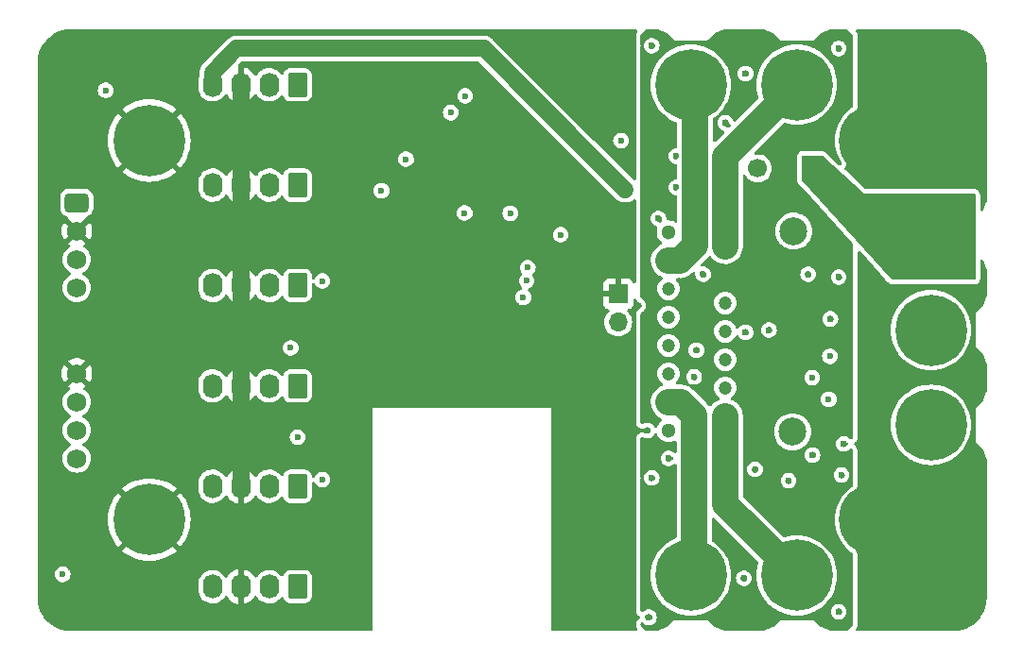
<source format=gbr>
%TF.GenerationSoftware,KiCad,Pcbnew,7.0.8*%
%TF.CreationDate,2023-11-04T19:47:02-03:00*%
%TF.ProjectId,PECDR,50454344-522e-46b6-9963-61645f706362,rev?*%
%TF.SameCoordinates,Original*%
%TF.FileFunction,Copper,L3,Inr*%
%TF.FilePolarity,Positive*%
%FSLAX46Y46*%
G04 Gerber Fmt 4.6, Leading zero omitted, Abs format (unit mm)*
G04 Created by KiCad (PCBNEW 7.0.8) date 2023-11-04 19:47:02*
%MOMM*%
%LPD*%
G01*
G04 APERTURE LIST*
G04 Aperture macros list*
%AMRoundRect*
0 Rectangle with rounded corners*
0 $1 Rounding radius*
0 $2 $3 $4 $5 $6 $7 $8 $9 X,Y pos of 4 corners*
0 Add a 4 corners polygon primitive as box body*
4,1,4,$2,$3,$4,$5,$6,$7,$8,$9,$2,$3,0*
0 Add four circle primitives for the rounded corners*
1,1,$1+$1,$2,$3*
1,1,$1+$1,$4,$5*
1,1,$1+$1,$6,$7*
1,1,$1+$1,$8,$9*
0 Add four rect primitives between the rounded corners*
20,1,$1+$1,$2,$3,$4,$5,0*
20,1,$1+$1,$4,$5,$6,$7,0*
20,1,$1+$1,$6,$7,$8,$9,0*
20,1,$1+$1,$8,$9,$2,$3,0*%
G04 Aperture macros list end*
%TA.AperFunction,ComponentPad*%
%ADD10RoundRect,0.250000X0.620000X0.845000X-0.620000X0.845000X-0.620000X-0.845000X0.620000X-0.845000X0*%
%TD*%
%TA.AperFunction,ComponentPad*%
%ADD11O,1.740000X2.190000*%
%TD*%
%TA.AperFunction,ComponentPad*%
%ADD12C,0.800000*%
%TD*%
%TA.AperFunction,ComponentPad*%
%ADD13C,6.400000*%
%TD*%
%TA.AperFunction,ComponentPad*%
%ADD14C,1.700000*%
%TD*%
%TA.AperFunction,ComponentPad*%
%ADD15O,1.700000X1.700000*%
%TD*%
%TA.AperFunction,ComponentPad*%
%ADD16C,1.740000*%
%TD*%
%TA.AperFunction,ComponentPad*%
%ADD17RoundRect,0.435000X0.660000X-0.435000X0.660000X0.435000X-0.660000X0.435000X-0.660000X-0.435000X0*%
%TD*%
%TA.AperFunction,ComponentPad*%
%ADD18C,1.300000*%
%TD*%
%TA.AperFunction,ComponentPad*%
%ADD19C,1.800000*%
%TD*%
%TA.AperFunction,ComponentPad*%
%ADD20C,1.200000*%
%TD*%
%TA.AperFunction,ComponentPad*%
%ADD21C,2.500000*%
%TD*%
%TA.AperFunction,ComponentPad*%
%ADD22R,1.700000X1.700000*%
%TD*%
%TA.AperFunction,ViaPad*%
%ADD23C,0.600000*%
%TD*%
%TA.AperFunction,Conductor*%
%ADD24C,1.500000*%
%TD*%
%TA.AperFunction,Conductor*%
%ADD25C,2.350000*%
%TD*%
%TA.AperFunction,Conductor*%
%ADD26C,1.800000*%
%TD*%
G04 APERTURE END LIST*
D10*
%TO.N,/TXD1-SDA0-RX0-GP4*%
%TO.C,J5*%
X56790000Y-58302944D03*
D11*
%TO.N,/RXD1-SCL0-CS0-GP5*%
X54250000Y-58302944D03*
%TO.N,GND*%
X51710000Y-58302944D03*
%TO.N,+3V3*%
X49170000Y-58302944D03*
%TD*%
D12*
%TO.N,/A*%
%TO.C,J14*%
X111100000Y-80302944D03*
X111802944Y-78605888D03*
X111802944Y-82000000D03*
X113500000Y-77902944D03*
D13*
X113500000Y-80302944D03*
D12*
X113500000Y-82702944D03*
X115197056Y-78605888D03*
X115197056Y-82000000D03*
X115900000Y-80302944D03*
%TD*%
D14*
%TO.N,+3V3*%
%TO.C,J16*%
X98000000Y-65802944D03*
D15*
%TO.N,VS*%
X100540000Y-65802944D03*
%TO.N,VCC*%
X103080000Y-65802944D03*
%TD*%
D16*
%TO.N,unconnected-(J7-Pin_1-Pad1)*%
%TO.C,J7*%
X37020000Y-91822944D03*
%TO.N,+3V3*%
X37020000Y-89282944D03*
%TO.N,/IN1*%
X37020000Y-86742944D03*
%TO.N,GND*%
X37020000Y-84202944D03*
%TD*%
D12*
%TO.N,/OUT4*%
%TO.C,J2*%
X99100000Y-102302944D03*
X99802944Y-100605888D03*
X99802944Y-104000000D03*
X101500000Y-99902944D03*
D13*
X101500000Y-102302944D03*
D12*
X101500000Y-104702944D03*
X103197056Y-100605888D03*
X103197056Y-104000000D03*
X103900000Y-102302944D03*
%TD*%
D10*
%TO.N,/TXD0-SDA0-RX1-GP12*%
%TO.C,J11*%
X56790000Y-103302944D03*
D11*
%TO.N,/RXD0-SCL0-CS1-GP13*%
X54250000Y-103302944D03*
%TO.N,GND*%
X51710000Y-103302944D03*
%TO.N,+3V3*%
X49170000Y-103302944D03*
%TD*%
D10*
%TO.N,/SDA1-SCK1-GP10*%
%TO.C,J10*%
X56790000Y-94302944D03*
D11*
%TO.N,/SCL1-TX1-GP11*%
X54250000Y-94302944D03*
%TO.N,GND*%
X51710000Y-94302944D03*
%TO.N,+3V3*%
X49170000Y-94302944D03*
%TD*%
D12*
%TO.N,/OUT1*%
%TO.C,J3*%
X99100000Y-58302944D03*
X99802944Y-56605888D03*
X99802944Y-60000000D03*
X101500000Y-55902944D03*
D13*
X101500000Y-58302944D03*
D12*
X101500000Y-60702944D03*
X103197056Y-56605888D03*
X103197056Y-60000000D03*
X103900000Y-58302944D03*
%TD*%
%TO.N,/B*%
%TO.C,J15*%
X111100000Y-88802944D03*
X111802944Y-87105888D03*
X111802944Y-90500000D03*
X113500000Y-86402944D03*
D13*
X113500000Y-88802944D03*
D12*
X113500000Y-91202944D03*
X115197056Y-87105888D03*
X115197056Y-90500000D03*
X115900000Y-88802944D03*
%TD*%
%TO.N,GND*%
%TO.C,J13*%
X45900000Y-97302944D03*
X45197056Y-99000000D03*
X45197056Y-95605888D03*
X43500000Y-99702944D03*
D13*
X43500000Y-97302944D03*
D12*
X43500000Y-94902944D03*
X41802944Y-99000000D03*
X41802944Y-95605888D03*
X41100000Y-97302944D03*
%TD*%
D10*
%TO.N,/TXD1-SDA0-RX0-GP4*%
%TO.C,J6*%
X56790000Y-67302944D03*
D11*
%TO.N,/RXD1-SCL0-CS0-GP5*%
X54250000Y-67302944D03*
%TO.N,GND*%
X51710000Y-67302944D03*
%TO.N,+3V3*%
X49170000Y-67302944D03*
%TD*%
D12*
%TO.N,GND*%
%TO.C,J13*%
X110900000Y-97302944D03*
X110197056Y-99000000D03*
X110197056Y-95605888D03*
X108500000Y-99702944D03*
D13*
X108500000Y-97302944D03*
D12*
X108500000Y-94902944D03*
X106802944Y-99000000D03*
X106802944Y-95605888D03*
X106100000Y-97302944D03*
%TD*%
D10*
%TO.N,/GP26-ADC0-SDA1*%
%TO.C,J9*%
X56790000Y-85302944D03*
D11*
%TO.N,/GP27-ADC1-SCL1*%
X54250000Y-85302944D03*
%TO.N,GND*%
X51710000Y-85302944D03*
%TO.N,+3V3*%
X49170000Y-85302944D03*
%TD*%
D12*
%TO.N,GND*%
%TO.C,J13*%
X45900000Y-63302944D03*
X45197056Y-65000000D03*
X45197056Y-61605888D03*
X43500000Y-65702944D03*
D13*
X43500000Y-63302944D03*
D12*
X43500000Y-60902944D03*
X41802944Y-65000000D03*
X41802944Y-61605888D03*
X41100000Y-63302944D03*
%TD*%
D16*
%TO.N,/SDA1-SCK0-GP2*%
%TO.C,J17*%
X37020000Y-76502944D03*
%TO.N,/SCL1-TX0-GP3*%
X37020000Y-73962944D03*
%TO.N,GND*%
X37020000Y-71422944D03*
D17*
%TO.N,+3V3*%
X37020000Y-68882944D03*
%TD*%
D12*
%TO.N,/OUT2*%
%TO.C,J1*%
X89600000Y-58302944D03*
X90302944Y-56605888D03*
X90302944Y-60000000D03*
X92000000Y-55902944D03*
D13*
X92000000Y-58302944D03*
D12*
X92000000Y-60702944D03*
X93697056Y-56605888D03*
X93697056Y-60000000D03*
X94400000Y-58302944D03*
%TD*%
%TO.N,/OUT3*%
%TO.C,J12*%
X89600000Y-102302944D03*
X90302944Y-100605888D03*
X90302944Y-104000000D03*
X92000000Y-99902944D03*
D13*
X92000000Y-102302944D03*
D12*
X92000000Y-104702944D03*
X93697056Y-100605888D03*
X93697056Y-104000000D03*
X94400000Y-102302944D03*
%TD*%
D18*
%TO.N,GND*%
%TO.C,U5*%
X90000000Y-71522944D03*
D19*
%TO.N,/OUT1*%
X95080000Y-72792944D03*
%TO.N,/OUT2*%
X90000000Y-74062944D03*
%TO.N,VS*%
X95080000Y-75332944D03*
D20*
%TO.N,+3V3*%
X90000000Y-76602944D03*
%TO.N,/GP22*%
X95080000Y-77872944D03*
%TO.N,/GP21*%
X90000000Y-79142944D03*
D21*
%TO.N,GND*%
X101210000Y-71422944D03*
D20*
X95080000Y-80412944D03*
D21*
X101110000Y-89422944D03*
D20*
%TO.N,+3V3*%
X90000000Y-81682944D03*
%TO.N,/GP20*%
X95080000Y-82952944D03*
%TO.N,+3V3*%
X90000000Y-84222944D03*
%TO.N,/GP19*%
X95080000Y-85492944D03*
D19*
%TO.N,/OUT3*%
X90000000Y-86762944D03*
%TO.N,/OUT4*%
X95080000Y-88032944D03*
D18*
%TO.N,GND*%
X90000000Y-89302944D03*
%TD*%
D12*
%TO.N,VCC*%
%TO.C,J4*%
X111100000Y-71802944D03*
X111802944Y-70105888D03*
X111802944Y-73500000D03*
X113500000Y-69402944D03*
D13*
X113500000Y-71802944D03*
D12*
X113500000Y-74202944D03*
X115197056Y-70105888D03*
X115197056Y-73500000D03*
X115900000Y-71802944D03*
%TD*%
D10*
%TO.N,/ADC2*%
%TO.C,J8*%
X56790000Y-76302944D03*
D11*
%TO.N,/IN2*%
X54250000Y-76302944D03*
%TO.N,GND*%
X51710000Y-76302944D03*
%TO.N,+3V3*%
X49170000Y-76302944D03*
%TD*%
D12*
%TO.N,GND*%
%TO.C,J13*%
X110900000Y-63302944D03*
X110197056Y-65000000D03*
X110197056Y-61605888D03*
X108500000Y-65702944D03*
D13*
X108500000Y-63302944D03*
D12*
X108500000Y-60902944D03*
X106802944Y-65000000D03*
X106802944Y-61605888D03*
X106100000Y-63302944D03*
%TD*%
D22*
%TO.N,GND*%
%TO.C,JP1*%
X85500000Y-77062944D03*
D15*
%TO.N,/RUN*%
X85500000Y-79602944D03*
%TD*%
D23*
%TO.N,GND*%
X105700000Y-90502944D03*
X47500000Y-80552944D03*
X51250000Y-89302944D03*
X72250000Y-64552944D03*
X40000000Y-70802944D03*
X93100000Y-75302944D03*
X51750000Y-61302944D03*
X75500000Y-86302944D03*
X89100000Y-70302944D03*
X100750000Y-93802944D03*
X79800000Y-79602944D03*
X88500000Y-93552944D03*
X74500000Y-75302944D03*
X105250000Y-55052944D03*
X117500000Y-55802944D03*
X115000000Y-63302944D03*
X115000000Y-105802944D03*
X90700000Y-67502944D03*
X43500000Y-79302944D03*
X108100000Y-81502944D03*
X90000000Y-91802944D03*
X108000000Y-76302944D03*
X63500000Y-86302944D03*
X47250000Y-59802944D03*
X110000000Y-90802944D03*
X96750000Y-102552944D03*
X109750000Y-82302944D03*
X58700000Y-60702944D03*
X87300000Y-78102944D03*
X115000000Y-65802944D03*
X84100000Y-98702944D03*
X42500000Y-55802944D03*
X72250000Y-66052944D03*
X110000000Y-58302944D03*
X84300000Y-68302944D03*
X108000000Y-92552944D03*
X50750000Y-78052944D03*
X58500000Y-72102944D03*
X112500000Y-60802944D03*
X95100000Y-61702944D03*
X117500000Y-95802944D03*
X90700000Y-64702944D03*
X69500000Y-82302944D03*
X50250000Y-104802944D03*
X70000000Y-66052944D03*
X68100000Y-65302944D03*
X77500000Y-86302944D03*
X78400000Y-75002944D03*
X86250000Y-105302944D03*
X71100000Y-66102944D03*
X79250000Y-58302944D03*
X35000000Y-55802944D03*
X69500000Y-86302944D03*
X112500000Y-95802944D03*
X67500000Y-82302944D03*
X84100000Y-86002944D03*
X40000000Y-83302944D03*
X41250000Y-104802944D03*
X43500000Y-90302944D03*
X88250000Y-106052944D03*
X96900000Y-80502944D03*
X74300000Y-62302944D03*
X83700000Y-74702944D03*
X112500000Y-100802944D03*
X83700000Y-69602944D03*
X92500000Y-82102944D03*
X112500000Y-103302944D03*
X117500000Y-58302944D03*
X107500000Y-103302944D03*
X88100000Y-89302944D03*
X58500000Y-98702944D03*
X112500000Y-93302944D03*
X79500000Y-86302944D03*
X105250000Y-105552944D03*
X79900000Y-98802944D03*
X112500000Y-65802944D03*
X71100000Y-64502944D03*
X50750000Y-83302944D03*
X63500000Y-82302944D03*
X67500000Y-74302944D03*
X84500000Y-73302944D03*
X80300000Y-77302944D03*
X92300000Y-84502944D03*
X99000000Y-80302944D03*
X35000000Y-60802944D03*
X105500000Y-93302944D03*
X65500000Y-69302944D03*
X110000000Y-105802944D03*
X74500000Y-71302944D03*
X117500000Y-60802944D03*
X110000000Y-55802944D03*
X74500000Y-77302944D03*
X115000000Y-93302944D03*
X57600000Y-80802944D03*
X84000000Y-78302944D03*
X37500000Y-63302944D03*
X117500000Y-100802944D03*
X62700000Y-71902944D03*
X35000000Y-58302944D03*
X102900000Y-91502944D03*
X107500000Y-55802944D03*
X104500000Y-79302944D03*
X73500000Y-86302944D03*
X70000000Y-64552944D03*
X67700000Y-57302944D03*
X74750000Y-59802944D03*
X112500000Y-98302944D03*
X53000000Y-73802944D03*
X117500000Y-65802944D03*
X117500000Y-93302944D03*
X51700000Y-69202944D03*
X78500000Y-83802944D03*
X86250000Y-95802944D03*
X88500000Y-54802944D03*
X37500000Y-60802944D03*
X117500000Y-103302944D03*
X47250000Y-100802944D03*
X76500000Y-73302944D03*
X71500000Y-86302944D03*
X117500000Y-63302944D03*
X65500000Y-86302944D03*
X63100000Y-98702944D03*
X97750000Y-92802944D03*
X63300000Y-60702944D03*
X112500000Y-58302944D03*
X102500000Y-75302944D03*
X74500000Y-79302944D03*
X83700000Y-77102944D03*
X83700000Y-72002944D03*
X67500000Y-86302944D03*
X67500000Y-78302944D03*
X58600000Y-86502944D03*
X86500000Y-65302944D03*
X35700000Y-98602944D03*
X96900000Y-57302944D03*
X107500000Y-105802944D03*
X79700000Y-68302944D03*
X35000000Y-70802944D03*
X112500000Y-63302944D03*
X63600000Y-78102944D03*
X51000000Y-97802944D03*
X112500000Y-55802944D03*
X47500000Y-83302944D03*
X110000000Y-103302944D03*
X115000000Y-55802944D03*
X110000000Y-93302944D03*
X112500000Y-105802944D03*
X105250000Y-75552944D03*
X83900000Y-61902944D03*
X35000000Y-63302944D03*
X35500000Y-105802944D03*
X79100000Y-63102944D03*
X46400000Y-72802944D03*
X78500000Y-71302944D03*
X65500000Y-82302944D03*
X47250000Y-89802944D03*
X40000000Y-101052944D03*
X117500000Y-98302944D03*
%TO.N,+3V3*%
X55600000Y-55002944D03*
X86100000Y-67702944D03*
X84100000Y-65702944D03*
%TO.N,VCC*%
X109500000Y-69302944D03*
X107500000Y-69302944D03*
X116500000Y-75052944D03*
X85750000Y-63302944D03*
X116500000Y-68802944D03*
X107500000Y-71302944D03*
X105500000Y-68302944D03*
X109500000Y-71302944D03*
X109500000Y-73302944D03*
%TO.N,/OUT1*%
X98000000Y-61802944D03*
X95080000Y-70682944D03*
X95080000Y-65882944D03*
%TO.N,/OUT2*%
X92600000Y-66002944D03*
X92300000Y-72702944D03*
%TO.N,/OUT3*%
X92700000Y-97102944D03*
X92300000Y-90202944D03*
%TO.N,/OUT4*%
X95080000Y-92282944D03*
X96900000Y-97702944D03*
%TO.N,/GP26-ADC0-SDA1*%
X76999500Y-77352944D03*
%TO.N,Net-(D10-A)*%
X39600000Y-58802944D03*
%TO.N,/GP27-ADC1-SCL1*%
X77300000Y-75882944D03*
%TO.N,VS*%
X101500000Y-96802944D03*
X88250000Y-60552944D03*
X89500000Y-98302944D03*
%TO.N,/ReceiverOutput*%
X104350000Y-86502944D03*
%TO.N,/InputOutputEnable*%
X102875000Y-84552944D03*
%TO.N,/DriverInput*%
X104450000Y-82652944D03*
%TO.N,/GP28-ADC2*%
X56175000Y-81902944D03*
X80350000Y-71752944D03*
X77400000Y-74702944D03*
%TO.N,/G15*%
X35750000Y-102202944D03*
%TO.N,/GP6*%
X59000000Y-75902944D03*
%TO.N,/TXD0-SDA0-RX1-GP12*%
X59000000Y-93702944D03*
%TO.N,/SDA1-SCK1-GP10*%
X56790000Y-89912944D03*
%TO.N,Net-(U2-VIN)*%
X66500000Y-64977944D03*
X70500000Y-60802944D03*
%TO.N,Net-(U2-LX)*%
X64300000Y-67802944D03*
X71800000Y-59302944D03*
%TO.N,Net-(U2-PG)*%
X75837500Y-69840444D03*
X71750000Y-69802944D03*
%TD*%
D24*
%TO.N,GND*%
X51710000Y-58302944D02*
X51710000Y-94302944D01*
%TO.N,+3V3*%
X84100000Y-65702944D02*
X86100000Y-67702944D01*
X73450000Y-55052944D02*
X84100000Y-65702944D01*
X49170000Y-58302944D02*
X49170000Y-57211774D01*
X51328830Y-55052944D02*
X73450000Y-55052944D01*
X49170000Y-57211774D02*
X51328830Y-55052944D01*
D25*
%TO.N,/OUT1*%
X95080000Y-64722944D02*
X95080000Y-72792944D01*
X101500000Y-58302944D02*
X95080000Y-64722944D01*
%TO.N,/OUT2*%
X90990000Y-74062944D02*
X92375000Y-72677944D01*
D26*
X93000000Y-59302944D02*
X92000000Y-58302944D01*
D25*
X90000000Y-74062944D02*
X90990000Y-74062944D01*
X92375000Y-58677944D02*
X92000000Y-58302944D01*
X92375000Y-72677944D02*
X92375000Y-58677944D01*
%TO.N,/OUT3*%
X90000000Y-86762944D02*
X91080000Y-86762944D01*
D26*
X93000000Y-101302944D02*
X92000000Y-102302944D01*
D25*
X92300000Y-102002944D02*
X92000000Y-102302944D01*
X91080000Y-86762944D02*
X92300000Y-87982944D01*
X92300000Y-87982944D02*
X92300000Y-102002944D01*
%TO.N,/OUT4*%
X95080000Y-88032944D02*
X95080000Y-95882944D01*
X95080000Y-95882944D02*
X101500000Y-102302944D01*
%TD*%
%TA.AperFunction,Conductor*%
%TO.N,GND*%
G36*
X112500000Y-101302944D02*
G01*
X106905500Y-101302944D01*
X106905500Y-100378132D01*
X106894295Y-100283466D01*
X106878054Y-100215820D01*
X106854200Y-100145550D01*
X106785101Y-100039150D01*
X106785100Y-100039149D01*
X106785099Y-100039147D01*
X106733499Y-99981841D01*
X106733496Y-99981838D01*
X106733494Y-99981836D01*
X106653005Y-99913092D01*
X106652999Y-99913088D01*
X106652995Y-99913085D01*
X106622721Y-99893424D01*
X106616410Y-99888838D01*
X106362229Y-99683007D01*
X106356430Y-99677786D01*
X106125156Y-99446512D01*
X106119935Y-99440713D01*
X105914102Y-99186532D01*
X105909515Y-99180218D01*
X105731380Y-98905914D01*
X105727478Y-98899156D01*
X105578994Y-98607738D01*
X105575820Y-98600610D01*
X105458610Y-98295274D01*
X105456202Y-98287865D01*
X105371536Y-97971889D01*
X105369920Y-97964287D01*
X105318748Y-97641208D01*
X105317936Y-97633485D01*
X105300819Y-97306835D01*
X105300819Y-97299041D01*
X105302538Y-97266256D01*
X105317935Y-96972426D01*
X105318751Y-96964673D01*
X105369922Y-96641598D01*
X105371544Y-96633965D01*
X105456189Y-96318062D01*
X105458600Y-96310640D01*
X105575813Y-96005291D01*
X105578982Y-95998173D01*
X105727480Y-95706726D01*
X105731375Y-95699981D01*
X105909519Y-95425661D01*
X105914098Y-95419361D01*
X105921721Y-95409947D01*
X106119939Y-95165167D01*
X106125149Y-95159380D01*
X106356436Y-94928093D01*
X106362225Y-94922882D01*
X106616421Y-94717038D01*
X106622717Y-94712462D01*
X106653003Y-94692796D01*
X106726290Y-94631844D01*
X106774176Y-94581383D01*
X106820120Y-94523104D01*
X106871721Y-94407204D01*
X106891683Y-94332704D01*
X106905500Y-94227754D01*
X106905500Y-93341975D01*
X106902779Y-93315046D01*
X106902962Y-93302944D01*
X112500000Y-93302944D01*
X112500000Y-101302944D01*
G37*
%TD.AperFunction*%
%TA.AperFunction,Conductor*%
G36*
X105794984Y-93320903D02*
G01*
X105790710Y-93356102D01*
X105782114Y-93390976D01*
X105769542Y-93424127D01*
X105752847Y-93455936D01*
X105732709Y-93485110D01*
X105708893Y-93511993D01*
X105682351Y-93535508D01*
X105652788Y-93555915D01*
X105621390Y-93572394D01*
X105587806Y-93585130D01*
X105553386Y-93593614D01*
X105517731Y-93597944D01*
X105482268Y-93597944D01*
X105446614Y-93593614D01*
X105412191Y-93585130D01*
X105378608Y-93572393D01*
X105347205Y-93555911D01*
X105317647Y-93535509D01*
X105291108Y-93511998D01*
X105267292Y-93485115D01*
X105258503Y-93472383D01*
X105247148Y-93455932D01*
X105230455Y-93424127D01*
X105217879Y-93390967D01*
X105209288Y-93356109D01*
X105205012Y-93320895D01*
X105205012Y-93302944D01*
X105794984Y-93302944D01*
X105794984Y-93320903D01*
G37*
%TD.AperFunction*%
%TD*%
%TA.AperFunction,Conductor*%
%TO.N,GND*%
G36*
X45356420Y-98805811D02*
G01*
X45294601Y-98764505D01*
X45221680Y-98750000D01*
X45172432Y-98750000D01*
X45099511Y-98764505D01*
X45016816Y-98819760D01*
X44961561Y-98902455D01*
X44942158Y-99000000D01*
X44961561Y-99097545D01*
X45002867Y-99159364D01*
X44444180Y-98600677D01*
X44634870Y-98437814D01*
X44797733Y-98247124D01*
X45356420Y-98805811D01*
G37*
%TD.AperFunction*%
%TA.AperFunction,Conductor*%
G36*
X42365130Y-98437814D02*
G01*
X42555819Y-98600677D01*
X41997133Y-99159362D01*
X42038439Y-99097545D01*
X42057842Y-99000000D01*
X42038439Y-98902455D01*
X41983184Y-98819760D01*
X41900489Y-98764505D01*
X41827568Y-98750000D01*
X41778320Y-98750000D01*
X41705399Y-98764505D01*
X41643575Y-98805814D01*
X42202265Y-98247123D01*
X42365130Y-98437814D01*
G37*
%TD.AperFunction*%
%TA.AperFunction,Conductor*%
G36*
X42555819Y-96005210D02*
G01*
X42365130Y-96168074D01*
X42202266Y-96358763D01*
X41643579Y-95800076D01*
X41705399Y-95841383D01*
X41778320Y-95855888D01*
X41827568Y-95855888D01*
X41900489Y-95841383D01*
X41983184Y-95786128D01*
X42038439Y-95703433D01*
X42057842Y-95605888D01*
X42038439Y-95508343D01*
X41997132Y-95446523D01*
X42555819Y-96005210D01*
G37*
%TD.AperFunction*%
%TA.AperFunction,Conductor*%
G36*
X44961561Y-95508343D02*
G01*
X44942158Y-95605888D01*
X44961561Y-95703433D01*
X45016816Y-95786128D01*
X45099511Y-95841383D01*
X45172432Y-95855888D01*
X45221680Y-95855888D01*
X45294601Y-95841383D01*
X45356417Y-95800078D01*
X44797733Y-96358762D01*
X44634870Y-96168074D01*
X44444179Y-96005209D01*
X45002870Y-95446519D01*
X44961561Y-95508343D01*
G37*
%TD.AperFunction*%
%TA.AperFunction,Conductor*%
G36*
X45356420Y-64805811D02*
G01*
X45294601Y-64764505D01*
X45221680Y-64750000D01*
X45172432Y-64750000D01*
X45099511Y-64764505D01*
X45016816Y-64819760D01*
X44961561Y-64902455D01*
X44942158Y-65000000D01*
X44961561Y-65097545D01*
X45002867Y-65159364D01*
X44444180Y-64600677D01*
X44634870Y-64437814D01*
X44797733Y-64247124D01*
X45356420Y-64805811D01*
G37*
%TD.AperFunction*%
%TA.AperFunction,Conductor*%
G36*
X42365130Y-64437814D02*
G01*
X42555819Y-64600677D01*
X41997133Y-65159362D01*
X42038439Y-65097545D01*
X42057842Y-65000000D01*
X42038439Y-64902455D01*
X41983184Y-64819760D01*
X41900489Y-64764505D01*
X41827568Y-64750000D01*
X41778320Y-64750000D01*
X41705399Y-64764505D01*
X41643575Y-64805814D01*
X42202265Y-64247123D01*
X42365130Y-64437814D01*
G37*
%TD.AperFunction*%
%TA.AperFunction,Conductor*%
G36*
X42555819Y-62005210D02*
G01*
X42365130Y-62168074D01*
X42202266Y-62358763D01*
X41643579Y-61800076D01*
X41705399Y-61841383D01*
X41778320Y-61855888D01*
X41827568Y-61855888D01*
X41900489Y-61841383D01*
X41983184Y-61786128D01*
X42038439Y-61703433D01*
X42057842Y-61605888D01*
X42038439Y-61508343D01*
X41997132Y-61446523D01*
X42555819Y-62005210D01*
G37*
%TD.AperFunction*%
%TA.AperFunction,Conductor*%
G36*
X44961561Y-61508343D02*
G01*
X44942158Y-61605888D01*
X44961561Y-61703433D01*
X45016816Y-61786128D01*
X45099511Y-61841383D01*
X45172432Y-61855888D01*
X45221680Y-61855888D01*
X45294601Y-61841383D01*
X45356417Y-61800078D01*
X44797733Y-62358762D01*
X44634870Y-62168074D01*
X44444179Y-62005209D01*
X45002870Y-61446519D01*
X44961561Y-61508343D01*
G37*
%TD.AperFunction*%
%TA.AperFunction,Conductor*%
G36*
X87154671Y-53323406D02*
G01*
X87209209Y-53377944D01*
X87229171Y-53452444D01*
X87209209Y-53526944D01*
X87198380Y-53543150D01*
X87198257Y-53543310D01*
X87179881Y-53569309D01*
X87128278Y-53685213D01*
X87108317Y-53759710D01*
X87108314Y-53759727D01*
X87094500Y-53864656D01*
X87094500Y-54763922D01*
X87097220Y-54790838D01*
X87096700Y-54825262D01*
X87094500Y-54841970D01*
X87094500Y-66710673D01*
X87074538Y-66785173D01*
X87020000Y-66839711D01*
X86945500Y-66859673D01*
X86871000Y-66839711D01*
X86840141Y-66816032D01*
X83327053Y-63302944D01*
X85044355Y-63302944D01*
X85064860Y-63471818D01*
X85125181Y-63630873D01*
X85125182Y-63630874D01*
X85221817Y-63770873D01*
X85221819Y-63770874D01*
X85221820Y-63770876D01*
X85349146Y-63883676D01*
X85349148Y-63883678D01*
X85499775Y-63962734D01*
X85664944Y-64003444D01*
X85835056Y-64003444D01*
X86000225Y-63962734D01*
X86150852Y-63883678D01*
X86278183Y-63770873D01*
X86374818Y-63630874D01*
X86435140Y-63471816D01*
X86455645Y-63302944D01*
X86435140Y-63134072D01*
X86374818Y-62975014D01*
X86278183Y-62835015D01*
X86278180Y-62835012D01*
X86278179Y-62835011D01*
X86150853Y-62722211D01*
X86150854Y-62722211D01*
X86000224Y-62643153D01*
X85835056Y-62602444D01*
X85664944Y-62602444D01*
X85499775Y-62643153D01*
X85349145Y-62722211D01*
X85221820Y-62835011D01*
X85221817Y-62835015D01*
X85125181Y-62975014D01*
X85064860Y-63134069D01*
X85044355Y-63302944D01*
X83327053Y-63302944D01*
X74283530Y-54259421D01*
X74281154Y-54256932D01*
X74228404Y-54199069D01*
X74165923Y-54151885D01*
X74163226Y-54149748D01*
X74102979Y-54099720D01*
X74102972Y-54099715D01*
X74097227Y-54096515D01*
X74084116Y-54089212D01*
X74075472Y-54083580D01*
X74058255Y-54070578D01*
X74058251Y-54070576D01*
X74058246Y-54070572D01*
X73988156Y-54035673D01*
X73985112Y-54034068D01*
X73916700Y-53995964D01*
X73916695Y-53995962D01*
X73896241Y-53989106D01*
X73886700Y-53985154D01*
X73876284Y-53979968D01*
X73867389Y-53975539D01*
X73867388Y-53975538D01*
X73792070Y-53954108D01*
X73788783Y-53953090D01*
X73714538Y-53928205D01*
X73693169Y-53925224D01*
X73683065Y-53923093D01*
X73662306Y-53917187D01*
X73612207Y-53912545D01*
X73584315Y-53909960D01*
X73580912Y-53909565D01*
X73503364Y-53898748D01*
X73503362Y-53898748D01*
X73425114Y-53902365D01*
X73421696Y-53902444D01*
X51357134Y-53902444D01*
X51353715Y-53902365D01*
X51275468Y-53898748D01*
X51275467Y-53898748D01*
X51275465Y-53898748D01*
X51275464Y-53898748D01*
X51197916Y-53909565D01*
X51194508Y-53909960D01*
X51182098Y-53911110D01*
X51116527Y-53917186D01*
X51116521Y-53917187D01*
X51095767Y-53923092D01*
X51085666Y-53925223D01*
X51064297Y-53928204D01*
X51064294Y-53928205D01*
X50990044Y-53953090D01*
X50986758Y-53954108D01*
X50911449Y-53975535D01*
X50911433Y-53975542D01*
X50892121Y-53985157D01*
X50882585Y-53989107D01*
X50862128Y-53995965D01*
X50862124Y-53995966D01*
X50793717Y-54034068D01*
X50790673Y-54035672D01*
X50720575Y-54070577D01*
X50703354Y-54083581D01*
X50694704Y-54089217D01*
X50675859Y-54099714D01*
X50675856Y-54099715D01*
X50615608Y-54149744D01*
X50612912Y-54151880D01*
X50550424Y-54199070D01*
X50497664Y-54256943D01*
X50495288Y-54259431D01*
X48376476Y-56378242D01*
X48373988Y-56380618D01*
X48316131Y-56433363D01*
X48316127Y-56433367D01*
X48268945Y-56495844D01*
X48266810Y-56498539D01*
X48216774Y-56558797D01*
X48216768Y-56558806D01*
X48206273Y-56577648D01*
X48200637Y-56586298D01*
X48187633Y-56603519D01*
X48152728Y-56673617D01*
X48151124Y-56676661D01*
X48113022Y-56745068D01*
X48113021Y-56745072D01*
X48106163Y-56765529D01*
X48102213Y-56775065D01*
X48092598Y-56794377D01*
X48092591Y-56794393D01*
X48071164Y-56869702D01*
X48070146Y-56872988D01*
X48045261Y-56947238D01*
X48045260Y-56947241D01*
X48042279Y-56968610D01*
X48040148Y-56978711D01*
X48034243Y-56999465D01*
X48034242Y-56999471D01*
X48028997Y-57056079D01*
X48027673Y-57070377D01*
X48027018Y-57077442D01*
X48026621Y-57080860D01*
X48015804Y-57158408D01*
X48015804Y-57158409D01*
X48015804Y-57158412D01*
X48019421Y-57236659D01*
X48019500Y-57240076D01*
X48019500Y-57500605D01*
X48009999Y-57552960D01*
X48008890Y-57555915D01*
X47940335Y-57738578D01*
X47899500Y-57963597D01*
X47899500Y-57963601D01*
X47899500Y-58585000D01*
X47914865Y-58755716D01*
X47914866Y-58755726D01*
X47975706Y-58976171D01*
X47975706Y-58976172D01*
X48074929Y-59182210D01*
X48074936Y-59182221D01*
X48124555Y-59250515D01*
X48209356Y-59367234D01*
X48374655Y-59525276D01*
X48565517Y-59651262D01*
X48565520Y-59651263D01*
X48565523Y-59651265D01*
X48775800Y-59741143D01*
X48775804Y-59741144D01*
X48775807Y-59741145D01*
X48998767Y-59792034D01*
X49227231Y-59802295D01*
X49453855Y-59771596D01*
X49671356Y-59700926D01*
X49872743Y-59592555D01*
X50051544Y-59449966D01*
X50202010Y-59277743D01*
X50251630Y-59194692D01*
X50306976Y-59140978D01*
X50381766Y-59122132D01*
X50455959Y-59143206D01*
X50505182Y-59193880D01*
X50506103Y-59193258D01*
X50509592Y-59198420D01*
X50509613Y-59198442D01*
X50509642Y-59198495D01*
X50640233Y-59391712D01*
X50640239Y-59391719D01*
X50801601Y-59560081D01*
X50801604Y-59560084D01*
X50989097Y-59698753D01*
X50989098Y-59698754D01*
X51197335Y-59803746D01*
X51420327Y-59872036D01*
X51420332Y-59872037D01*
X51459999Y-59877116D01*
X51460000Y-59877116D01*
X51460000Y-58843413D01*
X51554674Y-58882629D01*
X51671003Y-58897944D01*
X51748997Y-58897944D01*
X51865326Y-58882629D01*
X51960000Y-58843413D01*
X51960000Y-59875518D01*
X52112618Y-59842627D01*
X52112624Y-59842625D01*
X52329002Y-59755677D01*
X52329004Y-59755676D01*
X52527592Y-59633401D01*
X52702653Y-59479328D01*
X52702660Y-59479321D01*
X52849161Y-59297884D01*
X52904952Y-59198013D01*
X52958712Y-59142709D01*
X53032922Y-59121694D01*
X53107697Y-59140600D01*
X53155574Y-59183099D01*
X53204555Y-59250515D01*
X53289356Y-59367234D01*
X53454655Y-59525276D01*
X53645517Y-59651262D01*
X53645520Y-59651263D01*
X53645523Y-59651265D01*
X53855800Y-59741143D01*
X53855804Y-59741144D01*
X53855807Y-59741145D01*
X54078767Y-59792034D01*
X54307231Y-59802295D01*
X54533855Y-59771596D01*
X54751356Y-59700926D01*
X54952743Y-59592555D01*
X55131544Y-59449966D01*
X55282010Y-59277743D01*
X55282010Y-59277741D01*
X55286412Y-59272704D01*
X55287759Y-59273881D01*
X55340535Y-59231135D01*
X55416712Y-59219060D01*
X55488721Y-59246692D01*
X55537266Y-59306626D01*
X55544238Y-59325675D01*
X55568255Y-59408341D01*
X55592872Y-59449966D01*
X55651919Y-59549809D01*
X55768135Y-59666025D01*
X55909602Y-59749688D01*
X56067431Y-59795542D01*
X56104306Y-59798444D01*
X56104310Y-59798444D01*
X57475690Y-59798444D01*
X57475694Y-59798444D01*
X57512569Y-59795542D01*
X57670398Y-59749688D01*
X57811865Y-59666025D01*
X57928081Y-59549809D01*
X58011744Y-59408342D01*
X58042365Y-59302944D01*
X71094355Y-59302944D01*
X71114860Y-59471818D01*
X71175181Y-59630873D01*
X71175182Y-59630874D01*
X71271817Y-59770873D01*
X71271819Y-59770874D01*
X71271820Y-59770876D01*
X71399146Y-59883676D01*
X71399148Y-59883678D01*
X71549775Y-59962734D01*
X71714944Y-60003444D01*
X71885056Y-60003444D01*
X72050225Y-59962734D01*
X72200852Y-59883678D01*
X72328183Y-59770873D01*
X72424818Y-59630874D01*
X72485140Y-59471816D01*
X72505645Y-59302944D01*
X72485140Y-59134072D01*
X72424818Y-58975014D01*
X72328183Y-58835015D01*
X72328180Y-58835012D01*
X72328179Y-58835011D01*
X72200853Y-58722211D01*
X72200854Y-58722211D01*
X72050224Y-58643153D01*
X71885056Y-58602444D01*
X71714944Y-58602444D01*
X71549775Y-58643153D01*
X71399145Y-58722211D01*
X71271820Y-58835011D01*
X71271817Y-58835015D01*
X71175181Y-58975014D01*
X71114860Y-59134069D01*
X71094355Y-59302944D01*
X58042365Y-59302944D01*
X58057598Y-59250513D01*
X58060500Y-59213638D01*
X58060500Y-57392250D01*
X58057598Y-57355375D01*
X58011744Y-57197546D01*
X57928081Y-57056079D01*
X57811865Y-56939863D01*
X57698785Y-56872988D01*
X57670400Y-56856201D01*
X57670399Y-56856200D01*
X57670398Y-56856200D01*
X57594991Y-56834292D01*
X57512571Y-56810346D01*
X57500277Y-56809378D01*
X57475694Y-56807444D01*
X56104306Y-56807444D01*
X56083234Y-56809102D01*
X56067428Y-56810346D01*
X55909599Y-56856201D01*
X55768136Y-56939862D01*
X55768133Y-56939864D01*
X55651920Y-57056077D01*
X55651918Y-57056080D01*
X55568255Y-57197546D01*
X55542425Y-57286453D01*
X55502470Y-57352425D01*
X55434882Y-57389581D01*
X55357771Y-57387965D01*
X55291799Y-57348010D01*
X55278807Y-57332473D01*
X55210644Y-57238654D01*
X55045345Y-57080612D01*
X54854483Y-56954626D01*
X54854481Y-56954625D01*
X54854476Y-56954622D01*
X54644199Y-56864744D01*
X54421235Y-56813854D01*
X54421227Y-56813853D01*
X54246481Y-56806005D01*
X54192769Y-56803593D01*
X54192767Y-56803593D01*
X54192764Y-56803593D01*
X53966150Y-56834291D01*
X53966149Y-56834291D01*
X53966146Y-56834291D01*
X53966145Y-56834292D01*
X53898719Y-56856200D01*
X53748643Y-56904962D01*
X53547256Y-57013333D01*
X53368457Y-57155920D01*
X53368455Y-57155922D01*
X53217990Y-57328144D01*
X53217985Y-57328151D01*
X53168369Y-57411195D01*
X53113022Y-57464910D01*
X53038231Y-57483755D01*
X52964038Y-57462680D01*
X52914818Y-57412006D01*
X52913897Y-57412630D01*
X52910403Y-57407461D01*
X52910381Y-57407438D01*
X52910348Y-57407379D01*
X52779766Y-57214175D01*
X52779760Y-57214168D01*
X52618398Y-57045806D01*
X52618395Y-57045803D01*
X52430902Y-56907134D01*
X52430901Y-56907133D01*
X52222664Y-56802141D01*
X51999672Y-56733850D01*
X51960000Y-56728770D01*
X51960000Y-57762474D01*
X51865326Y-57723259D01*
X51748997Y-57707944D01*
X51671003Y-57707944D01*
X51554674Y-57723259D01*
X51460000Y-57762474D01*
X51460000Y-56714275D01*
X51443069Y-56691041D01*
X51434897Y-56614347D01*
X51466168Y-56543842D01*
X51476719Y-56532106D01*
X51761741Y-56247085D01*
X51828536Y-56208521D01*
X51867100Y-56203444D01*
X72911729Y-56203444D01*
X72986229Y-56223406D01*
X73017088Y-56247085D01*
X83248860Y-66478857D01*
X85324087Y-68554084D01*
X85364273Y-68587454D01*
X85447019Y-68656167D01*
X85447028Y-68656173D01*
X85614919Y-68749686D01*
X85633298Y-68759923D01*
X85835463Y-68827683D01*
X85835468Y-68827683D01*
X85835473Y-68827685D01*
X85942599Y-68842627D01*
X86046635Y-68857138D01*
X86046636Y-68857139D01*
X86046637Y-68857138D01*
X86046638Y-68857139D01*
X86259629Y-68847293D01*
X86467186Y-68798476D01*
X86662237Y-68712352D01*
X86838142Y-68591855D01*
X86840141Y-68589856D01*
X86841484Y-68589080D01*
X86843443Y-68587454D01*
X86843721Y-68587788D01*
X86906936Y-68551292D01*
X86984064Y-68551292D01*
X87050859Y-68589856D01*
X87089423Y-68656651D01*
X87094500Y-68695215D01*
X87094500Y-75952410D01*
X87074538Y-76026910D01*
X87020000Y-76081448D01*
X86945500Y-76101410D01*
X86871000Y-76081448D01*
X86816462Y-76026910D01*
X86805895Y-76004481D01*
X86793353Y-75970857D01*
X86793349Y-75970849D01*
X86707190Y-75855756D01*
X86707187Y-75855753D01*
X86592094Y-75769594D01*
X86592084Y-75769589D01*
X86457376Y-75719345D01*
X86457378Y-75719345D01*
X86397842Y-75712945D01*
X86397823Y-75712944D01*
X85750000Y-75712944D01*
X85750000Y-76627442D01*
X85642315Y-76578264D01*
X85535763Y-76562944D01*
X85464237Y-76562944D01*
X85357685Y-76578264D01*
X85250000Y-76627442D01*
X85250000Y-75712944D01*
X84602177Y-75712944D01*
X84602157Y-75712945D01*
X84542622Y-75719345D01*
X84407915Y-75769589D01*
X84407905Y-75769594D01*
X84292812Y-75855753D01*
X84292809Y-75855756D01*
X84206650Y-75970849D01*
X84206645Y-75970859D01*
X84156401Y-76105566D01*
X84150001Y-76165101D01*
X84150000Y-76165121D01*
X84150000Y-76812944D01*
X85066314Y-76812944D01*
X85040507Y-76853100D01*
X85000000Y-76991055D01*
X85000000Y-77134833D01*
X85040507Y-77272788D01*
X85066314Y-77312944D01*
X84150000Y-77312944D01*
X84150000Y-77960766D01*
X84150001Y-77960786D01*
X84156401Y-78020321D01*
X84206645Y-78155028D01*
X84206650Y-78155038D01*
X84292809Y-78270131D01*
X84292812Y-78270134D01*
X84407905Y-78356293D01*
X84407915Y-78356298D01*
X84542622Y-78406542D01*
X84580877Y-78410655D01*
X84652816Y-78438466D01*
X84701211Y-78498522D01*
X84713095Y-78574729D01*
X84685284Y-78646668D01*
X84670308Y-78664160D01*
X84538404Y-78796064D01*
X84533786Y-78802660D01*
X84412898Y-78975306D01*
X84320425Y-79173614D01*
X84320424Y-79173617D01*
X84263793Y-79384965D01*
X84244723Y-79602943D01*
X84244723Y-79602944D01*
X84263793Y-79820922D01*
X84320424Y-80032272D01*
X84320425Y-80032274D01*
X84412894Y-80230577D01*
X84412897Y-80230582D01*
X84475650Y-80320202D01*
X84538402Y-80409821D01*
X84693123Y-80564542D01*
X84803380Y-80641745D01*
X84872361Y-80690046D01*
X84872366Y-80690049D01*
X84969857Y-80735509D01*
X85070670Y-80782519D01*
X85282023Y-80839151D01*
X85500000Y-80858221D01*
X85717977Y-80839151D01*
X85929330Y-80782519D01*
X86127639Y-80690046D01*
X86306877Y-80564542D01*
X86461598Y-80409821D01*
X86587102Y-80230583D01*
X86589665Y-80225088D01*
X86609870Y-80181757D01*
X86679575Y-80032274D01*
X86736207Y-79820921D01*
X86755277Y-79602944D01*
X86736207Y-79384967D01*
X86679575Y-79173614D01*
X86587102Y-78975306D01*
X86461598Y-78796067D01*
X86329691Y-78664160D01*
X86291127Y-78597365D01*
X86291127Y-78520237D01*
X86329691Y-78453442D01*
X86396486Y-78414878D01*
X86419123Y-78410655D01*
X86457377Y-78406542D01*
X86592084Y-78356298D01*
X86592094Y-78356293D01*
X86707187Y-78270134D01*
X86707190Y-78270131D01*
X86793349Y-78155038D01*
X86793354Y-78155028D01*
X86843598Y-78020321D01*
X86849998Y-77960786D01*
X86850000Y-77960766D01*
X86850000Y-77585745D01*
X86869962Y-77511245D01*
X86924500Y-77456707D01*
X86999000Y-77436745D01*
X87073500Y-77456707D01*
X87128038Y-77511245D01*
X87135841Y-77526791D01*
X87135922Y-77526980D01*
X87135925Y-77526988D01*
X87150184Y-77560084D01*
X87169468Y-77604845D01*
X87169470Y-77604848D01*
X87245728Y-77701383D01*
X87248112Y-77704400D01*
X87304801Y-77756697D01*
X87391308Y-77817703D01*
X87452793Y-77849973D01*
X87482342Y-77870368D01*
X87485248Y-77872943D01*
X87494267Y-77880933D01*
X87508891Y-77893889D01*
X87532709Y-77920774D01*
X87552849Y-77949951D01*
X87569541Y-77981754D01*
X87582117Y-78014914D01*
X87590711Y-78049783D01*
X87594985Y-78084980D01*
X87594986Y-78120902D01*
X87590712Y-78156100D01*
X87582115Y-78190976D01*
X87569542Y-78224128D01*
X87552850Y-78255932D01*
X87532710Y-78285110D01*
X87508890Y-78311998D01*
X87482349Y-78335511D01*
X87452790Y-78355914D01*
X87387652Y-78390102D01*
X87378840Y-78394956D01*
X87287767Y-78463397D01*
X87233233Y-78517931D01*
X87179879Y-78583818D01*
X87128278Y-78699718D01*
X87108317Y-78774215D01*
X87108314Y-78774232D01*
X87094500Y-78879161D01*
X87094500Y-78879167D01*
X87094500Y-79142943D01*
X87094500Y-80412943D01*
X87094500Y-81682943D01*
X87094500Y-82952943D01*
X87094500Y-88580254D01*
X87098422Y-88612555D01*
X87106283Y-88677296D01*
X87106284Y-88677301D01*
X87109139Y-88688884D01*
X87123350Y-88746540D01*
X87148646Y-88818897D01*
X87219025Y-88924455D01*
X87271323Y-88981144D01*
X87271330Y-88981150D01*
X87271332Y-88981153D01*
X87334995Y-89037096D01*
X87334996Y-89037096D01*
X87334998Y-89037098D01*
X87448726Y-89093326D01*
X87522361Y-89116272D01*
X87522363Y-89116272D01*
X87522365Y-89116273D01*
X87536228Y-89119044D01*
X87605488Y-89132894D01*
X87732093Y-89124725D01*
X87807337Y-89107779D01*
X87906692Y-89071238D01*
X87978604Y-89033493D01*
X88012187Y-89020757D01*
X88046619Y-89012271D01*
X88082270Y-89007944D01*
X88117726Y-89007944D01*
X88153382Y-89012273D01*
X88187809Y-89020758D01*
X88221396Y-89033496D01*
X88252789Y-89049972D01*
X88282352Y-89070377D01*
X88308888Y-89093886D01*
X88332706Y-89120771D01*
X88392564Y-89207489D01*
X88394470Y-89210392D01*
X88403409Y-89224728D01*
X88425888Y-89298507D01*
X88408466Y-89373642D01*
X88399599Y-89388206D01*
X88369012Y-89432519D01*
X88367704Y-89434335D01*
X88367532Y-89434663D01*
X88332714Y-89485106D01*
X88308895Y-89511993D01*
X88282350Y-89535510D01*
X88252788Y-89555915D01*
X88221390Y-89572394D01*
X88187806Y-89585130D01*
X88153386Y-89593614D01*
X88117731Y-89597944D01*
X88082271Y-89597944D01*
X88046609Y-89593613D01*
X88012188Y-89585128D01*
X87978608Y-89572393D01*
X87906689Y-89534647D01*
X87906675Y-89534641D01*
X87815285Y-89499982D01*
X87815276Y-89499979D01*
X87746050Y-89482917D01*
X87746054Y-89482917D01*
X87670223Y-89471689D01*
X87544051Y-89484949D01*
X87469553Y-89504911D01*
X87469540Y-89504915D01*
X87390406Y-89535292D01*
X87390405Y-89535292D01*
X87287774Y-89609857D01*
X87287766Y-89609864D01*
X87233233Y-89664397D01*
X87179879Y-89730284D01*
X87128278Y-89846184D01*
X87108317Y-89920681D01*
X87108314Y-89920698D01*
X87094500Y-90025627D01*
X87094500Y-93513922D01*
X87097220Y-93540838D01*
X87096700Y-93575262D01*
X87094500Y-93591970D01*
X87094500Y-105460682D01*
X87095527Y-105481061D01*
X87095528Y-105481062D01*
X87099565Y-105521027D01*
X87102004Y-105540472D01*
X87104999Y-105549947D01*
X87105946Y-105552943D01*
X87111623Y-105570904D01*
X87140235Y-105661440D01*
X87140237Y-105661443D01*
X87174698Y-105730445D01*
X87209829Y-105785509D01*
X87220293Y-105801909D01*
X87313889Y-105887560D01*
X87374667Y-105927729D01*
X87425813Y-105985460D01*
X87441240Y-106061029D01*
X87416816Y-106134188D01*
X87380092Y-106172577D01*
X87287769Y-106239653D01*
X87287766Y-106239655D01*
X87233233Y-106294188D01*
X87179879Y-106360075D01*
X87128278Y-106475975D01*
X87108317Y-106550472D01*
X87108314Y-106550489D01*
X87094500Y-106655418D01*
X87094500Y-106754507D01*
X87096236Y-106780994D01*
X87096236Y-106780993D01*
X87103046Y-106832717D01*
X87108438Y-106864100D01*
X87153902Y-106982538D01*
X87192468Y-107049337D01*
X87202752Y-107062739D01*
X87232267Y-107133996D01*
X87222200Y-107210464D01*
X87175247Y-107271654D01*
X87103990Y-107301169D01*
X87084542Y-107302444D01*
X79649000Y-107302444D01*
X79574500Y-107282482D01*
X79519962Y-107227944D01*
X79500000Y-107153444D01*
X79500000Y-87302944D01*
X63500000Y-87302944D01*
X63500000Y-107153444D01*
X63480038Y-107227944D01*
X63425500Y-107282482D01*
X63351000Y-107302444D01*
X36650432Y-107302444D01*
X36335188Y-107293578D01*
X36328934Y-107293138D01*
X36002431Y-107256329D01*
X35994193Y-107254929D01*
X35674896Y-107182052D01*
X35666862Y-107179738D01*
X35357724Y-107071567D01*
X35350000Y-107068368D01*
X35054904Y-106926259D01*
X35047592Y-106922218D01*
X34770277Y-106747972D01*
X34763470Y-106743143D01*
X34600948Y-106613538D01*
X34507392Y-106538930D01*
X34501158Y-106533359D01*
X34269567Y-106301772D01*
X34263995Y-106295537D01*
X34262919Y-106294188D01*
X34059789Y-106039474D01*
X34054956Y-106032663D01*
X33921565Y-105820377D01*
X33880707Y-105755353D01*
X33876662Y-105748036D01*
X33868190Y-105730445D01*
X33782707Y-105552942D01*
X33734550Y-105452946D01*
X33731350Y-105445221D01*
X33726639Y-105431759D01*
X33623174Y-105136083D01*
X33620861Y-105128054D01*
X33547977Y-104808739D01*
X33546576Y-104800497D01*
X33543319Y-104771596D01*
X33509782Y-104473985D01*
X33509346Y-104467754D01*
X33500500Y-104152550D01*
X33500500Y-103585000D01*
X47899500Y-103585000D01*
X47914865Y-103755716D01*
X47914866Y-103755726D01*
X47975706Y-103976171D01*
X47975706Y-103976172D01*
X48074929Y-104182210D01*
X48074936Y-104182221D01*
X48124555Y-104250515D01*
X48209356Y-104367234D01*
X48374655Y-104525276D01*
X48565517Y-104651262D01*
X48565520Y-104651263D01*
X48565523Y-104651265D01*
X48775800Y-104741143D01*
X48775804Y-104741144D01*
X48775807Y-104741145D01*
X48998767Y-104792034D01*
X49227231Y-104802295D01*
X49453855Y-104771596D01*
X49671356Y-104700926D01*
X49872743Y-104592555D01*
X50051544Y-104449966D01*
X50202010Y-104277743D01*
X50251630Y-104194692D01*
X50306976Y-104140978D01*
X50381766Y-104122132D01*
X50455959Y-104143206D01*
X50505182Y-104193880D01*
X50506103Y-104193258D01*
X50509592Y-104198420D01*
X50509613Y-104198442D01*
X50509642Y-104198495D01*
X50640233Y-104391712D01*
X50640239Y-104391719D01*
X50801601Y-104560081D01*
X50801604Y-104560084D01*
X50989097Y-104698753D01*
X50989098Y-104698754D01*
X51197335Y-104803746D01*
X51420327Y-104872036D01*
X51420332Y-104872037D01*
X51459999Y-104877116D01*
X51460000Y-104877116D01*
X51460000Y-103843413D01*
X51554674Y-103882629D01*
X51671003Y-103897944D01*
X51748997Y-103897944D01*
X51865326Y-103882629D01*
X51960000Y-103843413D01*
X51960000Y-104875518D01*
X52112618Y-104842627D01*
X52112624Y-104842625D01*
X52329002Y-104755677D01*
X52329004Y-104755676D01*
X52527592Y-104633401D01*
X52702653Y-104479328D01*
X52702660Y-104479321D01*
X52849161Y-104297884D01*
X52904952Y-104198013D01*
X52958712Y-104142709D01*
X53032922Y-104121694D01*
X53107697Y-104140600D01*
X53155574Y-104183099D01*
X53204555Y-104250515D01*
X53289356Y-104367234D01*
X53454655Y-104525276D01*
X53645517Y-104651262D01*
X53645520Y-104651263D01*
X53645523Y-104651265D01*
X53855800Y-104741143D01*
X53855804Y-104741144D01*
X53855807Y-104741145D01*
X54078767Y-104792034D01*
X54307231Y-104802295D01*
X54533855Y-104771596D01*
X54751356Y-104700926D01*
X54952743Y-104592555D01*
X55131544Y-104449966D01*
X55282010Y-104277743D01*
X55282010Y-104277741D01*
X55286412Y-104272704D01*
X55287759Y-104273881D01*
X55340535Y-104231135D01*
X55416712Y-104219060D01*
X55488721Y-104246692D01*
X55537266Y-104306626D01*
X55544238Y-104325675D01*
X55568255Y-104408341D01*
X55592872Y-104449966D01*
X55651919Y-104549809D01*
X55768135Y-104666025D01*
X55909602Y-104749688D01*
X56067431Y-104795542D01*
X56104306Y-104798444D01*
X56104310Y-104798444D01*
X57475690Y-104798444D01*
X57475694Y-104798444D01*
X57512569Y-104795542D01*
X57670398Y-104749688D01*
X57811865Y-104666025D01*
X57928081Y-104549809D01*
X58011744Y-104408342D01*
X58057598Y-104250513D01*
X58060500Y-104213638D01*
X58060500Y-102392250D01*
X58057598Y-102355375D01*
X58011744Y-102197546D01*
X57928081Y-102056079D01*
X57811865Y-101939863D01*
X57684845Y-101864744D01*
X57670400Y-101856201D01*
X57670399Y-101856200D01*
X57670398Y-101856200D01*
X57594991Y-101834292D01*
X57512571Y-101810346D01*
X57500277Y-101809378D01*
X57475694Y-101807444D01*
X56104306Y-101807444D01*
X56083234Y-101809102D01*
X56067428Y-101810346D01*
X55909599Y-101856201D01*
X55768136Y-101939862D01*
X55768133Y-101939864D01*
X55651920Y-102056077D01*
X55651918Y-102056080D01*
X55568255Y-102197546D01*
X55542425Y-102286453D01*
X55502470Y-102352425D01*
X55434882Y-102389581D01*
X55357771Y-102387965D01*
X55291799Y-102348010D01*
X55278807Y-102332473D01*
X55210644Y-102238654D01*
X55045345Y-102080612D01*
X54854483Y-101954626D01*
X54854481Y-101954625D01*
X54854476Y-101954622D01*
X54644199Y-101864744D01*
X54421235Y-101813854D01*
X54421227Y-101813853D01*
X54246481Y-101806005D01*
X54192769Y-101803593D01*
X54192767Y-101803593D01*
X54192764Y-101803593D01*
X53966150Y-101834291D01*
X53966149Y-101834291D01*
X53966146Y-101834291D01*
X53966145Y-101834292D01*
X53898719Y-101856200D01*
X53748643Y-101904962D01*
X53547256Y-102013333D01*
X53368457Y-102155920D01*
X53368455Y-102155922D01*
X53217990Y-102328144D01*
X53217985Y-102328151D01*
X53168369Y-102411195D01*
X53113022Y-102464910D01*
X53038231Y-102483755D01*
X52964038Y-102462680D01*
X52914818Y-102412006D01*
X52913897Y-102412630D01*
X52910403Y-102407461D01*
X52910381Y-102407438D01*
X52910348Y-102407379D01*
X52779766Y-102214175D01*
X52779760Y-102214168D01*
X52618398Y-102045806D01*
X52618395Y-102045803D01*
X52430902Y-101907134D01*
X52430901Y-101907133D01*
X52222664Y-101802141D01*
X51999672Y-101733850D01*
X51960000Y-101728770D01*
X51960000Y-102762474D01*
X51865326Y-102723259D01*
X51748997Y-102707944D01*
X51671003Y-102707944D01*
X51554674Y-102723259D01*
X51460000Y-102762474D01*
X51460000Y-101730368D01*
X51307381Y-101763260D01*
X51090997Y-101850210D01*
X51090995Y-101850211D01*
X50892407Y-101972486D01*
X50717346Y-102126559D01*
X50717339Y-102126566D01*
X50570840Y-102308001D01*
X50515047Y-102407875D01*
X50461286Y-102463179D01*
X50387076Y-102484193D01*
X50312301Y-102465287D01*
X50264426Y-102422789D01*
X50130644Y-102238654D01*
X49965345Y-102080612D01*
X49774483Y-101954626D01*
X49774481Y-101954625D01*
X49774476Y-101954622D01*
X49564199Y-101864744D01*
X49341235Y-101813854D01*
X49341227Y-101813853D01*
X49166481Y-101806005D01*
X49112769Y-101803593D01*
X49112767Y-101803593D01*
X49112764Y-101803593D01*
X48886150Y-101834291D01*
X48886149Y-101834291D01*
X48886146Y-101834291D01*
X48886145Y-101834292D01*
X48818719Y-101856200D01*
X48668643Y-101904962D01*
X48467256Y-102013333D01*
X48288457Y-102155920D01*
X48288455Y-102155922D01*
X48137990Y-102328144D01*
X48137988Y-102328147D01*
X48020693Y-102524466D01*
X48020691Y-102524469D01*
X47958174Y-102691047D01*
X47940335Y-102738578D01*
X47899500Y-102963597D01*
X47899500Y-102963601D01*
X47899500Y-103585000D01*
X33500500Y-103585000D01*
X33500500Y-102202944D01*
X35044355Y-102202944D01*
X35064860Y-102371818D01*
X35125181Y-102530873D01*
X35128020Y-102534986D01*
X35221817Y-102670873D01*
X35221819Y-102670874D01*
X35221820Y-102670876D01*
X35349146Y-102783676D01*
X35349148Y-102783678D01*
X35499775Y-102862734D01*
X35664944Y-102903444D01*
X35835056Y-102903444D01*
X36000225Y-102862734D01*
X36150852Y-102783678D01*
X36278183Y-102670873D01*
X36374818Y-102530874D01*
X36435140Y-102371816D01*
X36455645Y-102202944D01*
X36435140Y-102034072D01*
X36405010Y-101954626D01*
X36374818Y-101875014D01*
X36361832Y-101856201D01*
X36278183Y-101735015D01*
X36278180Y-101735012D01*
X36278179Y-101735011D01*
X36150853Y-101622211D01*
X36150854Y-101622211D01*
X36000224Y-101543153D01*
X35835056Y-101502444D01*
X35664944Y-101502444D01*
X35499775Y-101543153D01*
X35349145Y-101622211D01*
X35221820Y-101735011D01*
X35221817Y-101735015D01*
X35125181Y-101875014D01*
X35064860Y-102034069D01*
X35044355Y-102202944D01*
X33500500Y-102202944D01*
X33500500Y-97302944D01*
X39794922Y-97302944D01*
X39815218Y-97690224D01*
X39875888Y-98073279D01*
X39875889Y-98073282D01*
X39976259Y-98447871D01*
X39976266Y-98447891D01*
X40115237Y-98809921D01*
X40115248Y-98809945D01*
X40291300Y-99155469D01*
X40291311Y-99155489D01*
X40502528Y-99480733D01*
X40711096Y-99738294D01*
X41608758Y-98840631D01*
X41567449Y-98902455D01*
X41548046Y-99000000D01*
X41567449Y-99097545D01*
X41622704Y-99180240D01*
X41705399Y-99235495D01*
X41778320Y-99250000D01*
X41827568Y-99250000D01*
X41900489Y-99235495D01*
X41962306Y-99194189D01*
X41064649Y-100091847D01*
X41322213Y-100300417D01*
X41322215Y-100300419D01*
X41647454Y-100511632D01*
X41647474Y-100511643D01*
X41992998Y-100687695D01*
X41993022Y-100687706D01*
X42355052Y-100826677D01*
X42355072Y-100826684D01*
X42729661Y-100927054D01*
X42729664Y-100927055D01*
X43112719Y-100987725D01*
X43500000Y-101008021D01*
X43887280Y-100987725D01*
X44270335Y-100927055D01*
X44270338Y-100927054D01*
X44644927Y-100826684D01*
X44644947Y-100826677D01*
X45006977Y-100687706D01*
X45007001Y-100687695D01*
X45352525Y-100511643D01*
X45352545Y-100511632D01*
X45677785Y-100300418D01*
X45935349Y-100091846D01*
X45037691Y-99194188D01*
X45099511Y-99235495D01*
X45172432Y-99250000D01*
X45221680Y-99250000D01*
X45294601Y-99235495D01*
X45377296Y-99180240D01*
X45432551Y-99097545D01*
X45451954Y-99000000D01*
X45432551Y-98902455D01*
X45391244Y-98840635D01*
X46288902Y-99738293D01*
X46497474Y-99480729D01*
X46708688Y-99155489D01*
X46708699Y-99155469D01*
X46884751Y-98809945D01*
X46884762Y-98809921D01*
X47023733Y-98447891D01*
X47023740Y-98447871D01*
X47124110Y-98073282D01*
X47124111Y-98073279D01*
X47184781Y-97690224D01*
X47205077Y-97302944D01*
X47184781Y-96915663D01*
X47124111Y-96532608D01*
X47124110Y-96532605D01*
X47023740Y-96158016D01*
X47023733Y-96157996D01*
X46884762Y-95795966D01*
X46884751Y-95795942D01*
X46708699Y-95450418D01*
X46708688Y-95450398D01*
X46497475Y-95125159D01*
X46497473Y-95125157D01*
X46288903Y-94867593D01*
X45391246Y-95765249D01*
X45432551Y-95703433D01*
X45451954Y-95605888D01*
X45432551Y-95508343D01*
X45377296Y-95425648D01*
X45294601Y-95370393D01*
X45221680Y-95355888D01*
X45172432Y-95355888D01*
X45099511Y-95370393D01*
X45037687Y-95411702D01*
X45864390Y-94585000D01*
X47899500Y-94585000D01*
X47914865Y-94755716D01*
X47914866Y-94755726D01*
X47975706Y-94976171D01*
X47975706Y-94976172D01*
X48074929Y-95182210D01*
X48074936Y-95182221D01*
X48124555Y-95250515D01*
X48209356Y-95367234D01*
X48374655Y-95525276D01*
X48565517Y-95651262D01*
X48565520Y-95651263D01*
X48565523Y-95651265D01*
X48775800Y-95741143D01*
X48775804Y-95741144D01*
X48775807Y-95741145D01*
X48998767Y-95792034D01*
X49227231Y-95802295D01*
X49453855Y-95771596D01*
X49671356Y-95700926D01*
X49872743Y-95592555D01*
X50051544Y-95449966D01*
X50202010Y-95277743D01*
X50251630Y-95194692D01*
X50306976Y-95140978D01*
X50381766Y-95122132D01*
X50455959Y-95143206D01*
X50505182Y-95193880D01*
X50506103Y-95193258D01*
X50509592Y-95198420D01*
X50509613Y-95198442D01*
X50509642Y-95198495D01*
X50640233Y-95391712D01*
X50640239Y-95391719D01*
X50801601Y-95560081D01*
X50801604Y-95560084D01*
X50989097Y-95698753D01*
X50989098Y-95698754D01*
X51197335Y-95803746D01*
X51420327Y-95872036D01*
X51420332Y-95872037D01*
X51459999Y-95877116D01*
X51460000Y-95877116D01*
X51460000Y-94843413D01*
X51554674Y-94882629D01*
X51671003Y-94897944D01*
X51748997Y-94897944D01*
X51865326Y-94882629D01*
X51960000Y-94843413D01*
X51960000Y-95875518D01*
X52112618Y-95842627D01*
X52112624Y-95842625D01*
X52329002Y-95755677D01*
X52329004Y-95755676D01*
X52527592Y-95633401D01*
X52702653Y-95479328D01*
X52702660Y-95479321D01*
X52849161Y-95297884D01*
X52904952Y-95198013D01*
X52958712Y-95142709D01*
X53032922Y-95121694D01*
X53107697Y-95140600D01*
X53155574Y-95183099D01*
X53204555Y-95250515D01*
X53289356Y-95367234D01*
X53454655Y-95525276D01*
X53645517Y-95651262D01*
X53645520Y-95651263D01*
X53645523Y-95651265D01*
X53855800Y-95741143D01*
X53855804Y-95741144D01*
X53855807Y-95741145D01*
X54078767Y-95792034D01*
X54307231Y-95802295D01*
X54533855Y-95771596D01*
X54751356Y-95700926D01*
X54952743Y-95592555D01*
X55131544Y-95449966D01*
X55282010Y-95277743D01*
X55282010Y-95277741D01*
X55286412Y-95272704D01*
X55287759Y-95273881D01*
X55340535Y-95231135D01*
X55416712Y-95219060D01*
X55488721Y-95246692D01*
X55537266Y-95306626D01*
X55544238Y-95325675D01*
X55568255Y-95408341D01*
X55610233Y-95479321D01*
X55651919Y-95549809D01*
X55768135Y-95666025D01*
X55909602Y-95749688D01*
X56067431Y-95795542D01*
X56104306Y-95798444D01*
X56104310Y-95798444D01*
X57475690Y-95798444D01*
X57475694Y-95798444D01*
X57512569Y-95795542D01*
X57670398Y-95749688D01*
X57811865Y-95666025D01*
X57928081Y-95549809D01*
X58011744Y-95408342D01*
X58057598Y-95250513D01*
X58060500Y-95213638D01*
X58060500Y-94014192D01*
X58080462Y-93939692D01*
X58135000Y-93885154D01*
X58209500Y-93865192D01*
X58284000Y-93885154D01*
X58338538Y-93939692D01*
X58348818Y-93961357D01*
X58371395Y-94020890D01*
X58375182Y-94030874D01*
X58471817Y-94170873D01*
X58471819Y-94170874D01*
X58471820Y-94170876D01*
X58599146Y-94283676D01*
X58599148Y-94283678D01*
X58749775Y-94362734D01*
X58914944Y-94403444D01*
X59085056Y-94403444D01*
X59250225Y-94362734D01*
X59400852Y-94283678D01*
X59528183Y-94170873D01*
X59624818Y-94030874D01*
X59685140Y-93871816D01*
X59705645Y-93702944D01*
X59685140Y-93534072D01*
X59681732Y-93525087D01*
X59624818Y-93375014D01*
X59606178Y-93348010D01*
X59528183Y-93235015D01*
X59528180Y-93235012D01*
X59528179Y-93235011D01*
X59400853Y-93122211D01*
X59400854Y-93122211D01*
X59250224Y-93043153D01*
X59085056Y-93002444D01*
X58914944Y-93002444D01*
X58749775Y-93043153D01*
X58599145Y-93122211D01*
X58471820Y-93235011D01*
X58471817Y-93235015D01*
X58375181Y-93375014D01*
X58348818Y-93444531D01*
X58303735Y-93507111D01*
X58233402Y-93538765D01*
X58156664Y-93531013D01*
X58094084Y-93485930D01*
X58062430Y-93415597D01*
X58060500Y-93391695D01*
X58060500Y-93392250D01*
X58057598Y-93355375D01*
X58011744Y-93197546D01*
X57928081Y-93056079D01*
X57811865Y-92939863D01*
X57700598Y-92874060D01*
X57670400Y-92856201D01*
X57670399Y-92856200D01*
X57670398Y-92856200D01*
X57594991Y-92834292D01*
X57512571Y-92810346D01*
X57500277Y-92809378D01*
X57475694Y-92807444D01*
X56104306Y-92807444D01*
X56083234Y-92809102D01*
X56067428Y-92810346D01*
X55930220Y-92850210D01*
X55909940Y-92856102D01*
X55909599Y-92856201D01*
X55768136Y-92939862D01*
X55768133Y-92939864D01*
X55651920Y-93056077D01*
X55651918Y-93056080D01*
X55568255Y-93197546D01*
X55542425Y-93286453D01*
X55502470Y-93352425D01*
X55434882Y-93389581D01*
X55357771Y-93387965D01*
X55291799Y-93348010D01*
X55278807Y-93332473D01*
X55210644Y-93238654D01*
X55045345Y-93080612D01*
X54854483Y-92954626D01*
X54854481Y-92954625D01*
X54854476Y-92954622D01*
X54644199Y-92864744D01*
X54421235Y-92813854D01*
X54421227Y-92813853D01*
X54246481Y-92806005D01*
X54192769Y-92803593D01*
X54192767Y-92803593D01*
X54192764Y-92803593D01*
X53966150Y-92834291D01*
X53966149Y-92834291D01*
X53966146Y-92834291D01*
X53966145Y-92834292D01*
X53898719Y-92856200D01*
X53748643Y-92904962D01*
X53547256Y-93013333D01*
X53368457Y-93155920D01*
X53368455Y-93155922D01*
X53217990Y-93328144D01*
X53217985Y-93328151D01*
X53168369Y-93411195D01*
X53113022Y-93464910D01*
X53038231Y-93483755D01*
X52964038Y-93462680D01*
X52914818Y-93412006D01*
X52913897Y-93412630D01*
X52910403Y-93407461D01*
X52910381Y-93407438D01*
X52910348Y-93407379D01*
X52779766Y-93214175D01*
X52779760Y-93214168D01*
X52618398Y-93045806D01*
X52618395Y-93045803D01*
X52430902Y-92907134D01*
X52430901Y-92907133D01*
X52222664Y-92802141D01*
X51999672Y-92733850D01*
X51960000Y-92728770D01*
X51960000Y-93762474D01*
X51865326Y-93723259D01*
X51748997Y-93707944D01*
X51671003Y-93707944D01*
X51554674Y-93723259D01*
X51460000Y-93762474D01*
X51460000Y-92730368D01*
X51307381Y-92763260D01*
X51090997Y-92850210D01*
X51090995Y-92850211D01*
X50892407Y-92972486D01*
X50717346Y-93126559D01*
X50717339Y-93126566D01*
X50570840Y-93308001D01*
X50515047Y-93407875D01*
X50461286Y-93463179D01*
X50387076Y-93484193D01*
X50312301Y-93465287D01*
X50264426Y-93422789D01*
X50130644Y-93238654D01*
X49965345Y-93080612D01*
X49774483Y-92954626D01*
X49774481Y-92954625D01*
X49774476Y-92954622D01*
X49564199Y-92864744D01*
X49341235Y-92813854D01*
X49341227Y-92813853D01*
X49166481Y-92806005D01*
X49112769Y-92803593D01*
X49112767Y-92803593D01*
X49112764Y-92803593D01*
X48886150Y-92834291D01*
X48886149Y-92834291D01*
X48886146Y-92834291D01*
X48886145Y-92834292D01*
X48818719Y-92856200D01*
X48668643Y-92904962D01*
X48467256Y-93013333D01*
X48288457Y-93155920D01*
X48288455Y-93155922D01*
X48137990Y-93328144D01*
X48137988Y-93328147D01*
X48020693Y-93524466D01*
X48020691Y-93524469D01*
X47958174Y-93691047D01*
X47940335Y-93738578D01*
X47899500Y-93963597D01*
X47899500Y-93963601D01*
X47899500Y-94585000D01*
X45864390Y-94585000D01*
X45935350Y-94514040D01*
X45677789Y-94305472D01*
X45352545Y-94094255D01*
X45352525Y-94094244D01*
X45007001Y-93918192D01*
X45006977Y-93918181D01*
X44644947Y-93779210D01*
X44644927Y-93779203D01*
X44270338Y-93678833D01*
X44270335Y-93678832D01*
X43887280Y-93618162D01*
X43500000Y-93597866D01*
X43112719Y-93618162D01*
X42729664Y-93678832D01*
X42729661Y-93678833D01*
X42355072Y-93779203D01*
X42355052Y-93779210D01*
X41993022Y-93918181D01*
X41992998Y-93918192D01*
X41647474Y-94094244D01*
X41647454Y-94094255D01*
X41322210Y-94305472D01*
X41064649Y-94514039D01*
X41064648Y-94514039D01*
X41962308Y-95411699D01*
X41900489Y-95370393D01*
X41827568Y-95355888D01*
X41778320Y-95355888D01*
X41705399Y-95370393D01*
X41622704Y-95425648D01*
X41567449Y-95508343D01*
X41548046Y-95605888D01*
X41567449Y-95703433D01*
X41608755Y-95765252D01*
X40711095Y-94867592D01*
X40711095Y-94867593D01*
X40502528Y-95125154D01*
X40291311Y-95450398D01*
X40291300Y-95450418D01*
X40115248Y-95795942D01*
X40115237Y-95795966D01*
X39976266Y-96157996D01*
X39976259Y-96158016D01*
X39875889Y-96532605D01*
X39875888Y-96532608D01*
X39815218Y-96915663D01*
X39794922Y-97302944D01*
X33500500Y-97302944D01*
X33500500Y-84202945D01*
X35645305Y-84202945D01*
X35664053Y-84429206D01*
X35719790Y-84649309D01*
X35810989Y-84857221D01*
X35810991Y-84857224D01*
X35890486Y-84978902D01*
X36461053Y-84408335D01*
X36500269Y-84503011D01*
X36595641Y-84627303D01*
X36719933Y-84722675D01*
X36814606Y-84761890D01*
X36242577Y-85333918D01*
X36242578Y-85333919D01*
X36268103Y-85353786D01*
X36268107Y-85353789D01*
X36349758Y-85397976D01*
X36405778Y-85450990D01*
X36427785Y-85524912D01*
X36409884Y-85599934D01*
X36364306Y-85651071D01*
X36200218Y-85765967D01*
X36043024Y-85923161D01*
X35915513Y-86105266D01*
X35915512Y-86105267D01*
X35821560Y-86306747D01*
X35764021Y-86521481D01*
X35744647Y-86742943D01*
X35744647Y-86742944D01*
X35764021Y-86964406D01*
X35821560Y-87179140D01*
X35915509Y-87380615D01*
X35915516Y-87380628D01*
X36043021Y-87562723D01*
X36200220Y-87719922D01*
X36382315Y-87847427D01*
X36382320Y-87847430D01*
X36382323Y-87847432D01*
X36382325Y-87847433D01*
X36382332Y-87847437D01*
X36447670Y-87877904D01*
X36506754Y-87927480D01*
X36533134Y-87999957D01*
X36519741Y-88075913D01*
X36470165Y-88134997D01*
X36447672Y-88147983D01*
X36382329Y-88178453D01*
X36382322Y-88178457D01*
X36200217Y-88305968D01*
X36043024Y-88463161D01*
X35915513Y-88645266D01*
X35915512Y-88645267D01*
X35821560Y-88846747D01*
X35764021Y-89061481D01*
X35744647Y-89282943D01*
X35744647Y-89282944D01*
X35764021Y-89504406D01*
X35821560Y-89719140D01*
X35915509Y-89920615D01*
X35915516Y-89920628D01*
X36043021Y-90102723D01*
X36200220Y-90259922D01*
X36382315Y-90387427D01*
X36382320Y-90387430D01*
X36382323Y-90387432D01*
X36382325Y-90387433D01*
X36382332Y-90387437D01*
X36447670Y-90417904D01*
X36506754Y-90467480D01*
X36533134Y-90539957D01*
X36519741Y-90615913D01*
X36470165Y-90674997D01*
X36447672Y-90687983D01*
X36382329Y-90718453D01*
X36382322Y-90718457D01*
X36200217Y-90845968D01*
X36043024Y-91003161D01*
X35915513Y-91185266D01*
X35915512Y-91185267D01*
X35821560Y-91386747D01*
X35764021Y-91601481D01*
X35744647Y-91822943D01*
X35744647Y-91822944D01*
X35764021Y-92044406D01*
X35821560Y-92259140D01*
X35915509Y-92460615D01*
X35915516Y-92460628D01*
X36043021Y-92642723D01*
X36200220Y-92799922D01*
X36382315Y-92927427D01*
X36382318Y-92927429D01*
X36382323Y-92927432D01*
X36583804Y-93021384D01*
X36798537Y-93078922D01*
X37020000Y-93098297D01*
X37241463Y-93078922D01*
X37456196Y-93021384D01*
X37657677Y-92927432D01*
X37839781Y-92799921D01*
X37996977Y-92642725D01*
X38124488Y-92460621D01*
X38218440Y-92259140D01*
X38275978Y-92044407D01*
X38295353Y-91822944D01*
X38290930Y-91772393D01*
X38275978Y-91601481D01*
X38255508Y-91525087D01*
X38218440Y-91386748D01*
X38124488Y-91185268D01*
X37996977Y-91003163D01*
X37839781Y-90845967D01*
X37839779Y-90845965D01*
X37657684Y-90718460D01*
X37657667Y-90718450D01*
X37592330Y-90687984D01*
X37533246Y-90638408D01*
X37506866Y-90565931D01*
X37520259Y-90489975D01*
X37569835Y-90430891D01*
X37592330Y-90417904D01*
X37657667Y-90387437D01*
X37657669Y-90387435D01*
X37657677Y-90387432D01*
X37839781Y-90259921D01*
X37996977Y-90102725D01*
X38124488Y-89920621D01*
X38128068Y-89912944D01*
X56084355Y-89912944D01*
X56104860Y-90081818D01*
X56165181Y-90240873D01*
X56177266Y-90258381D01*
X56261817Y-90380873D01*
X56261819Y-90380874D01*
X56261820Y-90380876D01*
X56305726Y-90419773D01*
X56386504Y-90491336D01*
X56389146Y-90493676D01*
X56389148Y-90493678D01*
X56539775Y-90572734D01*
X56704944Y-90613444D01*
X56875056Y-90613444D01*
X57040225Y-90572734D01*
X57190852Y-90493678D01*
X57318183Y-90380873D01*
X57414818Y-90240874D01*
X57475140Y-90081816D01*
X57495645Y-89912944D01*
X57475140Y-89744072D01*
X57414818Y-89585014D01*
X57318183Y-89445015D01*
X57318180Y-89445012D01*
X57318179Y-89445011D01*
X57190853Y-89332211D01*
X57190854Y-89332211D01*
X57040224Y-89253153D01*
X56875056Y-89212444D01*
X56704944Y-89212444D01*
X56539775Y-89253153D01*
X56389145Y-89332211D01*
X56261820Y-89445011D01*
X56261817Y-89445015D01*
X56165181Y-89585014D01*
X56104860Y-89744069D01*
X56084355Y-89912944D01*
X38128068Y-89912944D01*
X38218440Y-89719140D01*
X38275978Y-89504407D01*
X38295353Y-89282944D01*
X38281435Y-89123862D01*
X38275978Y-89061481D01*
X38271667Y-89045391D01*
X38218440Y-88846748D01*
X38124488Y-88645268D01*
X37996977Y-88463163D01*
X37839781Y-88305967D01*
X37839779Y-88305965D01*
X37657684Y-88178460D01*
X37657667Y-88178450D01*
X37592330Y-88147984D01*
X37533246Y-88098408D01*
X37506866Y-88025931D01*
X37520259Y-87949975D01*
X37569835Y-87890891D01*
X37592330Y-87877904D01*
X37657667Y-87847437D01*
X37657669Y-87847435D01*
X37657677Y-87847432D01*
X37839781Y-87719921D01*
X37996977Y-87562725D01*
X38124488Y-87380621D01*
X38218440Y-87179140D01*
X38275978Y-86964407D01*
X38295353Y-86742944D01*
X38295195Y-86741143D01*
X38275978Y-86521481D01*
X38264681Y-86479321D01*
X38218440Y-86306748D01*
X38124488Y-86105268D01*
X37996977Y-85923163D01*
X37839781Y-85765967D01*
X37839779Y-85765965D01*
X37675694Y-85651071D01*
X37626117Y-85591988D01*
X37624885Y-85585000D01*
X47899500Y-85585000D01*
X47914865Y-85755716D01*
X47914866Y-85755726D01*
X47975706Y-85976171D01*
X47975706Y-85976172D01*
X48074929Y-86182210D01*
X48074936Y-86182221D01*
X48124555Y-86250515D01*
X48209356Y-86367234D01*
X48374655Y-86525276D01*
X48565517Y-86651262D01*
X48565520Y-86651263D01*
X48565523Y-86651265D01*
X48775800Y-86741143D01*
X48775804Y-86741144D01*
X48775807Y-86741145D01*
X48998767Y-86792034D01*
X49227231Y-86802295D01*
X49453855Y-86771596D01*
X49671356Y-86700926D01*
X49872743Y-86592555D01*
X50051544Y-86449966D01*
X50202010Y-86277743D01*
X50251630Y-86194692D01*
X50306976Y-86140978D01*
X50381766Y-86122132D01*
X50455959Y-86143206D01*
X50505182Y-86193880D01*
X50506103Y-86193258D01*
X50509592Y-86198420D01*
X50509613Y-86198442D01*
X50509642Y-86198495D01*
X50640233Y-86391712D01*
X50640239Y-86391719D01*
X50801601Y-86560081D01*
X50801604Y-86560084D01*
X50989097Y-86698753D01*
X50989098Y-86698754D01*
X51197335Y-86803746D01*
X51420327Y-86872036D01*
X51420332Y-86872037D01*
X51459999Y-86877116D01*
X51460000Y-86877116D01*
X51460000Y-85843413D01*
X51554674Y-85882629D01*
X51671003Y-85897944D01*
X51748997Y-85897944D01*
X51865326Y-85882629D01*
X51960000Y-85843413D01*
X51960000Y-86875518D01*
X52112618Y-86842627D01*
X52112624Y-86842625D01*
X52329002Y-86755677D01*
X52329004Y-86755676D01*
X52527592Y-86633401D01*
X52702653Y-86479328D01*
X52702660Y-86479321D01*
X52849161Y-86297884D01*
X52904952Y-86198013D01*
X52958712Y-86142709D01*
X53032922Y-86121694D01*
X53107697Y-86140600D01*
X53155574Y-86183099D01*
X53204555Y-86250515D01*
X53289356Y-86367234D01*
X53454655Y-86525276D01*
X53645517Y-86651262D01*
X53645520Y-86651263D01*
X53645523Y-86651265D01*
X53855800Y-86741143D01*
X53855804Y-86741144D01*
X53855807Y-86741145D01*
X54078767Y-86792034D01*
X54307231Y-86802295D01*
X54533855Y-86771596D01*
X54751356Y-86700926D01*
X54952743Y-86592555D01*
X55131544Y-86449966D01*
X55282010Y-86277743D01*
X55282010Y-86277741D01*
X55286412Y-86272704D01*
X55287759Y-86273881D01*
X55340535Y-86231135D01*
X55416712Y-86219060D01*
X55488721Y-86246692D01*
X55537266Y-86306626D01*
X55544238Y-86325675D01*
X55568255Y-86408341D01*
X55592872Y-86449966D01*
X55651919Y-86549809D01*
X55768135Y-86666025D01*
X55909602Y-86749688D01*
X56067431Y-86795542D01*
X56104306Y-86798444D01*
X56104310Y-86798444D01*
X57475690Y-86798444D01*
X57475694Y-86798444D01*
X57512569Y-86795542D01*
X57670398Y-86749688D01*
X57811865Y-86666025D01*
X57928081Y-86549809D01*
X58011744Y-86408342D01*
X58057598Y-86250513D01*
X58060500Y-86213638D01*
X58060500Y-84392250D01*
X58057598Y-84355375D01*
X58011744Y-84197546D01*
X57928081Y-84056079D01*
X57811865Y-83939863D01*
X57684845Y-83864744D01*
X57670400Y-83856201D01*
X57670399Y-83856200D01*
X57670398Y-83856200D01*
X57594991Y-83834292D01*
X57512571Y-83810346D01*
X57500277Y-83809378D01*
X57475694Y-83807444D01*
X56104306Y-83807444D01*
X56083234Y-83809102D01*
X56067428Y-83810346D01*
X55909599Y-83856201D01*
X55768136Y-83939862D01*
X55768133Y-83939864D01*
X55651920Y-84056077D01*
X55651918Y-84056080D01*
X55568255Y-84197546D01*
X55542425Y-84286453D01*
X55502470Y-84352425D01*
X55434882Y-84389581D01*
X55357771Y-84387965D01*
X55291799Y-84348010D01*
X55278807Y-84332473D01*
X55210644Y-84238654D01*
X55045345Y-84080612D01*
X54854483Y-83954626D01*
X54854481Y-83954625D01*
X54854476Y-83954622D01*
X54644199Y-83864744D01*
X54421235Y-83813854D01*
X54421227Y-83813853D01*
X54246481Y-83806005D01*
X54192769Y-83803593D01*
X54192767Y-83803593D01*
X54192764Y-83803593D01*
X53966150Y-83834291D01*
X53966149Y-83834291D01*
X53966146Y-83834291D01*
X53966145Y-83834292D01*
X53898719Y-83856200D01*
X53748643Y-83904962D01*
X53547256Y-84013333D01*
X53368457Y-84155920D01*
X53368455Y-84155922D01*
X53217990Y-84328144D01*
X53217985Y-84328151D01*
X53168369Y-84411195D01*
X53113022Y-84464910D01*
X53038231Y-84483755D01*
X52964038Y-84462680D01*
X52914818Y-84412006D01*
X52913897Y-84412630D01*
X52910403Y-84407461D01*
X52910381Y-84407438D01*
X52910348Y-84407379D01*
X52779766Y-84214175D01*
X52779760Y-84214168D01*
X52618398Y-84045806D01*
X52618395Y-84045803D01*
X52430902Y-83907134D01*
X52430901Y-83907133D01*
X52222664Y-83802141D01*
X51999672Y-83733850D01*
X51960000Y-83728770D01*
X51960000Y-84762474D01*
X51865326Y-84723259D01*
X51748997Y-84707944D01*
X51671003Y-84707944D01*
X51554674Y-84723259D01*
X51460000Y-84762474D01*
X51460000Y-83730368D01*
X51307381Y-83763260D01*
X51090997Y-83850210D01*
X51090995Y-83850211D01*
X50892407Y-83972486D01*
X50717346Y-84126559D01*
X50717339Y-84126566D01*
X50570840Y-84308001D01*
X50515047Y-84407875D01*
X50461286Y-84463179D01*
X50387076Y-84484193D01*
X50312301Y-84465287D01*
X50264426Y-84422789D01*
X50130644Y-84238654D01*
X49965345Y-84080612D01*
X49774483Y-83954626D01*
X49774481Y-83954625D01*
X49774476Y-83954622D01*
X49564199Y-83864744D01*
X49341235Y-83813854D01*
X49341227Y-83813853D01*
X49166481Y-83806005D01*
X49112769Y-83803593D01*
X49112767Y-83803593D01*
X49112764Y-83803593D01*
X48886150Y-83834291D01*
X48886149Y-83834291D01*
X48886146Y-83834291D01*
X48886145Y-83834292D01*
X48818719Y-83856200D01*
X48668643Y-83904962D01*
X48467256Y-84013333D01*
X48288457Y-84155920D01*
X48288455Y-84155922D01*
X48137990Y-84328144D01*
X48137988Y-84328147D01*
X48020693Y-84524466D01*
X48020691Y-84524469D01*
X47946084Y-84723259D01*
X47940335Y-84738578D01*
X47899500Y-84963597D01*
X47899500Y-84963601D01*
X47899500Y-85585000D01*
X37624885Y-85585000D01*
X37612724Y-85516031D01*
X37639104Y-85443555D01*
X37690242Y-85397976D01*
X37771885Y-85353793D01*
X37797421Y-85333918D01*
X37225393Y-84761890D01*
X37320067Y-84722675D01*
X37444359Y-84627303D01*
X37539731Y-84503011D01*
X37578946Y-84408337D01*
X38149512Y-84978903D01*
X38149512Y-84978902D01*
X38229004Y-84857233D01*
X38229010Y-84857221D01*
X38320209Y-84649309D01*
X38375946Y-84429206D01*
X38394695Y-84202945D01*
X38394695Y-84202942D01*
X38375946Y-83976681D01*
X38320209Y-83756578D01*
X38229010Y-83548666D01*
X38229008Y-83548663D01*
X38149511Y-83426984D01*
X37578945Y-83997549D01*
X37539731Y-83902877D01*
X37444359Y-83778585D01*
X37320067Y-83683213D01*
X37225392Y-83643997D01*
X37797421Y-83071969D01*
X37771886Y-83052094D01*
X37572207Y-82944034D01*
X37357473Y-82870315D01*
X37133518Y-82832944D01*
X36906481Y-82832944D01*
X36682526Y-82870315D01*
X36467792Y-82944034D01*
X36268111Y-83052096D01*
X36242578Y-83071968D01*
X36814606Y-83643997D01*
X36719933Y-83683213D01*
X36595641Y-83778585D01*
X36500269Y-83902877D01*
X36461053Y-83997550D01*
X35890486Y-83426983D01*
X35810992Y-83548659D01*
X35719790Y-83756578D01*
X35664053Y-83976681D01*
X35645305Y-84202942D01*
X35645305Y-84202945D01*
X33500500Y-84202945D01*
X33500500Y-81902944D01*
X55469355Y-81902944D01*
X55489860Y-82071818D01*
X55550181Y-82230873D01*
X55557204Y-82241047D01*
X55646817Y-82370873D01*
X55646819Y-82370874D01*
X55646820Y-82370876D01*
X55774146Y-82483676D01*
X55774148Y-82483678D01*
X55924775Y-82562734D01*
X56089944Y-82603444D01*
X56260056Y-82603444D01*
X56425225Y-82562734D01*
X56575852Y-82483678D01*
X56703183Y-82370873D01*
X56799818Y-82230874D01*
X56860140Y-82071816D01*
X56880645Y-81902944D01*
X56860140Y-81734072D01*
X56799818Y-81575014D01*
X56703183Y-81435015D01*
X56703180Y-81435012D01*
X56703179Y-81435011D01*
X56575853Y-81322211D01*
X56575854Y-81322211D01*
X56425224Y-81243153D01*
X56260056Y-81202444D01*
X56089944Y-81202444D01*
X55924775Y-81243153D01*
X55774145Y-81322211D01*
X55646820Y-81435011D01*
X55646817Y-81435015D01*
X55550181Y-81575014D01*
X55489860Y-81734069D01*
X55469355Y-81902944D01*
X33500500Y-81902944D01*
X33500500Y-68375293D01*
X35524500Y-68375293D01*
X35524501Y-69390593D01*
X35524501Y-69390594D01*
X35527267Y-69431403D01*
X35571125Y-69607762D01*
X35651868Y-69770566D01*
X35651869Y-69770567D01*
X35651871Y-69770571D01*
X35765728Y-69912216D01*
X35907373Y-70026073D01*
X36070182Y-70106819D01*
X36130830Y-70121901D01*
X36198311Y-70159252D01*
X36238075Y-70225340D01*
X36243586Y-70275729D01*
X36242577Y-70291967D01*
X36814606Y-70863997D01*
X36719933Y-70903213D01*
X36595641Y-70998585D01*
X36500269Y-71122877D01*
X36461053Y-71217550D01*
X35890486Y-70646983D01*
X35810992Y-70768659D01*
X35719790Y-70976578D01*
X35664053Y-71196681D01*
X35645305Y-71422942D01*
X35645305Y-71422945D01*
X35664053Y-71649206D01*
X35719790Y-71869309D01*
X35810989Y-72077221D01*
X35810991Y-72077224D01*
X35890486Y-72198902D01*
X36461053Y-71628335D01*
X36500269Y-71723011D01*
X36595641Y-71847303D01*
X36719933Y-71942675D01*
X36814606Y-71981890D01*
X36242577Y-72553918D01*
X36242578Y-72553919D01*
X36268103Y-72573786D01*
X36268107Y-72573789D01*
X36349758Y-72617976D01*
X36405778Y-72670990D01*
X36427785Y-72744912D01*
X36409884Y-72819934D01*
X36364306Y-72871071D01*
X36200218Y-72985967D01*
X36043024Y-73143161D01*
X35915513Y-73325266D01*
X35915512Y-73325267D01*
X35821560Y-73526747D01*
X35764021Y-73741481D01*
X35744647Y-73962943D01*
X35744647Y-73962944D01*
X35764021Y-74184406D01*
X35821560Y-74399140D01*
X35915509Y-74600615D01*
X35915516Y-74600628D01*
X36043021Y-74782723D01*
X36200220Y-74939922D01*
X36382315Y-75067427D01*
X36382320Y-75067430D01*
X36382323Y-75067432D01*
X36382325Y-75067433D01*
X36382332Y-75067437D01*
X36447670Y-75097904D01*
X36506754Y-75147480D01*
X36533134Y-75219957D01*
X36519741Y-75295913D01*
X36470165Y-75354997D01*
X36447672Y-75367983D01*
X36382329Y-75398453D01*
X36382322Y-75398457D01*
X36200217Y-75525968D01*
X36043024Y-75683161D01*
X35915513Y-75865266D01*
X35915512Y-75865267D01*
X35821560Y-76066747D01*
X35764021Y-76281481D01*
X35744647Y-76502943D01*
X35744647Y-76502944D01*
X35764021Y-76724406D01*
X35821560Y-76939140D01*
X35915509Y-77140615D01*
X35915516Y-77140628D01*
X36043021Y-77322723D01*
X36200220Y-77479922D01*
X36382315Y-77607427D01*
X36382318Y-77607429D01*
X36382323Y-77607432D01*
X36583804Y-77701384D01*
X36798537Y-77758922D01*
X37020000Y-77778297D01*
X37241463Y-77758922D01*
X37456196Y-77701384D01*
X37657677Y-77607432D01*
X37839781Y-77479921D01*
X37996977Y-77322725D01*
X38124488Y-77140621D01*
X38218440Y-76939140D01*
X38275978Y-76724407D01*
X38288174Y-76585000D01*
X47899500Y-76585000D01*
X47914865Y-76755716D01*
X47914866Y-76755726D01*
X47975706Y-76976171D01*
X47975706Y-76976172D01*
X48074929Y-77182210D01*
X48074936Y-77182221D01*
X48124555Y-77250515D01*
X48209356Y-77367234D01*
X48374655Y-77525276D01*
X48565517Y-77651262D01*
X48565520Y-77651263D01*
X48565523Y-77651265D01*
X48775800Y-77741143D01*
X48775804Y-77741144D01*
X48775807Y-77741145D01*
X48998767Y-77792034D01*
X49227231Y-77802295D01*
X49453855Y-77771596D01*
X49671356Y-77700926D01*
X49872743Y-77592555D01*
X50051544Y-77449966D01*
X50202010Y-77277743D01*
X50251630Y-77194692D01*
X50306976Y-77140978D01*
X50381766Y-77122132D01*
X50455959Y-77143206D01*
X50505182Y-77193880D01*
X50506103Y-77193258D01*
X50509592Y-77198420D01*
X50509613Y-77198442D01*
X50509642Y-77198495D01*
X50640233Y-77391712D01*
X50640239Y-77391719D01*
X50801601Y-77560081D01*
X50801604Y-77560084D01*
X50989097Y-77698753D01*
X50989098Y-77698754D01*
X51197335Y-77803746D01*
X51420327Y-77872036D01*
X51420332Y-77872037D01*
X51459999Y-77877116D01*
X51460000Y-77877116D01*
X51460000Y-76843413D01*
X51554674Y-76882629D01*
X51671003Y-76897944D01*
X51748997Y-76897944D01*
X51865326Y-76882629D01*
X51960000Y-76843413D01*
X51960000Y-77875518D01*
X52112618Y-77842627D01*
X52112624Y-77842625D01*
X52329002Y-77755677D01*
X52329004Y-77755676D01*
X52527592Y-77633401D01*
X52702653Y-77479328D01*
X52702660Y-77479321D01*
X52849161Y-77297884D01*
X52904952Y-77198013D01*
X52958712Y-77142709D01*
X53032922Y-77121694D01*
X53107697Y-77140600D01*
X53155574Y-77183099D01*
X53204555Y-77250515D01*
X53289356Y-77367234D01*
X53454655Y-77525276D01*
X53645517Y-77651262D01*
X53645520Y-77651263D01*
X53645523Y-77651265D01*
X53855800Y-77741143D01*
X53855804Y-77741144D01*
X53855807Y-77741145D01*
X54078767Y-77792034D01*
X54307231Y-77802295D01*
X54533855Y-77771596D01*
X54751356Y-77700926D01*
X54952743Y-77592555D01*
X55131544Y-77449966D01*
X55282010Y-77277743D01*
X55282010Y-77277741D01*
X55286412Y-77272704D01*
X55287759Y-77273881D01*
X55340535Y-77231135D01*
X55416712Y-77219060D01*
X55488721Y-77246692D01*
X55537266Y-77306626D01*
X55544238Y-77325675D01*
X55568255Y-77408341D01*
X55610588Y-77479922D01*
X55651919Y-77549809D01*
X55768135Y-77666025D01*
X55909602Y-77749688D01*
X56067431Y-77795542D01*
X56104306Y-77798444D01*
X56104310Y-77798444D01*
X57475690Y-77798444D01*
X57475694Y-77798444D01*
X57512569Y-77795542D01*
X57670398Y-77749688D01*
X57811865Y-77666025D01*
X57928081Y-77549809D01*
X58011744Y-77408342D01*
X58027839Y-77352944D01*
X76293855Y-77352944D01*
X76314360Y-77521818D01*
X76374681Y-77680873D01*
X76390921Y-77704400D01*
X76471317Y-77820873D01*
X76471319Y-77820874D01*
X76471320Y-77820876D01*
X76527188Y-77870370D01*
X76584082Y-77920774D01*
X76598646Y-77933676D01*
X76598648Y-77933678D01*
X76749275Y-78012734D01*
X76914444Y-78053444D01*
X77084556Y-78053444D01*
X77249725Y-78012734D01*
X77400352Y-77933678D01*
X77527683Y-77820873D01*
X77624318Y-77680874D01*
X77684640Y-77521816D01*
X77705145Y-77352944D01*
X77684640Y-77184072D01*
X77683299Y-77180537D01*
X77624318Y-77025014D01*
X77613405Y-77009204D01*
X77527683Y-76885015D01*
X77527680Y-76885012D01*
X77527679Y-76885011D01*
X77442826Y-76809838D01*
X77400299Y-76745494D01*
X77395642Y-76668506D01*
X77430103Y-76599505D01*
X77494447Y-76556978D01*
X77505946Y-76553647D01*
X77550225Y-76542734D01*
X77700852Y-76463678D01*
X77828183Y-76350873D01*
X77924818Y-76210874D01*
X77985140Y-76051816D01*
X78005645Y-75882944D01*
X77985140Y-75714072D01*
X77982054Y-75705936D01*
X77924818Y-75555014D01*
X77903732Y-75524466D01*
X77836542Y-75427125D01*
X77810650Y-75354475D01*
X77824553Y-75278610D01*
X77860359Y-75230958D01*
X77928183Y-75170873D01*
X78024818Y-75030874D01*
X78085140Y-74871816D01*
X78105645Y-74702944D01*
X78085140Y-74534072D01*
X78024818Y-74375014D01*
X77928183Y-74235015D01*
X77928180Y-74235012D01*
X77928179Y-74235011D01*
X77800853Y-74122211D01*
X77800854Y-74122211D01*
X77650224Y-74043153D01*
X77485056Y-74002444D01*
X77314944Y-74002444D01*
X77149775Y-74043153D01*
X76999145Y-74122211D01*
X76871820Y-74235011D01*
X76871817Y-74235015D01*
X76775181Y-74375014D01*
X76714860Y-74534069D01*
X76694355Y-74702944D01*
X76714860Y-74871818D01*
X76773579Y-75026647D01*
X76775182Y-75030874D01*
X76802449Y-75070377D01*
X76863457Y-75158762D01*
X76889349Y-75231414D01*
X76875446Y-75307278D01*
X76839638Y-75354931D01*
X76771817Y-75415015D01*
X76675181Y-75555014D01*
X76614860Y-75714069D01*
X76594355Y-75882944D01*
X76614860Y-76051818D01*
X76675181Y-76210873D01*
X76675182Y-76210874D01*
X76771817Y-76350873D01*
X76771819Y-76350874D01*
X76771820Y-76350876D01*
X76856673Y-76426049D01*
X76899200Y-76490393D01*
X76903857Y-76567381D01*
X76869396Y-76636382D01*
X76805052Y-76678909D01*
X76793526Y-76682247D01*
X76749275Y-76693153D01*
X76598645Y-76772211D01*
X76471320Y-76885011D01*
X76471317Y-76885015D01*
X76374681Y-77025014D01*
X76314360Y-77184069D01*
X76293855Y-77352944D01*
X58027839Y-77352944D01*
X58057598Y-77250513D01*
X58060500Y-77213638D01*
X58060500Y-76214192D01*
X58080462Y-76139692D01*
X58135000Y-76085154D01*
X58209500Y-76065192D01*
X58284000Y-76085154D01*
X58338538Y-76139692D01*
X58348818Y-76161357D01*
X58366675Y-76208444D01*
X58375182Y-76230874D01*
X58471817Y-76370873D01*
X58471819Y-76370874D01*
X58471820Y-76370876D01*
X58599146Y-76483676D01*
X58599148Y-76483678D01*
X58749775Y-76562734D01*
X58914944Y-76603444D01*
X59085056Y-76603444D01*
X59250225Y-76562734D01*
X59400852Y-76483678D01*
X59528183Y-76370873D01*
X59624818Y-76230874D01*
X59685140Y-76071816D01*
X59705645Y-75902944D01*
X59685140Y-75734072D01*
X59674468Y-75705933D01*
X59624818Y-75575014D01*
X59597188Y-75534986D01*
X59528183Y-75435015D01*
X59528180Y-75435012D01*
X59528179Y-75435011D01*
X59407558Y-75328151D01*
X59400853Y-75322211D01*
X59400854Y-75322211D01*
X59250224Y-75243153D01*
X59085056Y-75202444D01*
X58914944Y-75202444D01*
X58749775Y-75243153D01*
X58599145Y-75322211D01*
X58471820Y-75435011D01*
X58471817Y-75435015D01*
X58375181Y-75575014D01*
X58348818Y-75644531D01*
X58303735Y-75707111D01*
X58233402Y-75738765D01*
X58156664Y-75731013D01*
X58094084Y-75685930D01*
X58062430Y-75615597D01*
X58060500Y-75591695D01*
X58060500Y-75392254D01*
X58060400Y-75390978D01*
X58057598Y-75355375D01*
X58011744Y-75197546D01*
X57928081Y-75056079D01*
X57811865Y-74939863D01*
X57696807Y-74871818D01*
X57670400Y-74856201D01*
X57670399Y-74856200D01*
X57670398Y-74856200D01*
X57594991Y-74834292D01*
X57512571Y-74810346D01*
X57500277Y-74809378D01*
X57475694Y-74807444D01*
X56104306Y-74807444D01*
X56083234Y-74809102D01*
X56067428Y-74810346D01*
X55909599Y-74856201D01*
X55768136Y-74939862D01*
X55768133Y-74939864D01*
X55651920Y-75056077D01*
X55651918Y-75056080D01*
X55568255Y-75197546D01*
X55542425Y-75286453D01*
X55502470Y-75352425D01*
X55434882Y-75389581D01*
X55357771Y-75387965D01*
X55291799Y-75348010D01*
X55278807Y-75332473D01*
X55210644Y-75238654D01*
X55045345Y-75080612D01*
X54854483Y-74954626D01*
X54854481Y-74954625D01*
X54854476Y-74954622D01*
X54644199Y-74864744D01*
X54421235Y-74813854D01*
X54421227Y-74813853D01*
X54246481Y-74806005D01*
X54192769Y-74803593D01*
X54192767Y-74803593D01*
X54192764Y-74803593D01*
X53966150Y-74834291D01*
X53966149Y-74834291D01*
X53966146Y-74834291D01*
X53966145Y-74834292D01*
X53898719Y-74856200D01*
X53748643Y-74904962D01*
X53547256Y-75013333D01*
X53368457Y-75155920D01*
X53368455Y-75155922D01*
X53217990Y-75328144D01*
X53217985Y-75328151D01*
X53168369Y-75411195D01*
X53113022Y-75464910D01*
X53038231Y-75483755D01*
X52964038Y-75462680D01*
X52914818Y-75412006D01*
X52913897Y-75412630D01*
X52910403Y-75407461D01*
X52910381Y-75407438D01*
X52910348Y-75407379D01*
X52779766Y-75214175D01*
X52779760Y-75214168D01*
X52618398Y-75045806D01*
X52618395Y-75045803D01*
X52430902Y-74907134D01*
X52430901Y-74907133D01*
X52222664Y-74802141D01*
X51999672Y-74733850D01*
X51960000Y-74728770D01*
X51960000Y-75762474D01*
X51865326Y-75723259D01*
X51748997Y-75707944D01*
X51671003Y-75707944D01*
X51554674Y-75723259D01*
X51460000Y-75762474D01*
X51460000Y-74730368D01*
X51307381Y-74763260D01*
X51090997Y-74850210D01*
X51090995Y-74850211D01*
X50892407Y-74972486D01*
X50717346Y-75126559D01*
X50717339Y-75126566D01*
X50570840Y-75308001D01*
X50515047Y-75407875D01*
X50461286Y-75463179D01*
X50387076Y-75484193D01*
X50312301Y-75465287D01*
X50264426Y-75422789D01*
X50130644Y-75238654D01*
X49965345Y-75080612D01*
X49774483Y-74954626D01*
X49774481Y-74954625D01*
X49774476Y-74954622D01*
X49564199Y-74864744D01*
X49341235Y-74813854D01*
X49341227Y-74813853D01*
X49166481Y-74806005D01*
X49112769Y-74803593D01*
X49112767Y-74803593D01*
X49112764Y-74803593D01*
X48886150Y-74834291D01*
X48886149Y-74834291D01*
X48886146Y-74834291D01*
X48886145Y-74834292D01*
X48818719Y-74856200D01*
X48668643Y-74904962D01*
X48467256Y-75013333D01*
X48288457Y-75155920D01*
X48288455Y-75155922D01*
X48137990Y-75328144D01*
X48137988Y-75328147D01*
X48020693Y-75524466D01*
X48020691Y-75524469D01*
X47958174Y-75691047D01*
X47940335Y-75738578D01*
X47899500Y-75963597D01*
X47899500Y-75963601D01*
X47899500Y-76585000D01*
X38288174Y-76585000D01*
X38295353Y-76502944D01*
X38293667Y-76483678D01*
X38275978Y-76281481D01*
X38262418Y-76230874D01*
X38218440Y-76066748D01*
X38124488Y-75865268D01*
X37996977Y-75683163D01*
X37839781Y-75525967D01*
X37839779Y-75525965D01*
X37657684Y-75398460D01*
X37657667Y-75398450D01*
X37592330Y-75367984D01*
X37533246Y-75318408D01*
X37506866Y-75245931D01*
X37520259Y-75169975D01*
X37569835Y-75110891D01*
X37592330Y-75097904D01*
X37657667Y-75067437D01*
X37657669Y-75067435D01*
X37657677Y-75067432D01*
X37839781Y-74939921D01*
X37996977Y-74782725D01*
X38124488Y-74600621D01*
X38218440Y-74399140D01*
X38275978Y-74184407D01*
X38295353Y-73962944D01*
X38275978Y-73741481D01*
X38218440Y-73526748D01*
X38124488Y-73325268D01*
X37996977Y-73143163D01*
X37839781Y-72985967D01*
X37839779Y-72985965D01*
X37675694Y-72871071D01*
X37626117Y-72811988D01*
X37612724Y-72736031D01*
X37639104Y-72663555D01*
X37690242Y-72617976D01*
X37771885Y-72573793D01*
X37797421Y-72553918D01*
X37225393Y-71981890D01*
X37320067Y-71942675D01*
X37444359Y-71847303D01*
X37539731Y-71723011D01*
X37578946Y-71628337D01*
X38149512Y-72198903D01*
X38149512Y-72198902D01*
X38229004Y-72077233D01*
X38229010Y-72077221D01*
X38320209Y-71869309D01*
X38349676Y-71752944D01*
X79644355Y-71752944D01*
X79664860Y-71921818D01*
X79725181Y-72080873D01*
X79755113Y-72124237D01*
X79821817Y-72220873D01*
X79821819Y-72220874D01*
X79821820Y-72220876D01*
X79949146Y-72333676D01*
X79949148Y-72333678D01*
X80099775Y-72412734D01*
X80264944Y-72453444D01*
X80435056Y-72453444D01*
X80600225Y-72412734D01*
X80750852Y-72333678D01*
X80878183Y-72220873D01*
X80974818Y-72080874D01*
X81035140Y-71921816D01*
X81055645Y-71752944D01*
X81035140Y-71584072D01*
X80974818Y-71425014D01*
X80878183Y-71285015D01*
X80878180Y-71285012D01*
X80878179Y-71285011D01*
X80750853Y-71172211D01*
X80750854Y-71172211D01*
X80600224Y-71093153D01*
X80435056Y-71052444D01*
X80264944Y-71052444D01*
X80099775Y-71093153D01*
X79949145Y-71172211D01*
X79821820Y-71285011D01*
X79821817Y-71285015D01*
X79725181Y-71425014D01*
X79664860Y-71584069D01*
X79644355Y-71752944D01*
X38349676Y-71752944D01*
X38375946Y-71649206D01*
X38394695Y-71422945D01*
X38394695Y-71422942D01*
X38375946Y-71196681D01*
X38320209Y-70976578D01*
X38229010Y-70768666D01*
X38229008Y-70768663D01*
X38149511Y-70646984D01*
X37578945Y-71217549D01*
X37539731Y-71122877D01*
X37444359Y-70998585D01*
X37320067Y-70903213D01*
X37225391Y-70863997D01*
X37797420Y-70291969D01*
X37796412Y-70275731D01*
X37811719Y-70200137D01*
X37862772Y-70142324D01*
X37909166Y-70121902D01*
X37969818Y-70106819D01*
X38132627Y-70026073D01*
X38274272Y-69912216D01*
X38362107Y-69802944D01*
X71044355Y-69802944D01*
X71064860Y-69971818D01*
X71125181Y-70130873D01*
X71125182Y-70130874D01*
X71221817Y-70270873D01*
X71221819Y-70270874D01*
X71221820Y-70270876D01*
X71281866Y-70324072D01*
X71338291Y-70374060D01*
X71349146Y-70383676D01*
X71349148Y-70383678D01*
X71499775Y-70462734D01*
X71664944Y-70503444D01*
X71835056Y-70503444D01*
X72000225Y-70462734D01*
X72150852Y-70383678D01*
X72278183Y-70270873D01*
X72374818Y-70130874D01*
X72435140Y-69971816D01*
X72451092Y-69840444D01*
X75131855Y-69840444D01*
X75152360Y-70009318D01*
X75212681Y-70168373D01*
X75242613Y-70211737D01*
X75309317Y-70308373D01*
X75309319Y-70308374D01*
X75309320Y-70308376D01*
X75436646Y-70421176D01*
X75436648Y-70421178D01*
X75587275Y-70500234D01*
X75752444Y-70540944D01*
X75922556Y-70540944D01*
X76087725Y-70500234D01*
X76238352Y-70421178D01*
X76365683Y-70308373D01*
X76462318Y-70168374D01*
X76522640Y-70009316D01*
X76543145Y-69840444D01*
X76522640Y-69671572D01*
X76462318Y-69512514D01*
X76365683Y-69372515D01*
X76365680Y-69372512D01*
X76365679Y-69372511D01*
X76238353Y-69259711D01*
X76238354Y-69259711D01*
X76087724Y-69180653D01*
X75922556Y-69139944D01*
X75752444Y-69139944D01*
X75587275Y-69180653D01*
X75436645Y-69259711D01*
X75309320Y-69372511D01*
X75309317Y-69372515D01*
X75212681Y-69512514D01*
X75152360Y-69671569D01*
X75131855Y-69840444D01*
X72451092Y-69840444D01*
X72455645Y-69802944D01*
X72435140Y-69634072D01*
X72432373Y-69626777D01*
X72374818Y-69475014D01*
X72344715Y-69431403D01*
X72278183Y-69335015D01*
X72278180Y-69335012D01*
X72278179Y-69335011D01*
X72150853Y-69222211D01*
X72150854Y-69222211D01*
X72000224Y-69143153D01*
X71835056Y-69102444D01*
X71664944Y-69102444D01*
X71499775Y-69143153D01*
X71349145Y-69222211D01*
X71221820Y-69335011D01*
X71221817Y-69335015D01*
X71125181Y-69475014D01*
X71064860Y-69634069D01*
X71044355Y-69802944D01*
X38362107Y-69802944D01*
X38388129Y-69770571D01*
X38468875Y-69607762D01*
X38512733Y-69431402D01*
X38515500Y-69390599D01*
X38515499Y-68375290D01*
X38512733Y-68334486D01*
X38468875Y-68158126D01*
X38388129Y-67995317D01*
X38274272Y-67853672D01*
X38132627Y-67739815D01*
X38132623Y-67739813D01*
X38132622Y-67739812D01*
X37969818Y-67659069D01*
X37793454Y-67615210D01*
X37793455Y-67615210D01*
X37760953Y-67613006D01*
X37752655Y-67612444D01*
X37752652Y-67612444D01*
X37752651Y-67612444D01*
X37101406Y-67612444D01*
X36287346Y-67612445D01*
X36260143Y-67614289D01*
X36246540Y-67615211D01*
X36070181Y-67659069D01*
X35907377Y-67739812D01*
X35907373Y-67739814D01*
X35907373Y-67739815D01*
X35830249Y-67801809D01*
X35765728Y-67853672D01*
X35651868Y-67995321D01*
X35571125Y-68158125D01*
X35527266Y-68334489D01*
X35524500Y-68375292D01*
X35524500Y-68375293D01*
X33500500Y-68375293D01*
X33500500Y-67585000D01*
X47899500Y-67585000D01*
X47906598Y-67663868D01*
X47913261Y-67737900D01*
X47914865Y-67755716D01*
X47914866Y-67755726D01*
X47975706Y-67976171D01*
X47975706Y-67976172D01*
X48074929Y-68182210D01*
X48074936Y-68182221D01*
X48124555Y-68250515D01*
X48209356Y-68367234D01*
X48374655Y-68525276D01*
X48565517Y-68651262D01*
X48565520Y-68651263D01*
X48565523Y-68651265D01*
X48775800Y-68741143D01*
X48775804Y-68741144D01*
X48775807Y-68741145D01*
X48998767Y-68792034D01*
X49227231Y-68802295D01*
X49453855Y-68771596D01*
X49671356Y-68700926D01*
X49872743Y-68592555D01*
X50051544Y-68449966D01*
X50202010Y-68277743D01*
X50251630Y-68194692D01*
X50306976Y-68140978D01*
X50381766Y-68122132D01*
X50455959Y-68143206D01*
X50505182Y-68193880D01*
X50506103Y-68193258D01*
X50509592Y-68198420D01*
X50509613Y-68198442D01*
X50509642Y-68198495D01*
X50640233Y-68391712D01*
X50640239Y-68391719D01*
X50801601Y-68560081D01*
X50801604Y-68560084D01*
X50989097Y-68698753D01*
X50989098Y-68698754D01*
X51197335Y-68803746D01*
X51420327Y-68872036D01*
X51420332Y-68872037D01*
X51459999Y-68877116D01*
X51460000Y-68877116D01*
X51460000Y-67843413D01*
X51554674Y-67882629D01*
X51671003Y-67897944D01*
X51748997Y-67897944D01*
X51865326Y-67882629D01*
X51960000Y-67843413D01*
X51960000Y-68875518D01*
X52112618Y-68842627D01*
X52112624Y-68842625D01*
X52329002Y-68755677D01*
X52329004Y-68755676D01*
X52527592Y-68633401D01*
X52702653Y-68479328D01*
X52702660Y-68479321D01*
X52849161Y-68297884D01*
X52904952Y-68198013D01*
X52958712Y-68142709D01*
X53032922Y-68121694D01*
X53107697Y-68140600D01*
X53155574Y-68183099D01*
X53204555Y-68250515D01*
X53289356Y-68367234D01*
X53454655Y-68525276D01*
X53645517Y-68651262D01*
X53645520Y-68651263D01*
X53645523Y-68651265D01*
X53855800Y-68741143D01*
X53855804Y-68741144D01*
X53855807Y-68741145D01*
X54078767Y-68792034D01*
X54307231Y-68802295D01*
X54533855Y-68771596D01*
X54751356Y-68700926D01*
X54952743Y-68592555D01*
X55131544Y-68449966D01*
X55282010Y-68277743D01*
X55282010Y-68277741D01*
X55286412Y-68272704D01*
X55287759Y-68273881D01*
X55340535Y-68231135D01*
X55416712Y-68219060D01*
X55488721Y-68246692D01*
X55537266Y-68306626D01*
X55544238Y-68325675D01*
X55568255Y-68408341D01*
X55592872Y-68449966D01*
X55651919Y-68549809D01*
X55768135Y-68666025D01*
X55909602Y-68749688D01*
X56067431Y-68795542D01*
X56104306Y-68798444D01*
X56104310Y-68798444D01*
X57475690Y-68798444D01*
X57475694Y-68798444D01*
X57512569Y-68795542D01*
X57670398Y-68749688D01*
X57811865Y-68666025D01*
X57928081Y-68549809D01*
X58011744Y-68408342D01*
X58057598Y-68250513D01*
X58060500Y-68213638D01*
X58060500Y-67802944D01*
X63594355Y-67802944D01*
X63614860Y-67971818D01*
X63675181Y-68130873D01*
X63675182Y-68130874D01*
X63771817Y-68270873D01*
X63771819Y-68270874D01*
X63771820Y-68270876D01*
X63843625Y-68334489D01*
X63889684Y-68375294D01*
X63899146Y-68383676D01*
X63899148Y-68383678D01*
X64049775Y-68462734D01*
X64214944Y-68503444D01*
X64385056Y-68503444D01*
X64550225Y-68462734D01*
X64700852Y-68383678D01*
X64828183Y-68270873D01*
X64924818Y-68130874D01*
X64985140Y-67971816D01*
X65005645Y-67802944D01*
X64985140Y-67634072D01*
X64924818Y-67475014D01*
X64828183Y-67335015D01*
X64828180Y-67335012D01*
X64828179Y-67335011D01*
X64700853Y-67222211D01*
X64700854Y-67222211D01*
X64550224Y-67143153D01*
X64385056Y-67102444D01*
X64214944Y-67102444D01*
X64049775Y-67143153D01*
X63899145Y-67222211D01*
X63771820Y-67335011D01*
X63771817Y-67335015D01*
X63675181Y-67475014D01*
X63614860Y-67634069D01*
X63594355Y-67802944D01*
X58060500Y-67802944D01*
X58060500Y-66392250D01*
X58057598Y-66355375D01*
X58011744Y-66197546D01*
X57928081Y-66056079D01*
X57811865Y-65939863D01*
X57684845Y-65864744D01*
X57670400Y-65856201D01*
X57670399Y-65856200D01*
X57670398Y-65856200D01*
X57594991Y-65834292D01*
X57512571Y-65810346D01*
X57500277Y-65809378D01*
X57475694Y-65807444D01*
X56104306Y-65807444D01*
X56083234Y-65809102D01*
X56067428Y-65810346D01*
X55909599Y-65856201D01*
X55768136Y-65939862D01*
X55768133Y-65939864D01*
X55651920Y-66056077D01*
X55651918Y-66056080D01*
X55568255Y-66197546D01*
X55542425Y-66286453D01*
X55502470Y-66352425D01*
X55434882Y-66389581D01*
X55357771Y-66387965D01*
X55291799Y-66348010D01*
X55278807Y-66332473D01*
X55210644Y-66238654D01*
X55045345Y-66080612D01*
X54854483Y-65954626D01*
X54854481Y-65954625D01*
X54854476Y-65954622D01*
X54644199Y-65864744D01*
X54421235Y-65813854D01*
X54421227Y-65813853D01*
X54246481Y-65806005D01*
X54192769Y-65803593D01*
X54192767Y-65803593D01*
X54192764Y-65803593D01*
X53966150Y-65834291D01*
X53966149Y-65834291D01*
X53966146Y-65834291D01*
X53966145Y-65834292D01*
X53898719Y-65856200D01*
X53748643Y-65904962D01*
X53547256Y-66013333D01*
X53368457Y-66155920D01*
X53368455Y-66155922D01*
X53217990Y-66328144D01*
X53217985Y-66328151D01*
X53168369Y-66411195D01*
X53113022Y-66464910D01*
X53038231Y-66483755D01*
X52964038Y-66462680D01*
X52914818Y-66412006D01*
X52913897Y-66412630D01*
X52910403Y-66407461D01*
X52910381Y-66407438D01*
X52910348Y-66407379D01*
X52779766Y-66214175D01*
X52779760Y-66214168D01*
X52618398Y-66045806D01*
X52618395Y-66045803D01*
X52430902Y-65907134D01*
X52430901Y-65907133D01*
X52222664Y-65802141D01*
X51999672Y-65733850D01*
X51960000Y-65728770D01*
X51960000Y-66762474D01*
X51865326Y-66723259D01*
X51748997Y-66707944D01*
X51671003Y-66707944D01*
X51554674Y-66723259D01*
X51460000Y-66762474D01*
X51460000Y-65730368D01*
X51307381Y-65763260D01*
X51090997Y-65850210D01*
X51090995Y-65850211D01*
X50892407Y-65972486D01*
X50717346Y-66126559D01*
X50717339Y-66126566D01*
X50570840Y-66308001D01*
X50515047Y-66407875D01*
X50461286Y-66463179D01*
X50387076Y-66484193D01*
X50312301Y-66465287D01*
X50264426Y-66422789D01*
X50130644Y-66238654D01*
X49965345Y-66080612D01*
X49774483Y-65954626D01*
X49774481Y-65954625D01*
X49774476Y-65954622D01*
X49564199Y-65864744D01*
X49341235Y-65813854D01*
X49341227Y-65813853D01*
X49166481Y-65806005D01*
X49112769Y-65803593D01*
X49112767Y-65803593D01*
X49112764Y-65803593D01*
X48886150Y-65834291D01*
X48886149Y-65834291D01*
X48886146Y-65834291D01*
X48886145Y-65834292D01*
X48818719Y-65856200D01*
X48668643Y-65904962D01*
X48467256Y-66013333D01*
X48288457Y-66155920D01*
X48288455Y-66155922D01*
X48137990Y-66328144D01*
X48137988Y-66328147D01*
X48020693Y-66524466D01*
X48020691Y-66524469D01*
X47953497Y-66703509D01*
X47940335Y-66738578D01*
X47899500Y-66963597D01*
X47899500Y-66963601D01*
X47899500Y-67585000D01*
X33500500Y-67585000D01*
X33500500Y-63302944D01*
X39794922Y-63302944D01*
X39815218Y-63690224D01*
X39875888Y-64073279D01*
X39875889Y-64073282D01*
X39976259Y-64447871D01*
X39976266Y-64447891D01*
X40115237Y-64809921D01*
X40115248Y-64809945D01*
X40291300Y-65155469D01*
X40291311Y-65155489D01*
X40502528Y-65480733D01*
X40711096Y-65738294D01*
X41608758Y-64840631D01*
X41567449Y-64902455D01*
X41548046Y-65000000D01*
X41567449Y-65097545D01*
X41622704Y-65180240D01*
X41705399Y-65235495D01*
X41778320Y-65250000D01*
X41827568Y-65250000D01*
X41900489Y-65235495D01*
X41962306Y-65194189D01*
X41064649Y-66091847D01*
X41322213Y-66300417D01*
X41322215Y-66300419D01*
X41647454Y-66511632D01*
X41647474Y-66511643D01*
X41992998Y-66687695D01*
X41993022Y-66687706D01*
X42355052Y-66826677D01*
X42355072Y-66826684D01*
X42729661Y-66927054D01*
X42729664Y-66927055D01*
X43112719Y-66987725D01*
X43500000Y-67008021D01*
X43887280Y-66987725D01*
X44270335Y-66927055D01*
X44270338Y-66927054D01*
X44644927Y-66826684D01*
X44644947Y-66826677D01*
X45006977Y-66687706D01*
X45007001Y-66687695D01*
X45352525Y-66511643D01*
X45352545Y-66511632D01*
X45677785Y-66300418D01*
X45935349Y-66091846D01*
X45037691Y-65194188D01*
X45099511Y-65235495D01*
X45172432Y-65250000D01*
X45221680Y-65250000D01*
X45294601Y-65235495D01*
X45377296Y-65180240D01*
X45432551Y-65097545D01*
X45451954Y-65000000D01*
X45432551Y-64902455D01*
X45391244Y-64840635D01*
X46288902Y-65738293D01*
X46497474Y-65480729D01*
X46708688Y-65155489D01*
X46708699Y-65155469D01*
X46799152Y-64977944D01*
X65794355Y-64977944D01*
X65814860Y-65146818D01*
X65875181Y-65305873D01*
X65875182Y-65305874D01*
X65971817Y-65445873D01*
X65971819Y-65445874D01*
X65971820Y-65445876D01*
X66099146Y-65558676D01*
X66099148Y-65558678D01*
X66249775Y-65637734D01*
X66414944Y-65678444D01*
X66585056Y-65678444D01*
X66750225Y-65637734D01*
X66900852Y-65558678D01*
X67028183Y-65445873D01*
X67124818Y-65305874D01*
X67185140Y-65146816D01*
X67205645Y-64977944D01*
X67185140Y-64809072D01*
X67165049Y-64756097D01*
X67124818Y-64650014D01*
X67112264Y-64631827D01*
X67028183Y-64510015D01*
X67028180Y-64510012D01*
X67028179Y-64510011D01*
X66900853Y-64397211D01*
X66900854Y-64397211D01*
X66750224Y-64318153D01*
X66585056Y-64277444D01*
X66414944Y-64277444D01*
X66249775Y-64318153D01*
X66099145Y-64397211D01*
X65971820Y-64510011D01*
X65971817Y-64510015D01*
X65875181Y-64650014D01*
X65814860Y-64809069D01*
X65794355Y-64977944D01*
X46799152Y-64977944D01*
X46884751Y-64809945D01*
X46884762Y-64809921D01*
X47023733Y-64447891D01*
X47023740Y-64447871D01*
X47124110Y-64073282D01*
X47124111Y-64073279D01*
X47184781Y-63690224D01*
X47205077Y-63302944D01*
X47184781Y-62915663D01*
X47124111Y-62532608D01*
X47124110Y-62532605D01*
X47023740Y-62158016D01*
X47023733Y-62157996D01*
X46884762Y-61795966D01*
X46884751Y-61795942D01*
X46708699Y-61450418D01*
X46708688Y-61450398D01*
X46497475Y-61125159D01*
X46497473Y-61125157D01*
X46288903Y-60867593D01*
X45391246Y-61765249D01*
X45432551Y-61703433D01*
X45451954Y-61605888D01*
X45432551Y-61508343D01*
X45377296Y-61425648D01*
X45294601Y-61370393D01*
X45221680Y-61355888D01*
X45172432Y-61355888D01*
X45099511Y-61370393D01*
X45037687Y-61411702D01*
X45646446Y-60802944D01*
X69794355Y-60802944D01*
X69814860Y-60971818D01*
X69875181Y-61130873D01*
X69875182Y-61130874D01*
X69971817Y-61270873D01*
X70067779Y-61355888D01*
X70099146Y-61383676D01*
X70099148Y-61383678D01*
X70249775Y-61462734D01*
X70414944Y-61503444D01*
X70585056Y-61503444D01*
X70750225Y-61462734D01*
X70900852Y-61383678D01*
X71028183Y-61270873D01*
X71124818Y-61130874D01*
X71185140Y-60971816D01*
X71205645Y-60802944D01*
X71185140Y-60634072D01*
X71124818Y-60475014D01*
X71028183Y-60335015D01*
X71028180Y-60335012D01*
X71028179Y-60335011D01*
X70900853Y-60222211D01*
X70900854Y-60222211D01*
X70750224Y-60143153D01*
X70585056Y-60102444D01*
X70414944Y-60102444D01*
X70249775Y-60143153D01*
X70099145Y-60222211D01*
X69971820Y-60335011D01*
X69971817Y-60335015D01*
X69875181Y-60475014D01*
X69814860Y-60634069D01*
X69794355Y-60802944D01*
X45646446Y-60802944D01*
X45935350Y-60514040D01*
X45677789Y-60305472D01*
X45352545Y-60094255D01*
X45352525Y-60094244D01*
X45007001Y-59918192D01*
X45006977Y-59918181D01*
X44644947Y-59779210D01*
X44644927Y-59779203D01*
X44270338Y-59678833D01*
X44270335Y-59678832D01*
X43887280Y-59618162D01*
X43500000Y-59597866D01*
X43112719Y-59618162D01*
X42729664Y-59678832D01*
X42729661Y-59678833D01*
X42355072Y-59779203D01*
X42355052Y-59779210D01*
X41993022Y-59918181D01*
X41992998Y-59918192D01*
X41647474Y-60094244D01*
X41647454Y-60094255D01*
X41322210Y-60305472D01*
X41064649Y-60514039D01*
X41064648Y-60514039D01*
X41962308Y-61411699D01*
X41900489Y-61370393D01*
X41827568Y-61355888D01*
X41778320Y-61355888D01*
X41705399Y-61370393D01*
X41622704Y-61425648D01*
X41567449Y-61508343D01*
X41548046Y-61605888D01*
X41567449Y-61703433D01*
X41608755Y-61765252D01*
X40711095Y-60867592D01*
X40711095Y-60867593D01*
X40502528Y-61125154D01*
X40291311Y-61450398D01*
X40291300Y-61450418D01*
X40115248Y-61795942D01*
X40115237Y-61795966D01*
X39976266Y-62157996D01*
X39976259Y-62158016D01*
X39875889Y-62532605D01*
X39875888Y-62532608D01*
X39815218Y-62915663D01*
X39794922Y-63302944D01*
X33500500Y-63302944D01*
X33500500Y-58802944D01*
X38894355Y-58802944D01*
X38914860Y-58971818D01*
X38975181Y-59130873D01*
X38975182Y-59130874D01*
X39071817Y-59270873D01*
X39071819Y-59270874D01*
X39071820Y-59270876D01*
X39102306Y-59297884D01*
X39180586Y-59367234D01*
X39199146Y-59383676D01*
X39199148Y-59383678D01*
X39349775Y-59462734D01*
X39514944Y-59503444D01*
X39685056Y-59503444D01*
X39850225Y-59462734D01*
X40000852Y-59383678D01*
X40128183Y-59270873D01*
X40224818Y-59130874D01*
X40285140Y-58971816D01*
X40305645Y-58802944D01*
X40285140Y-58634072D01*
X40224818Y-58475014D01*
X40128183Y-58335015D01*
X40128180Y-58335012D01*
X40128179Y-58335011D01*
X40000853Y-58222211D01*
X40000854Y-58222211D01*
X39850224Y-58143153D01*
X39685056Y-58102444D01*
X39514944Y-58102444D01*
X39349775Y-58143153D01*
X39199145Y-58222211D01*
X39071820Y-58335011D01*
X39071817Y-58335015D01*
X38975181Y-58475014D01*
X38914860Y-58634069D01*
X38894355Y-58802944D01*
X33500500Y-58802944D01*
X33500500Y-56453335D01*
X33509346Y-56138122D01*
X33509785Y-56131867D01*
X33512168Y-56110717D01*
X33546576Y-55805364D01*
X33547973Y-55797148D01*
X33620864Y-55477822D01*
X33623169Y-55469819D01*
X33731357Y-55160650D01*
X33734547Y-55152951D01*
X33876668Y-54857840D01*
X33880707Y-54850536D01*
X34054964Y-54573213D01*
X34059795Y-54566406D01*
X34086041Y-54533495D01*
X34264008Y-54310332D01*
X34269563Y-54304116D01*
X34501170Y-54072509D01*
X34507386Y-54066954D01*
X34763473Y-53862730D01*
X34770265Y-53857911D01*
X35047619Y-53683636D01*
X35054892Y-53679617D01*
X35349998Y-53537498D01*
X35357721Y-53534300D01*
X35378742Y-53526944D01*
X35666867Y-53426120D01*
X35674886Y-53423811D01*
X35799247Y-53395424D01*
X35994203Y-53350923D01*
X36002415Y-53349527D01*
X36328932Y-53312731D01*
X36335185Y-53312292D01*
X36650398Y-53303444D01*
X87080171Y-53303444D01*
X87154671Y-53323406D01*
G37*
%TD.AperFunction*%
%TA.AperFunction,Conductor*%
G36*
X107129000Y-73230020D02*
G01*
X107165249Y-73259381D01*
X108987116Y-75283678D01*
X109424440Y-75769594D01*
X109670702Y-76043218D01*
X109680190Y-76052441D01*
X109690109Y-76062084D01*
X109690108Y-76062083D01*
X109701560Y-76071818D01*
X109725541Y-76092205D01*
X109759302Y-76117986D01*
X109873940Y-76172333D01*
X109873944Y-76172334D01*
X109873948Y-76172336D01*
X109940967Y-76192015D01*
X109940975Y-76192017D01*
X109940979Y-76192018D01*
X109940980Y-76192018D01*
X109940984Y-76192019D01*
X109990764Y-76199176D01*
X110055225Y-76208444D01*
X110055229Y-76208444D01*
X117375996Y-76208444D01*
X117376000Y-76208444D01*
X117376004Y-76208443D01*
X117376013Y-76208443D01*
X117462191Y-76199177D01*
X117462192Y-76199176D01*
X117462199Y-76199176D01*
X117513710Y-76187970D01*
X117585360Y-76165254D01*
X117693057Y-76098194D01*
X117745861Y-76052439D01*
X117815042Y-75974867D01*
X117869389Y-75860229D01*
X117870703Y-75855756D01*
X117889071Y-75793201D01*
X117889075Y-75793184D01*
X117898014Y-75731013D01*
X117905500Y-75678944D01*
X117905500Y-74116768D01*
X117925462Y-74042268D01*
X117980000Y-73987730D01*
X118054500Y-73967768D01*
X118129000Y-73987730D01*
X118183538Y-74042268D01*
X118192158Y-74059748D01*
X118264756Y-74235015D01*
X118483562Y-74763260D01*
X118488158Y-74774354D01*
X118499500Y-74831374D01*
X118499500Y-77274512D01*
X118488158Y-77331532D01*
X118158289Y-78127905D01*
X118125990Y-78176244D01*
X117520477Y-78781757D01*
X117520305Y-78781872D01*
X117499616Y-78802561D01*
X117499457Y-78802940D01*
X117499461Y-78832601D01*
X117499500Y-78832791D01*
X117499500Y-81773365D01*
X117499411Y-81773812D01*
X117499458Y-81802944D01*
X117499576Y-81803228D01*
X117499617Y-81803327D01*
X117511071Y-81814723D01*
X117996351Y-82300003D01*
X118125990Y-82429641D01*
X118158288Y-82477979D01*
X118488158Y-83274356D01*
X118499500Y-83331373D01*
X118499500Y-85774512D01*
X118488158Y-85831532D01*
X118158289Y-86627905D01*
X118125990Y-86676244D01*
X117520477Y-87281757D01*
X117520305Y-87281872D01*
X117499616Y-87302561D01*
X117499457Y-87302940D01*
X117499461Y-87332601D01*
X117499500Y-87332791D01*
X117499500Y-90273365D01*
X117499411Y-90273812D01*
X117499458Y-90302944D01*
X117499576Y-90303228D01*
X117499617Y-90303327D01*
X117511071Y-90314723D01*
X117994292Y-90797944D01*
X118125990Y-90929641D01*
X118158288Y-90977979D01*
X118488158Y-91774356D01*
X118499500Y-91831373D01*
X118499500Y-104152598D01*
X118492344Y-104408341D01*
X118490681Y-104467754D01*
X118490242Y-104474009D01*
X118453480Y-104800515D01*
X118452079Y-104808763D01*
X118379201Y-105128076D01*
X118376887Y-105136110D01*
X118268714Y-105445258D01*
X118265515Y-105452983D01*
X118123410Y-105748069D01*
X118119365Y-105755387D01*
X117945112Y-106032709D01*
X117940273Y-106039528D01*
X117736065Y-106295595D01*
X117730494Y-106301829D01*
X117498902Y-106533419D01*
X117492667Y-106538990D01*
X117236590Y-106743201D01*
X117229771Y-106748039D01*
X116952454Y-106922282D01*
X116945136Y-106926327D01*
X116650040Y-107068432D01*
X116642315Y-107071632D01*
X116333172Y-107179797D01*
X116325138Y-107182112D01*
X116005811Y-107254987D01*
X115997568Y-107256388D01*
X115671076Y-107293164D01*
X115664822Y-107293604D01*
X115349616Y-107302444D01*
X106919829Y-107302444D01*
X106845329Y-107282482D01*
X106790791Y-107227944D01*
X106770829Y-107153444D01*
X106790791Y-107078944D01*
X106801620Y-107062738D01*
X106801743Y-107062578D01*
X106815491Y-107043125D01*
X106820120Y-107036576D01*
X106871721Y-106920676D01*
X106891683Y-106846176D01*
X106905500Y-106741226D01*
X106905500Y-101302944D01*
X112500000Y-101302944D01*
X112500000Y-93302944D01*
X106902962Y-93302944D01*
X106903299Y-93280619D01*
X106905500Y-93263912D01*
X106905500Y-91055234D01*
X106895589Y-90966130D01*
X106887370Y-90929641D01*
X106881201Y-90902250D01*
X106860550Y-90836913D01*
X106794472Y-90728607D01*
X106744503Y-90669867D01*
X106744497Y-90669860D01*
X106679290Y-90607737D01*
X106639120Y-90541896D01*
X106637252Y-90464791D01*
X106674188Y-90397081D01*
X106694486Y-90379315D01*
X106712232Y-90366423D01*
X106766770Y-90311885D01*
X106820120Y-90246003D01*
X106871721Y-90130103D01*
X106891683Y-90055603D01*
X106905500Y-89950653D01*
X106905500Y-88802944D01*
X109894559Y-88802944D01*
X109914309Y-89179809D01*
X109914310Y-89179815D01*
X109970612Y-89535292D01*
X109973348Y-89552563D01*
X109973349Y-89552566D01*
X110071020Y-89917082D01*
X110071027Y-89917102D01*
X110206260Y-90269395D01*
X110206271Y-90269419D01*
X110377589Y-90605651D01*
X110377600Y-90605671D01*
X110570200Y-90902248D01*
X110583137Y-90922169D01*
X110820635Y-91215455D01*
X111087489Y-91482309D01*
X111380775Y-91719807D01*
X111461750Y-91772393D01*
X111697272Y-91925343D01*
X111697292Y-91925354D01*
X111757307Y-91955933D01*
X112033535Y-92096678D01*
X112385857Y-92231922D01*
X112750387Y-92329597D01*
X113123129Y-92388634D01*
X113500000Y-92408385D01*
X113876871Y-92388634D01*
X114249613Y-92329597D01*
X114614143Y-92231922D01*
X114966465Y-92096678D01*
X115302721Y-91925347D01*
X115619225Y-91719807D01*
X115912511Y-91482309D01*
X116179365Y-91215455D01*
X116416863Y-90922169D01*
X116622403Y-90605665D01*
X116793734Y-90269409D01*
X116928978Y-89917087D01*
X117026653Y-89552557D01*
X117085690Y-89179815D01*
X117105441Y-88802944D01*
X117085690Y-88426073D01*
X117026653Y-88053331D01*
X116928978Y-87688801D01*
X116793734Y-87336479D01*
X116622403Y-87000224D01*
X116622401Y-87000221D01*
X116622399Y-87000217D01*
X116428037Y-86700926D01*
X116416863Y-86683719D01*
X116179365Y-86390433D01*
X115912511Y-86123579D01*
X115619225Y-85886081D01*
X115619219Y-85886077D01*
X115302727Y-85680544D01*
X115302707Y-85680533D01*
X114966475Y-85509215D01*
X114966473Y-85509214D01*
X114966465Y-85509210D01*
X114966459Y-85509207D01*
X114966451Y-85509204D01*
X114614158Y-85373971D01*
X114614138Y-85373964D01*
X114249622Y-85276293D01*
X114249619Y-85276292D01*
X113876865Y-85217253D01*
X113500000Y-85197503D01*
X113123134Y-85217253D01*
X112750380Y-85276292D01*
X112750377Y-85276293D01*
X112385861Y-85373964D01*
X112385841Y-85373971D01*
X112033548Y-85509204D01*
X112033532Y-85509211D01*
X111697286Y-85680537D01*
X111697273Y-85680544D01*
X111380780Y-85886077D01*
X111087485Y-86123582D01*
X110820638Y-86390429D01*
X110583133Y-86683724D01*
X110377600Y-87000217D01*
X110377593Y-87000230D01*
X110206267Y-87336476D01*
X110206260Y-87336492D01*
X110071027Y-87688785D01*
X110071020Y-87688805D01*
X109973349Y-88053321D01*
X109973348Y-88053324D01*
X109914309Y-88426078D01*
X109894559Y-88802944D01*
X106905500Y-88802944D01*
X106905500Y-80302944D01*
X109894559Y-80302944D01*
X109914309Y-80679809D01*
X109973348Y-81052563D01*
X109973349Y-81052566D01*
X110071020Y-81417082D01*
X110071027Y-81417102D01*
X110206260Y-81769395D01*
X110206271Y-81769419D01*
X110377589Y-82105651D01*
X110377600Y-82105671D01*
X110540111Y-82355915D01*
X110583137Y-82422169D01*
X110820635Y-82715455D01*
X111087489Y-82982309D01*
X111380775Y-83219807D01*
X111380780Y-83219810D01*
X111697272Y-83425343D01*
X111697292Y-83425354D01*
X111861256Y-83508897D01*
X112033535Y-83596678D01*
X112033547Y-83596682D01*
X112033548Y-83596683D01*
X112381808Y-83730368D01*
X112385857Y-83731922D01*
X112750387Y-83829597D01*
X113123129Y-83888634D01*
X113500000Y-83908385D01*
X113876871Y-83888634D01*
X114249613Y-83829597D01*
X114614143Y-83731922D01*
X114966465Y-83596678D01*
X115302721Y-83425347D01*
X115619225Y-83219807D01*
X115912511Y-82982309D01*
X116179365Y-82715455D01*
X116416863Y-82422169D01*
X116622403Y-82105665D01*
X116793734Y-81769409D01*
X116928978Y-81417087D01*
X117026653Y-81052557D01*
X117085690Y-80679815D01*
X117105441Y-80302944D01*
X117085690Y-79926073D01*
X117026653Y-79553331D01*
X116928978Y-79188801D01*
X116923149Y-79173617D01*
X116793739Y-78836492D01*
X116793738Y-78836491D01*
X116793734Y-78836479D01*
X116622403Y-78500224D01*
X116622401Y-78500221D01*
X116622399Y-78500217D01*
X116416866Y-78183724D01*
X116416863Y-78183719D01*
X116179365Y-77890433D01*
X115912511Y-77623579D01*
X115619225Y-77386081D01*
X115590199Y-77367231D01*
X115302727Y-77180544D01*
X115302707Y-77180533D01*
X114966475Y-77009215D01*
X114966473Y-77009214D01*
X114966465Y-77009210D01*
X114966459Y-77009207D01*
X114966451Y-77009204D01*
X114614158Y-76873971D01*
X114614138Y-76873964D01*
X114249622Y-76776293D01*
X114249619Y-76776292D01*
X114119708Y-76755716D01*
X113970895Y-76732146D01*
X113876865Y-76717253D01*
X113500000Y-76697503D01*
X113123134Y-76717253D01*
X112750380Y-76776292D01*
X112750377Y-76776293D01*
X112385861Y-76873964D01*
X112385841Y-76873971D01*
X112033548Y-77009204D01*
X112033532Y-77009211D01*
X111697286Y-77180537D01*
X111697273Y-77180544D01*
X111380780Y-77386077D01*
X111087485Y-77623582D01*
X110820638Y-77890429D01*
X110721598Y-78012734D01*
X110606371Y-78155028D01*
X110583133Y-78183724D01*
X110377600Y-78500217D01*
X110377593Y-78500230D01*
X110206267Y-78836476D01*
X110206260Y-78836492D01*
X110071027Y-79188785D01*
X110071020Y-79188805D01*
X109973349Y-79553321D01*
X109973348Y-79553324D01*
X109914309Y-79926078D01*
X109894559Y-80302944D01*
X106905500Y-80302944D01*
X106905500Y-73359058D01*
X106925462Y-73284558D01*
X106980000Y-73230020D01*
X107054500Y-73210058D01*
X107129000Y-73230020D01*
G37*
%TD.AperFunction*%
%TA.AperFunction,Conductor*%
G36*
X88303382Y-105762273D02*
G01*
X88337809Y-105770758D01*
X88371396Y-105783496D01*
X88402789Y-105799972D01*
X88432351Y-105820376D01*
X88434629Y-105822394D01*
X88458888Y-105843886D01*
X88482706Y-105870771D01*
X88502850Y-105899954D01*
X88519542Y-105931757D01*
X88532116Y-105964912D01*
X88540712Y-105999784D01*
X88544986Y-106034982D01*
X88544985Y-106070905D01*
X88540711Y-106106101D01*
X88532115Y-106140976D01*
X88519542Y-106174128D01*
X88502849Y-106205933D01*
X88482710Y-106235109D01*
X88458893Y-106261993D01*
X88432351Y-106285508D01*
X88402788Y-106305915D01*
X88371390Y-106322394D01*
X88337806Y-106335130D01*
X88303386Y-106343614D01*
X88267731Y-106347944D01*
X88232268Y-106347944D01*
X88196613Y-106343614D01*
X88162191Y-106335130D01*
X88128608Y-106322394D01*
X88097210Y-106305915D01*
X88067649Y-106285510D01*
X88015887Y-106239653D01*
X88009051Y-106233597D01*
X87993103Y-106220842D01*
X87972408Y-106205933D01*
X87960522Y-106197370D01*
X87951281Y-106191047D01*
X87944350Y-106186304D01*
X87944348Y-106186303D01*
X87938450Y-106183008D01*
X87939395Y-106181316D01*
X87887087Y-106138955D01*
X87859450Y-106066948D01*
X87871518Y-105990770D01*
X87920058Y-105930832D01*
X87925011Y-105927601D01*
X87924940Y-105927496D01*
X88016696Y-105865515D01*
X88016695Y-105865515D01*
X88016702Y-105865511D01*
X88067648Y-105820375D01*
X88097201Y-105799975D01*
X88128606Y-105783492D01*
X88162183Y-105770758D01*
X88196621Y-105762271D01*
X88232270Y-105757944D01*
X88267726Y-105757944D01*
X88303382Y-105762273D01*
G37*
%TD.AperFunction*%
%TA.AperFunction,Conductor*%
G36*
X105303382Y-105262273D02*
G01*
X105337809Y-105270758D01*
X105371396Y-105283496D01*
X105402789Y-105299972D01*
X105432352Y-105320377D01*
X105458888Y-105343886D01*
X105482706Y-105370771D01*
X105502850Y-105399954D01*
X105519542Y-105431757D01*
X105532116Y-105464912D01*
X105540712Y-105499784D01*
X105544986Y-105534982D01*
X105544985Y-105570905D01*
X105540711Y-105606101D01*
X105532115Y-105640976D01*
X105519542Y-105674128D01*
X105502849Y-105705933D01*
X105482710Y-105735109D01*
X105458893Y-105761993D01*
X105432351Y-105785508D01*
X105402788Y-105805915D01*
X105371390Y-105822394D01*
X105337806Y-105835130D01*
X105303386Y-105843614D01*
X105267731Y-105847944D01*
X105232268Y-105847944D01*
X105196614Y-105843614D01*
X105162191Y-105835130D01*
X105128608Y-105822393D01*
X105097205Y-105805911D01*
X105067650Y-105785512D01*
X105041104Y-105761995D01*
X105017289Y-105735112D01*
X104997148Y-105705933D01*
X104980458Y-105674134D01*
X104967880Y-105640970D01*
X104959287Y-105606106D01*
X104955012Y-105570897D01*
X104955012Y-105534988D01*
X104959287Y-105499776D01*
X104967880Y-105464915D01*
X104980458Y-105431750D01*
X104997142Y-105399960D01*
X105017291Y-105370770D01*
X105041100Y-105343895D01*
X105067653Y-105320372D01*
X105097203Y-105299975D01*
X105128606Y-105283492D01*
X105162187Y-105270757D01*
X105196620Y-105262271D01*
X105232270Y-105257944D01*
X105267726Y-105257944D01*
X105303382Y-105262273D01*
G37*
%TD.AperFunction*%
%TA.AperFunction,Conductor*%
G36*
X96803382Y-102262273D02*
G01*
X96837809Y-102270758D01*
X96871396Y-102283496D01*
X96902789Y-102299972D01*
X96932352Y-102320377D01*
X96958888Y-102343886D01*
X96982706Y-102370771D01*
X97002850Y-102399954D01*
X97019542Y-102431757D01*
X97032116Y-102464912D01*
X97040712Y-102499784D01*
X97044986Y-102534982D01*
X97044985Y-102570905D01*
X97040711Y-102606101D01*
X97032115Y-102640976D01*
X97019542Y-102674128D01*
X97002849Y-102705933D01*
X96982710Y-102735109D01*
X96958893Y-102761993D01*
X96932351Y-102785508D01*
X96902788Y-102805915D01*
X96871390Y-102822394D01*
X96837806Y-102835130D01*
X96803386Y-102843614D01*
X96767731Y-102847944D01*
X96732268Y-102847944D01*
X96696614Y-102843614D01*
X96662191Y-102835130D01*
X96628608Y-102822393D01*
X96597205Y-102805911D01*
X96567647Y-102785509D01*
X96541108Y-102761998D01*
X96517292Y-102735115D01*
X96508503Y-102722383D01*
X96497148Y-102705932D01*
X96480456Y-102674131D01*
X96467879Y-102640967D01*
X96459288Y-102606109D01*
X96455012Y-102570895D01*
X96455012Y-102534986D01*
X96459287Y-102499778D01*
X96467880Y-102464915D01*
X96480458Y-102431750D01*
X96497142Y-102399960D01*
X96517291Y-102370770D01*
X96541100Y-102343895D01*
X96567653Y-102320372D01*
X96597203Y-102299975D01*
X96628606Y-102283492D01*
X96662187Y-102270757D01*
X96696620Y-102262271D01*
X96732270Y-102257944D01*
X96767726Y-102257944D01*
X96803382Y-102262273D01*
G37*
%TD.AperFunction*%
%TA.AperFunction,Conductor*%
G36*
X100803383Y-93512273D02*
G01*
X100837813Y-93520759D01*
X100871399Y-93533497D01*
X100902790Y-93549972D01*
X100932351Y-93570376D01*
X100932952Y-93570909D01*
X100958885Y-93593883D01*
X100982704Y-93620768D01*
X101002850Y-93649954D01*
X101019542Y-93681757D01*
X101032116Y-93714912D01*
X101040712Y-93749784D01*
X101044986Y-93784982D01*
X101044985Y-93820905D01*
X101040711Y-93856101D01*
X101032115Y-93890976D01*
X101019542Y-93924128D01*
X101002849Y-93955933D01*
X100982710Y-93985109D01*
X100958893Y-94011993D01*
X100932351Y-94035508D01*
X100902788Y-94055915D01*
X100871390Y-94072394D01*
X100837806Y-94085130D01*
X100803386Y-94093614D01*
X100767731Y-94097944D01*
X100732268Y-94097944D01*
X100696614Y-94093614D01*
X100662191Y-94085130D01*
X100628608Y-94072393D01*
X100597205Y-94055911D01*
X100567647Y-94035509D01*
X100541108Y-94011998D01*
X100517292Y-93985115D01*
X100502441Y-93963601D01*
X100497148Y-93955932D01*
X100480456Y-93924131D01*
X100467879Y-93890967D01*
X100459288Y-93856109D01*
X100455012Y-93820895D01*
X100455012Y-93784986D01*
X100459287Y-93749778D01*
X100467880Y-93714915D01*
X100480458Y-93681750D01*
X100497142Y-93649960D01*
X100517291Y-93620770D01*
X100541100Y-93593895D01*
X100567653Y-93570372D01*
X100597203Y-93549975D01*
X100628606Y-93533492D01*
X100662187Y-93520757D01*
X100696620Y-93512271D01*
X100732270Y-93507944D01*
X100767726Y-93507944D01*
X100803383Y-93512273D01*
G37*
%TD.AperFunction*%
%TA.AperFunction,Conductor*%
G36*
X88553382Y-93262273D02*
G01*
X88587809Y-93270758D01*
X88621396Y-93283496D01*
X88652789Y-93299972D01*
X88682352Y-93320377D01*
X88708888Y-93343886D01*
X88732706Y-93370771D01*
X88752850Y-93399954D01*
X88769542Y-93431757D01*
X88782116Y-93464912D01*
X88790712Y-93499784D01*
X88794986Y-93534982D01*
X88794985Y-93570905D01*
X88790711Y-93606101D01*
X88782115Y-93640976D01*
X88769542Y-93674128D01*
X88752849Y-93705933D01*
X88732710Y-93735109D01*
X88708893Y-93761993D01*
X88682351Y-93785508D01*
X88652788Y-93805915D01*
X88621390Y-93822394D01*
X88587806Y-93835130D01*
X88553386Y-93843614D01*
X88517731Y-93847944D01*
X88482268Y-93847944D01*
X88446614Y-93843614D01*
X88412191Y-93835130D01*
X88378608Y-93822393D01*
X88347205Y-93805911D01*
X88317647Y-93785509D01*
X88291108Y-93761998D01*
X88267292Y-93735115D01*
X88253342Y-93714906D01*
X88247148Y-93705932D01*
X88230454Y-93674124D01*
X88217883Y-93640975D01*
X88209288Y-93606104D01*
X88205014Y-93570909D01*
X88205013Y-93534994D01*
X88209289Y-93499771D01*
X88217882Y-93464910D01*
X88230457Y-93431752D01*
X88247145Y-93399958D01*
X88252465Y-93392250D01*
X88267287Y-93370776D01*
X88291107Y-93343890D01*
X88317649Y-93320376D01*
X88347203Y-93299975D01*
X88378606Y-93283492D01*
X88412187Y-93270757D01*
X88446620Y-93262271D01*
X88482270Y-93257944D01*
X88517726Y-93257944D01*
X88553382Y-93262273D01*
G37*
%TD.AperFunction*%
%TA.AperFunction,Conductor*%
G36*
X105553382Y-93012273D02*
G01*
X105587809Y-93020758D01*
X105621396Y-93033496D01*
X105652789Y-93049972D01*
X105682351Y-93070376D01*
X105684629Y-93072394D01*
X105708888Y-93093886D01*
X105732705Y-93120770D01*
X105752848Y-93149951D01*
X105769543Y-93181762D01*
X105782114Y-93214911D01*
X105790710Y-93249784D01*
X105794984Y-93284983D01*
X105794984Y-93302944D01*
X105205012Y-93302944D01*
X105205012Y-93284986D01*
X105209287Y-93249778D01*
X105217882Y-93214911D01*
X105230458Y-93181750D01*
X105247142Y-93149960D01*
X105267291Y-93120770D01*
X105291100Y-93093895D01*
X105317653Y-93070372D01*
X105347203Y-93049975D01*
X105378606Y-93033492D01*
X105412187Y-93020757D01*
X105446620Y-93012271D01*
X105482270Y-93007944D01*
X105517726Y-93007944D01*
X105553382Y-93012273D01*
G37*
%TD.AperFunction*%
%TA.AperFunction,Conductor*%
G36*
X97803382Y-92512273D02*
G01*
X97837809Y-92520758D01*
X97871396Y-92533496D01*
X97902789Y-92549972D01*
X97932352Y-92570377D01*
X97958888Y-92593886D01*
X97982706Y-92620771D01*
X98002850Y-92649954D01*
X98019542Y-92681757D01*
X98032116Y-92714912D01*
X98040712Y-92749784D01*
X98044986Y-92784982D01*
X98044985Y-92820905D01*
X98040711Y-92856101D01*
X98032115Y-92890976D01*
X98019542Y-92924128D01*
X98002849Y-92955933D01*
X97982710Y-92985109D01*
X97958893Y-93011993D01*
X97932351Y-93035508D01*
X97902788Y-93055915D01*
X97871390Y-93072394D01*
X97837806Y-93085130D01*
X97803386Y-93093614D01*
X97767731Y-93097944D01*
X97732268Y-93097944D01*
X97696614Y-93093614D01*
X97662191Y-93085130D01*
X97628608Y-93072393D01*
X97597205Y-93055911D01*
X97567650Y-93035512D01*
X97541104Y-93011995D01*
X97517289Y-92985112D01*
X97497148Y-92955933D01*
X97480458Y-92924134D01*
X97467880Y-92890970D01*
X97459287Y-92856106D01*
X97455012Y-92820897D01*
X97455012Y-92784988D01*
X97459287Y-92749776D01*
X97467880Y-92714915D01*
X97480458Y-92681750D01*
X97497142Y-92649960D01*
X97517291Y-92620770D01*
X97541100Y-92593895D01*
X97567653Y-92570372D01*
X97597203Y-92549975D01*
X97628606Y-92533492D01*
X97662187Y-92520757D01*
X97696620Y-92512271D01*
X97732270Y-92507944D01*
X97767726Y-92507944D01*
X97803382Y-92512273D01*
G37*
%TD.AperFunction*%
%TA.AperFunction,Conductor*%
G36*
X90053382Y-91512273D02*
G01*
X90087809Y-91520758D01*
X90121397Y-91533496D01*
X90152789Y-91549972D01*
X90182347Y-91570374D01*
X90215440Y-91599691D01*
X90223187Y-91605887D01*
X90231389Y-91612447D01*
X90231387Y-91612446D01*
X90263972Y-91635920D01*
X90280150Y-91646992D01*
X90324605Y-91666784D01*
X90384545Y-91715322D01*
X90412186Y-91787327D01*
X90400121Y-91863506D01*
X90351583Y-91923446D01*
X90330575Y-91936204D01*
X90295521Y-91953710D01*
X90207799Y-92012963D01*
X90207793Y-92012969D01*
X90182348Y-92035511D01*
X90152786Y-92055916D01*
X90121389Y-92072394D01*
X90087810Y-92085129D01*
X90063125Y-92091214D01*
X90053391Y-92093613D01*
X90017731Y-92097944D01*
X89982268Y-92097944D01*
X89946614Y-92093614D01*
X89912191Y-92085130D01*
X89878608Y-92072393D01*
X89847205Y-92055911D01*
X89817649Y-92035511D01*
X89791104Y-92011995D01*
X89767289Y-91985112D01*
X89747148Y-91955933D01*
X89730458Y-91924134D01*
X89717880Y-91890970D01*
X89709287Y-91856106D01*
X89705012Y-91820897D01*
X89705012Y-91784988D01*
X89709287Y-91749776D01*
X89717880Y-91714915D01*
X89730458Y-91681750D01*
X89747142Y-91649960D01*
X89767291Y-91620770D01*
X89791100Y-91593895D01*
X89817653Y-91570372D01*
X89847203Y-91549975D01*
X89878606Y-91533492D01*
X89912187Y-91520757D01*
X89946620Y-91512271D01*
X89982270Y-91507944D01*
X90017726Y-91507944D01*
X90053382Y-91512273D01*
G37*
%TD.AperFunction*%
%TA.AperFunction,Conductor*%
G36*
X102953382Y-91212273D02*
G01*
X102987809Y-91220758D01*
X103021396Y-91233496D01*
X103052789Y-91249972D01*
X103082352Y-91270377D01*
X103108888Y-91293886D01*
X103132706Y-91320771D01*
X103152850Y-91349954D01*
X103169542Y-91381757D01*
X103182116Y-91414912D01*
X103190712Y-91449784D01*
X103194986Y-91484982D01*
X103194985Y-91520905D01*
X103190711Y-91556101D01*
X103182115Y-91590976D01*
X103169542Y-91624128D01*
X103152849Y-91655933D01*
X103132710Y-91685109D01*
X103108893Y-91711993D01*
X103082351Y-91735508D01*
X103052788Y-91755915D01*
X103021390Y-91772394D01*
X102987806Y-91785130D01*
X102953386Y-91793614D01*
X102917731Y-91797944D01*
X102882268Y-91797944D01*
X102846614Y-91793614D01*
X102812191Y-91785130D01*
X102778608Y-91772393D01*
X102747205Y-91755911D01*
X102717647Y-91735509D01*
X102691108Y-91711998D01*
X102667292Y-91685115D01*
X102653298Y-91664842D01*
X102647148Y-91655932D01*
X102630456Y-91624131D01*
X102617879Y-91590967D01*
X102609288Y-91556109D01*
X102605012Y-91520895D01*
X102605012Y-91484986D01*
X102609287Y-91449778D01*
X102617880Y-91414915D01*
X102630458Y-91381750D01*
X102647142Y-91349960D01*
X102667291Y-91320770D01*
X102691100Y-91293895D01*
X102717653Y-91270372D01*
X102747203Y-91249975D01*
X102778606Y-91233492D01*
X102812187Y-91220757D01*
X102846620Y-91212271D01*
X102882270Y-91207944D01*
X102917726Y-91207944D01*
X102953382Y-91212273D01*
G37*
%TD.AperFunction*%
%TA.AperFunction,Conductor*%
G36*
X105753382Y-90212273D02*
G01*
X105787809Y-90220758D01*
X105821399Y-90233497D01*
X105852794Y-90249975D01*
X105882353Y-90270378D01*
X105953381Y-90333304D01*
X106001809Y-90378070D01*
X106002169Y-90378309D01*
X106001544Y-90377734D01*
X106001546Y-90377735D01*
X106001549Y-90377738D01*
X106005588Y-90380876D01*
X106012565Y-90386297D01*
X106059146Y-90447770D01*
X106068750Y-90524298D01*
X106038803Y-90595375D01*
X106017690Y-90617446D01*
X106004704Y-90628493D01*
X106001354Y-90630082D01*
X105965651Y-90661713D01*
X105963667Y-90663403D01*
X105963273Y-90663737D01*
X105932273Y-90690107D01*
X105927435Y-90695569D01*
X105882351Y-90735509D01*
X105852792Y-90755912D01*
X105821391Y-90772393D01*
X105787806Y-90785130D01*
X105753386Y-90793614D01*
X105717731Y-90797944D01*
X105682268Y-90797944D01*
X105646614Y-90793614D01*
X105612191Y-90785130D01*
X105578608Y-90772393D01*
X105547205Y-90755911D01*
X105517650Y-90735512D01*
X105491104Y-90711995D01*
X105467289Y-90685112D01*
X105456761Y-90669860D01*
X105447147Y-90655931D01*
X105430458Y-90624134D01*
X105417880Y-90590970D01*
X105409287Y-90556106D01*
X105405012Y-90520897D01*
X105405012Y-90484988D01*
X105409287Y-90449776D01*
X105417880Y-90414915D01*
X105430458Y-90381750D01*
X105447142Y-90349960D01*
X105467291Y-90320770D01*
X105491100Y-90293895D01*
X105517653Y-90270372D01*
X105547203Y-90249975D01*
X105578606Y-90233492D01*
X105612187Y-90220757D01*
X105646620Y-90212271D01*
X105682270Y-90207944D01*
X105717726Y-90207944D01*
X105753382Y-90212273D01*
G37*
%TD.AperFunction*%
%TA.AperFunction,Conductor*%
G36*
X92353382Y-84212273D02*
G01*
X92387809Y-84220758D01*
X92421396Y-84233496D01*
X92452789Y-84249972D01*
X92482352Y-84270377D01*
X92508888Y-84293886D01*
X92532706Y-84320771D01*
X92552850Y-84349954D01*
X92569542Y-84381757D01*
X92582116Y-84414912D01*
X92590712Y-84449784D01*
X92594986Y-84484982D01*
X92594986Y-84520902D01*
X92591093Y-84552960D01*
X92590707Y-84556135D01*
X92582116Y-84590973D01*
X92569543Y-84624126D01*
X92552849Y-84655933D01*
X92532710Y-84685109D01*
X92508893Y-84711993D01*
X92482351Y-84735508D01*
X92452788Y-84755915D01*
X92421390Y-84772394D01*
X92387806Y-84785130D01*
X92353386Y-84793614D01*
X92317731Y-84797944D01*
X92282274Y-84797944D01*
X92246615Y-84793614D01*
X92194462Y-84780759D01*
X92131316Y-84747617D01*
X92091106Y-84711994D01*
X92067288Y-84685110D01*
X92047145Y-84655928D01*
X92030456Y-84624131D01*
X92017879Y-84590967D01*
X92009288Y-84556109D01*
X92005012Y-84520895D01*
X92005012Y-84484986D01*
X92009287Y-84449778D01*
X92017880Y-84414915D01*
X92030458Y-84381750D01*
X92047142Y-84349960D01*
X92067291Y-84320770D01*
X92091100Y-84293895D01*
X92117653Y-84270372D01*
X92147203Y-84249975D01*
X92178606Y-84233492D01*
X92212187Y-84220757D01*
X92246620Y-84212271D01*
X92282270Y-84207944D01*
X92317726Y-84207944D01*
X92353382Y-84212273D01*
G37*
%TD.AperFunction*%
%TA.AperFunction,Conductor*%
G36*
X92553382Y-81812273D02*
G01*
X92587809Y-81820758D01*
X92621396Y-81833496D01*
X92652789Y-81849972D01*
X92682352Y-81870377D01*
X92708888Y-81893886D01*
X92732706Y-81920771D01*
X92752850Y-81949954D01*
X92769542Y-81981757D01*
X92782116Y-82014912D01*
X92790712Y-82049784D01*
X92794986Y-82084982D01*
X92794985Y-82120905D01*
X92790711Y-82156101D01*
X92782115Y-82190976D01*
X92769542Y-82224128D01*
X92752849Y-82255933D01*
X92732710Y-82285109D01*
X92708893Y-82311993D01*
X92682351Y-82335508D01*
X92652788Y-82355915D01*
X92621390Y-82372394D01*
X92587806Y-82385130D01*
X92553386Y-82393614D01*
X92517731Y-82397944D01*
X92482268Y-82397944D01*
X92446614Y-82393614D01*
X92412191Y-82385130D01*
X92378608Y-82372393D01*
X92347205Y-82355911D01*
X92317647Y-82335509D01*
X92291108Y-82311998D01*
X92267292Y-82285115D01*
X92258503Y-82272383D01*
X92247148Y-82255932D01*
X92230456Y-82224131D01*
X92217879Y-82190967D01*
X92209288Y-82156109D01*
X92205012Y-82120895D01*
X92205012Y-82084986D01*
X92209287Y-82049778D01*
X92217880Y-82014915D01*
X92230458Y-81981750D01*
X92247142Y-81949960D01*
X92267291Y-81920770D01*
X92291100Y-81893895D01*
X92317653Y-81870372D01*
X92347203Y-81849975D01*
X92378606Y-81833492D01*
X92412187Y-81820757D01*
X92446620Y-81812271D01*
X92482270Y-81807944D01*
X92517726Y-81807944D01*
X92553382Y-81812273D01*
G37*
%TD.AperFunction*%
%TA.AperFunction,Conductor*%
G36*
X96953382Y-80212273D02*
G01*
X96987809Y-80220758D01*
X97021397Y-80233496D01*
X97052793Y-80249974D01*
X97082354Y-80270379D01*
X97108887Y-80293885D01*
X97132705Y-80320769D01*
X97152848Y-80349950D01*
X97169543Y-80381760D01*
X97182116Y-80414914D01*
X97190711Y-80449785D01*
X97194985Y-80484978D01*
X97194986Y-80520902D01*
X97190712Y-80556100D01*
X97182115Y-80590976D01*
X97169542Y-80624128D01*
X97152849Y-80655933D01*
X97132710Y-80685109D01*
X97108893Y-80711993D01*
X97082351Y-80735508D01*
X97052788Y-80755915D01*
X97021390Y-80772394D01*
X96987806Y-80785130D01*
X96953386Y-80793614D01*
X96917731Y-80797944D01*
X96882268Y-80797944D01*
X96846614Y-80793614D01*
X96812191Y-80785130D01*
X96778608Y-80772393D01*
X96747205Y-80755911D01*
X96717647Y-80735509D01*
X96716702Y-80734672D01*
X96691111Y-80712000D01*
X96667292Y-80685115D01*
X96630780Y-80632219D01*
X96626065Y-80624405D01*
X96624177Y-80620793D01*
X96624155Y-80620749D01*
X96615781Y-80604731D01*
X96602923Y-80588200D01*
X96572944Y-80517138D01*
X96582511Y-80440606D01*
X96610012Y-80396801D01*
X96630308Y-80374352D01*
X96667287Y-80320777D01*
X96691100Y-80293895D01*
X96717653Y-80270372D01*
X96747203Y-80249975D01*
X96778606Y-80233492D01*
X96812187Y-80220757D01*
X96846620Y-80212271D01*
X96882270Y-80207944D01*
X96917726Y-80207944D01*
X96953382Y-80212273D01*
G37*
%TD.AperFunction*%
%TA.AperFunction,Conductor*%
G36*
X99053382Y-80012273D02*
G01*
X99087809Y-80020758D01*
X99121396Y-80033496D01*
X99152789Y-80049972D01*
X99182352Y-80070377D01*
X99208888Y-80093886D01*
X99232706Y-80120771D01*
X99252850Y-80149954D01*
X99269542Y-80181757D01*
X99282116Y-80214912D01*
X99290712Y-80249784D01*
X99294986Y-80284982D01*
X99294985Y-80320905D01*
X99290711Y-80356101D01*
X99282115Y-80390976D01*
X99269542Y-80424128D01*
X99252849Y-80455933D01*
X99232710Y-80485109D01*
X99208893Y-80511993D01*
X99182351Y-80535508D01*
X99152788Y-80555915D01*
X99121390Y-80572394D01*
X99087806Y-80585130D01*
X99053386Y-80593614D01*
X99017731Y-80597944D01*
X98982268Y-80597944D01*
X98946614Y-80593614D01*
X98912191Y-80585130D01*
X98878608Y-80572393D01*
X98847205Y-80555911D01*
X98817647Y-80535509D01*
X98791108Y-80511998D01*
X98767292Y-80485115D01*
X98758503Y-80472383D01*
X98747148Y-80455932D01*
X98730456Y-80424131D01*
X98717879Y-80390967D01*
X98709288Y-80356109D01*
X98705012Y-80320895D01*
X98705012Y-80284986D01*
X98709287Y-80249778D01*
X98717880Y-80214915D01*
X98730458Y-80181750D01*
X98747142Y-80149960D01*
X98767291Y-80120770D01*
X98791100Y-80093895D01*
X98817653Y-80070372D01*
X98847203Y-80049975D01*
X98878606Y-80033492D01*
X98912187Y-80020757D01*
X98946620Y-80012271D01*
X98982270Y-80007944D01*
X99017726Y-80007944D01*
X99053382Y-80012273D01*
G37*
%TD.AperFunction*%
%TA.AperFunction,Conductor*%
G36*
X104553382Y-79012273D02*
G01*
X104587809Y-79020758D01*
X104621396Y-79033496D01*
X104652789Y-79049972D01*
X104682352Y-79070377D01*
X104708888Y-79093886D01*
X104732706Y-79120771D01*
X104752850Y-79149954D01*
X104769542Y-79181757D01*
X104782116Y-79214912D01*
X104790712Y-79249784D01*
X104794986Y-79284982D01*
X104794985Y-79320905D01*
X104790711Y-79356101D01*
X104782115Y-79390976D01*
X104769542Y-79424128D01*
X104752849Y-79455933D01*
X104732710Y-79485109D01*
X104708893Y-79511993D01*
X104682351Y-79535508D01*
X104652788Y-79555915D01*
X104621390Y-79572394D01*
X104587806Y-79585130D01*
X104553386Y-79593614D01*
X104517731Y-79597944D01*
X104482268Y-79597944D01*
X104446614Y-79593614D01*
X104412191Y-79585130D01*
X104378608Y-79572393D01*
X104347205Y-79555911D01*
X104317650Y-79535512D01*
X104291104Y-79511995D01*
X104267289Y-79485112D01*
X104247148Y-79455933D01*
X104230458Y-79424134D01*
X104217880Y-79390970D01*
X104209287Y-79356106D01*
X104205012Y-79320897D01*
X104205012Y-79284988D01*
X104209287Y-79249776D01*
X104217880Y-79214915D01*
X104230458Y-79181750D01*
X104247142Y-79149960D01*
X104267291Y-79120770D01*
X104291100Y-79093895D01*
X104317653Y-79070372D01*
X104347203Y-79049975D01*
X104378606Y-79033492D01*
X104412187Y-79020757D01*
X104446620Y-79012271D01*
X104482270Y-79007944D01*
X104517726Y-79007944D01*
X104553382Y-79012273D01*
G37*
%TD.AperFunction*%
%TA.AperFunction,Conductor*%
G36*
X105303382Y-75262273D02*
G01*
X105337809Y-75270758D01*
X105371396Y-75283496D01*
X105402789Y-75299972D01*
X105432352Y-75320377D01*
X105458888Y-75343886D01*
X105482706Y-75370771D01*
X105502850Y-75399954D01*
X105519542Y-75431757D01*
X105532116Y-75464912D01*
X105540712Y-75499784D01*
X105544986Y-75534982D01*
X105544985Y-75570905D01*
X105540711Y-75606101D01*
X105532115Y-75640976D01*
X105519542Y-75674128D01*
X105502849Y-75705933D01*
X105482710Y-75735109D01*
X105458893Y-75761993D01*
X105432351Y-75785508D01*
X105402788Y-75805915D01*
X105371390Y-75822394D01*
X105337806Y-75835130D01*
X105303386Y-75843614D01*
X105267731Y-75847944D01*
X105232268Y-75847944D01*
X105196614Y-75843614D01*
X105162191Y-75835130D01*
X105128608Y-75822393D01*
X105097205Y-75805911D01*
X105067647Y-75785509D01*
X105041108Y-75761998D01*
X105017292Y-75735115D01*
X105006406Y-75719345D01*
X104997148Y-75705932D01*
X104980456Y-75674131D01*
X104967879Y-75640967D01*
X104959288Y-75606109D01*
X104955012Y-75570895D01*
X104955012Y-75534986D01*
X104959287Y-75499778D01*
X104967880Y-75464915D01*
X104980458Y-75431750D01*
X104997142Y-75399960D01*
X105017291Y-75370770D01*
X105041100Y-75343895D01*
X105067653Y-75320372D01*
X105097203Y-75299975D01*
X105128606Y-75283492D01*
X105162187Y-75270757D01*
X105196620Y-75262271D01*
X105232270Y-75257944D01*
X105267726Y-75257944D01*
X105303382Y-75262273D01*
G37*
%TD.AperFunction*%
%TA.AperFunction,Conductor*%
G36*
X92963040Y-74998035D02*
G01*
X93017053Y-75005145D01*
X93038310Y-75007944D01*
X93117726Y-75007944D01*
X93153382Y-75012273D01*
X93187809Y-75020758D01*
X93221396Y-75033496D01*
X93252789Y-75049972D01*
X93282352Y-75070377D01*
X93308888Y-75093886D01*
X93332706Y-75120771D01*
X93352850Y-75149954D01*
X93369543Y-75181760D01*
X93382115Y-75214909D01*
X93390711Y-75249785D01*
X93394985Y-75284982D01*
X93394985Y-75320905D01*
X93390711Y-75356101D01*
X93382115Y-75390976D01*
X93369542Y-75424128D01*
X93352849Y-75455933D01*
X93332710Y-75485109D01*
X93308893Y-75511993D01*
X93282351Y-75535508D01*
X93252788Y-75555915D01*
X93221390Y-75572394D01*
X93187806Y-75585130D01*
X93153386Y-75593614D01*
X93117731Y-75597944D01*
X93082268Y-75597944D01*
X93046613Y-75593614D01*
X93012191Y-75585130D01*
X92978608Y-75572394D01*
X92947210Y-75555915D01*
X92917649Y-75535510D01*
X92891106Y-75511995D01*
X92867286Y-75485107D01*
X92847147Y-75455930D01*
X92830458Y-75424133D01*
X92817880Y-75390969D01*
X92809286Y-75356099D01*
X92809260Y-75355887D01*
X92805893Y-75328151D01*
X92802317Y-75298695D01*
X92801773Y-75289707D01*
X92801773Y-75213897D01*
X92799787Y-75197543D01*
X92795679Y-75163723D01*
X92806513Y-75087363D01*
X92854077Y-75026647D01*
X92925626Y-74997847D01*
X92963040Y-74998035D01*
G37*
%TD.AperFunction*%
%TA.AperFunction,Conductor*%
G36*
X102553382Y-75012273D02*
G01*
X102587809Y-75020758D01*
X102621396Y-75033496D01*
X102652789Y-75049972D01*
X102682352Y-75070377D01*
X102708888Y-75093886D01*
X102732706Y-75120771D01*
X102752850Y-75149954D01*
X102769543Y-75181760D01*
X102782115Y-75214909D01*
X102790712Y-75249786D01*
X102794986Y-75284985D01*
X102794985Y-75320908D01*
X102790711Y-75356102D01*
X102782121Y-75390962D01*
X102775223Y-75409153D01*
X102773065Y-75414842D01*
X102769539Y-75424138D01*
X102752852Y-75455930D01*
X102732714Y-75485106D01*
X102708892Y-75511996D01*
X102682346Y-75535513D01*
X102652785Y-75555917D01*
X102621390Y-75572394D01*
X102587810Y-75585129D01*
X102563125Y-75591214D01*
X102553391Y-75593613D01*
X102517731Y-75597944D01*
X102482268Y-75597944D01*
X102446613Y-75593614D01*
X102412191Y-75585130D01*
X102378608Y-75572394D01*
X102347210Y-75555915D01*
X102317649Y-75535510D01*
X102291106Y-75511995D01*
X102267286Y-75485107D01*
X102247147Y-75455930D01*
X102230455Y-75424127D01*
X102230282Y-75423672D01*
X102217882Y-75390975D01*
X102209287Y-75356106D01*
X102205012Y-75320897D01*
X102205012Y-75284985D01*
X102209287Y-75249776D01*
X102217880Y-75214915D01*
X102230458Y-75181750D01*
X102247142Y-75149960D01*
X102267291Y-75120770D01*
X102291100Y-75093895D01*
X102317653Y-75070372D01*
X102347203Y-75049975D01*
X102378606Y-75033492D01*
X102412187Y-75020757D01*
X102446620Y-75012271D01*
X102482270Y-75007944D01*
X102517726Y-75007944D01*
X102553382Y-75012273D01*
G37*
%TD.AperFunction*%
%TA.AperFunction,Conductor*%
G36*
X89153382Y-70012273D02*
G01*
X89187809Y-70020758D01*
X89221396Y-70033496D01*
X89252789Y-70049972D01*
X89282352Y-70070377D01*
X89308888Y-70093886D01*
X89332706Y-70120771D01*
X89352850Y-70149954D01*
X89369543Y-70181760D01*
X89382115Y-70214909D01*
X89390712Y-70249787D01*
X89399128Y-70319105D01*
X89399668Y-70328783D01*
X89399638Y-70332088D01*
X89399640Y-70332217D01*
X89399640Y-70332239D01*
X89400028Y-70354763D01*
X89400040Y-70355409D01*
X89400040Y-70355410D01*
X89413089Y-70418838D01*
X89408548Y-70495833D01*
X89366118Y-70560241D01*
X89345585Y-70575543D01*
X89304004Y-70601289D01*
X89304000Y-70601292D01*
X89292476Y-70611798D01*
X89223970Y-70647234D01*
X89146925Y-70643670D01*
X89120213Y-70632195D01*
X89099815Y-70620960D01*
X89099806Y-70620955D01*
X89001211Y-70582423D01*
X89001203Y-70582421D01*
X88996669Y-70580649D01*
X88996833Y-70580228D01*
X88980728Y-70573506D01*
X88947206Y-70555912D01*
X88917647Y-70535509D01*
X88891109Y-70511999D01*
X88867289Y-70485112D01*
X88863535Y-70479674D01*
X88847147Y-70455931D01*
X88830458Y-70424134D01*
X88817880Y-70390970D01*
X88809287Y-70356106D01*
X88805012Y-70320897D01*
X88805012Y-70284988D01*
X88809287Y-70249776D01*
X88817880Y-70214915D01*
X88830458Y-70181750D01*
X88847142Y-70149960D01*
X88867291Y-70120770D01*
X88891100Y-70093895D01*
X88917653Y-70070372D01*
X88947203Y-70049975D01*
X88978606Y-70033492D01*
X89012187Y-70020757D01*
X89046620Y-70012271D01*
X89082270Y-70007944D01*
X89117726Y-70007944D01*
X89153382Y-70012273D01*
G37*
%TD.AperFunction*%
%TA.AperFunction,Conductor*%
G36*
X115664823Y-53312266D02*
G01*
X115671055Y-53312703D01*
X115915546Y-53340235D01*
X115997574Y-53349473D01*
X116005817Y-53350873D01*
X116325134Y-53423755D01*
X116333151Y-53426065D01*
X116642319Y-53534249D01*
X116650019Y-53537438D01*
X116945127Y-53679557D01*
X116952412Y-53683583D01*
X117229766Y-53857858D01*
X117236571Y-53862687D01*
X117492638Y-54066897D01*
X117498868Y-54072464D01*
X117576147Y-54149744D01*
X117730464Y-54304064D01*
X117736035Y-54310299D01*
X117940234Y-54566361D01*
X117945072Y-54573179D01*
X118119328Y-54850510D01*
X118123372Y-54857829D01*
X118265478Y-55152926D01*
X118268678Y-55160651D01*
X118376844Y-55469787D01*
X118379158Y-55477822D01*
X118452033Y-55797124D01*
X118453433Y-55805367D01*
X118490218Y-56131878D01*
X118490657Y-56138132D01*
X118499500Y-56453331D01*
X118499500Y-68774512D01*
X118488158Y-68831532D01*
X118192158Y-69546139D01*
X118145205Y-69607329D01*
X118073948Y-69636844D01*
X117997480Y-69626777D01*
X117936290Y-69579824D01*
X117906775Y-69508567D01*
X117905500Y-69489119D01*
X117905500Y-68176948D01*
X117905499Y-68176930D01*
X117896233Y-68090752D01*
X117896232Y-68090749D01*
X117896232Y-68090745D01*
X117885026Y-68039234D01*
X117862310Y-67967584D01*
X117795250Y-67859887D01*
X117749495Y-67807083D01*
X117671923Y-67737902D01*
X117671921Y-67737901D01*
X117671920Y-67737900D01*
X117591980Y-67700003D01*
X117557285Y-67683555D01*
X117557282Y-67683554D01*
X117557276Y-67683551D01*
X117490257Y-67663872D01*
X117490240Y-67663868D01*
X117376012Y-67647445D01*
X117376003Y-67647444D01*
X117376000Y-67647444D01*
X117375996Y-67647444D01*
X107713951Y-67647444D01*
X107639451Y-67627482D01*
X107613869Y-67608828D01*
X107276497Y-67302944D01*
X112500000Y-67302944D01*
X112500000Y-59302944D01*
X106905500Y-59302944D01*
X106905500Y-53851381D01*
X106903764Y-53824894D01*
X106903764Y-53824895D01*
X106896954Y-53773170D01*
X106891562Y-53741790D01*
X106846097Y-53623348D01*
X106807533Y-53556553D01*
X106807531Y-53556550D01*
X106797248Y-53543149D01*
X106767733Y-53471892D01*
X106777800Y-53395424D01*
X106824753Y-53334234D01*
X106896010Y-53304719D01*
X106915458Y-53303444D01*
X115349650Y-53303444D01*
X115664823Y-53312266D01*
G37*
%TD.AperFunction*%
%TA.AperFunction,Conductor*%
G36*
X90691962Y-67221659D02*
G01*
X90757965Y-67261564D01*
X90795172Y-67329124D01*
X90799500Y-67364774D01*
X90799500Y-67641112D01*
X90779538Y-67715612D01*
X90725000Y-67770150D01*
X90650500Y-67790112D01*
X90614851Y-67785784D01*
X90612201Y-67785131D01*
X90578606Y-67772392D01*
X90547206Y-67755912D01*
X90517647Y-67735509D01*
X90491108Y-67711998D01*
X90467292Y-67685115D01*
X90452627Y-67663870D01*
X90447148Y-67655932D01*
X90430456Y-67624131D01*
X90417879Y-67590967D01*
X90409288Y-67556109D01*
X90405012Y-67520895D01*
X90405012Y-67484986D01*
X90408256Y-67458270D01*
X90409287Y-67449778D01*
X90417880Y-67414915D01*
X90430458Y-67381750D01*
X90447142Y-67349960D01*
X90467291Y-67320770D01*
X90491100Y-67293895D01*
X90517653Y-67270372D01*
X90547205Y-67249974D01*
X90578603Y-67233494D01*
X90612196Y-67220756D01*
X90614850Y-67220102D01*
X90691962Y-67221659D01*
G37*
%TD.AperFunction*%
%TA.AperFunction,Conductor*%
G36*
X90691962Y-64421659D02*
G01*
X90757965Y-64461564D01*
X90795172Y-64529124D01*
X90799500Y-64564774D01*
X90799500Y-64841112D01*
X90779538Y-64915612D01*
X90725000Y-64970150D01*
X90650500Y-64990112D01*
X90614851Y-64985784D01*
X90612201Y-64985131D01*
X90578606Y-64972392D01*
X90547206Y-64955912D01*
X90517647Y-64935509D01*
X90491108Y-64911998D01*
X90467292Y-64885115D01*
X90458503Y-64872383D01*
X90447148Y-64855932D01*
X90430456Y-64824131D01*
X90417879Y-64790967D01*
X90409288Y-64756109D01*
X90405012Y-64720895D01*
X90405012Y-64684986D01*
X90405241Y-64683101D01*
X90409287Y-64649778D01*
X90417880Y-64614915D01*
X90430458Y-64581750D01*
X90447142Y-64549960D01*
X90467291Y-64520770D01*
X90491100Y-64493895D01*
X90517653Y-64470372D01*
X90547205Y-64449974D01*
X90578603Y-64433494D01*
X90612196Y-64420756D01*
X90614850Y-64420102D01*
X90691962Y-64421659D01*
G37*
%TD.AperFunction*%
%TA.AperFunction,Conductor*%
G36*
X95153382Y-61412273D02*
G01*
X95187809Y-61420758D01*
X95221396Y-61433496D01*
X95252789Y-61449972D01*
X95282352Y-61470378D01*
X95308891Y-61493890D01*
X95332707Y-61520772D01*
X95352848Y-61549951D01*
X95369542Y-61581757D01*
X95394561Y-61647727D01*
X95433185Y-61724101D01*
X95467144Y-61776625D01*
X95506325Y-61827794D01*
X95506326Y-61827795D01*
X95510737Y-61831367D01*
X95556072Y-61893765D01*
X95564135Y-61970470D01*
X95532764Y-62040930D01*
X95522328Y-62052521D01*
X95450875Y-62123974D01*
X95384080Y-62162538D01*
X95306952Y-62162538D01*
X95254100Y-62136276D01*
X95147154Y-62053185D01*
X95147149Y-62053181D01*
X95147146Y-62053179D01*
X95147143Y-62053177D01*
X95079599Y-62015974D01*
X95013135Y-61989999D01*
X95005626Y-61986574D01*
X94974943Y-61970470D01*
X94947204Y-61955911D01*
X94917648Y-61935510D01*
X94891108Y-61911998D01*
X94867292Y-61885115D01*
X94858503Y-61872383D01*
X94847148Y-61855932D01*
X94830456Y-61824131D01*
X94817879Y-61790967D01*
X94809288Y-61756109D01*
X94805012Y-61720895D01*
X94805012Y-61684985D01*
X94809287Y-61649780D01*
X94817879Y-61614918D01*
X94830459Y-61581748D01*
X94847140Y-61549964D01*
X94873155Y-61512276D01*
X94912375Y-61473452D01*
X94919950Y-61468337D01*
X94919955Y-61468331D01*
X94919960Y-61468329D01*
X94923812Y-61465343D01*
X94924210Y-61465857D01*
X94947204Y-61449974D01*
X94978605Y-61433493D01*
X95012183Y-61420758D01*
X95046621Y-61412271D01*
X95082270Y-61407944D01*
X95117726Y-61407944D01*
X95153382Y-61412273D01*
G37*
%TD.AperFunction*%
%TA.AperFunction,Conductor*%
G36*
X96953382Y-57012273D02*
G01*
X96987809Y-57020758D01*
X97021396Y-57033496D01*
X97052789Y-57049972D01*
X97082352Y-57070377D01*
X97108888Y-57093886D01*
X97132706Y-57120771D01*
X97152850Y-57149954D01*
X97169542Y-57181757D01*
X97182116Y-57214912D01*
X97190712Y-57249784D01*
X97194986Y-57284982D01*
X97194985Y-57320905D01*
X97190711Y-57356101D01*
X97182115Y-57390976D01*
X97169542Y-57424128D01*
X97152849Y-57455933D01*
X97132710Y-57485109D01*
X97108893Y-57511993D01*
X97082351Y-57535508D01*
X97052788Y-57555915D01*
X97021390Y-57572394D01*
X96987806Y-57585130D01*
X96953386Y-57593614D01*
X96917731Y-57597944D01*
X96882268Y-57597944D01*
X96846614Y-57593614D01*
X96812191Y-57585130D01*
X96778608Y-57572393D01*
X96747205Y-57555911D01*
X96717647Y-57535509D01*
X96691108Y-57511998D01*
X96667292Y-57485115D01*
X96653345Y-57464910D01*
X96647148Y-57455932D01*
X96630456Y-57424131D01*
X96617879Y-57390967D01*
X96609288Y-57356109D01*
X96605012Y-57320895D01*
X96605012Y-57284986D01*
X96609287Y-57249778D01*
X96617880Y-57214915D01*
X96630458Y-57181750D01*
X96647142Y-57149960D01*
X96667291Y-57120770D01*
X96691100Y-57093895D01*
X96717653Y-57070372D01*
X96747203Y-57049975D01*
X96778606Y-57033492D01*
X96812187Y-57020757D01*
X96846620Y-57012271D01*
X96882270Y-57007944D01*
X96917726Y-57007944D01*
X96953382Y-57012273D01*
G37*
%TD.AperFunction*%
%TA.AperFunction,Conductor*%
G36*
X105303382Y-54762273D02*
G01*
X105337809Y-54770758D01*
X105371396Y-54783496D01*
X105402789Y-54799972D01*
X105432352Y-54820377D01*
X105458888Y-54843886D01*
X105482706Y-54870771D01*
X105502850Y-54899954D01*
X105519542Y-54931757D01*
X105532116Y-54964912D01*
X105540712Y-54999784D01*
X105544986Y-55034982D01*
X105544985Y-55070905D01*
X105540711Y-55106101D01*
X105532115Y-55140976D01*
X105519542Y-55174128D01*
X105502849Y-55205933D01*
X105482710Y-55235109D01*
X105458893Y-55261993D01*
X105432351Y-55285508D01*
X105402788Y-55305915D01*
X105371390Y-55322394D01*
X105337806Y-55335130D01*
X105303386Y-55343614D01*
X105267731Y-55347944D01*
X105232268Y-55347944D01*
X105196614Y-55343614D01*
X105162191Y-55335130D01*
X105128608Y-55322393D01*
X105097205Y-55305911D01*
X105067647Y-55285509D01*
X105041108Y-55261998D01*
X105017292Y-55235115D01*
X105008503Y-55222383D01*
X104997148Y-55205932D01*
X104980456Y-55174131D01*
X104967879Y-55140967D01*
X104959288Y-55106109D01*
X104955012Y-55070895D01*
X104955012Y-55034986D01*
X104959287Y-54999778D01*
X104967880Y-54964915D01*
X104980458Y-54931750D01*
X104997142Y-54899960D01*
X105017291Y-54870770D01*
X105041100Y-54843895D01*
X105067653Y-54820372D01*
X105097203Y-54799975D01*
X105128606Y-54783492D01*
X105162187Y-54770757D01*
X105196620Y-54762271D01*
X105232270Y-54757944D01*
X105267726Y-54757944D01*
X105303382Y-54762273D01*
G37*
%TD.AperFunction*%
%TA.AperFunction,Conductor*%
G36*
X88553382Y-54512273D02*
G01*
X88587809Y-54520758D01*
X88621396Y-54533496D01*
X88652789Y-54549972D01*
X88682352Y-54570377D01*
X88708888Y-54593886D01*
X88732706Y-54620771D01*
X88752850Y-54649954D01*
X88769542Y-54681757D01*
X88782116Y-54714912D01*
X88790712Y-54749784D01*
X88794986Y-54784982D01*
X88794985Y-54820905D01*
X88790711Y-54856101D01*
X88782115Y-54890976D01*
X88769542Y-54924128D01*
X88752849Y-54955933D01*
X88732710Y-54985109D01*
X88708891Y-55011995D01*
X88682347Y-55035511D01*
X88652785Y-55055917D01*
X88621390Y-55072394D01*
X88587810Y-55085129D01*
X88563125Y-55091214D01*
X88553391Y-55093613D01*
X88517731Y-55097944D01*
X88482268Y-55097944D01*
X88446614Y-55093614D01*
X88412191Y-55085130D01*
X88378608Y-55072393D01*
X88347205Y-55055911D01*
X88317647Y-55035509D01*
X88291105Y-55011995D01*
X88267292Y-54985115D01*
X88253342Y-54964906D01*
X88247148Y-54955932D01*
X88230454Y-54924124D01*
X88217883Y-54890975D01*
X88209288Y-54856104D01*
X88205014Y-54820909D01*
X88205013Y-54784994D01*
X88209289Y-54749771D01*
X88217881Y-54714911D01*
X88230457Y-54681752D01*
X88247145Y-54649958D01*
X88267287Y-54620777D01*
X88291107Y-54593890D01*
X88317649Y-54570376D01*
X88347203Y-54549975D01*
X88378606Y-54533492D01*
X88412187Y-54520757D01*
X88446620Y-54512271D01*
X88482270Y-54507944D01*
X88517726Y-54507944D01*
X88553382Y-54512273D01*
G37*
%TD.AperFunction*%
%TD*%
%TA.AperFunction,Conductor*%
%TO.N,GND*%
G36*
X112500000Y-67302944D02*
G01*
X107276497Y-67302944D01*
X105796366Y-65960960D01*
X105754585Y-65896133D01*
X105750814Y-65819097D01*
X105785720Y-65750879D01*
X105813137Y-65720431D01*
X105862966Y-65651847D01*
X105908432Y-65533406D01*
X105924468Y-65457963D01*
X105933329Y-65373653D01*
X105913482Y-65248347D01*
X105889648Y-65174994D01*
X105844075Y-65079449D01*
X105731379Y-64905914D01*
X105727485Y-64899170D01*
X105578992Y-64607735D01*
X105575825Y-64600624D01*
X105458601Y-64295250D01*
X105456202Y-64287865D01*
X105371536Y-63971889D01*
X105369920Y-63964287D01*
X105318748Y-63641208D01*
X105317936Y-63633485D01*
X105300819Y-63306835D01*
X105300819Y-63299041D01*
X105317935Y-62972434D01*
X105318751Y-62964673D01*
X105369922Y-62641598D01*
X105371544Y-62633965D01*
X105416497Y-62466197D01*
X105456191Y-62318054D01*
X105458600Y-62310640D01*
X105575813Y-62005291D01*
X105578982Y-61998173D01*
X105727480Y-61706726D01*
X105731375Y-61699981D01*
X105765309Y-61647727D01*
X105909519Y-61425661D01*
X105914098Y-61419361D01*
X106119938Y-61165169D01*
X106125149Y-61159380D01*
X106356436Y-60928093D01*
X106362225Y-60922882D01*
X106401226Y-60891300D01*
X106616421Y-60717038D01*
X106622717Y-60712462D01*
X106653003Y-60692796D01*
X106726290Y-60631844D01*
X106774176Y-60581383D01*
X106820120Y-60523104D01*
X106871721Y-60407204D01*
X106891683Y-60332704D01*
X106905500Y-60227754D01*
X106905500Y-59302944D01*
X112500000Y-59302944D01*
X112500000Y-67302944D01*
G37*
%TD.AperFunction*%
%TD*%
%TA.AperFunction,Conductor*%
%TO.N,VCC*%
G36*
X103769195Y-64672629D02*
G01*
X103785445Y-64685081D01*
X107499998Y-68052943D01*
X107499999Y-68052943D01*
X107500000Y-68052944D01*
X117376000Y-68052944D01*
X117443039Y-68072629D01*
X117488794Y-68125433D01*
X117500000Y-68176944D01*
X117500000Y-70276902D01*
X117499454Y-70279639D01*
X117499461Y-70327609D01*
X117499500Y-70327799D01*
X117499500Y-73278312D01*
X117499419Y-73278718D01*
X117499495Y-73326454D01*
X117500000Y-73328984D01*
X117500000Y-75678944D01*
X117480315Y-75745983D01*
X117427511Y-75791738D01*
X117376000Y-75802944D01*
X110055225Y-75802944D01*
X109988186Y-75783259D01*
X109963057Y-75761896D01*
X101931832Y-66838312D01*
X101901616Y-66775313D01*
X101900000Y-66755360D01*
X101900000Y-64776944D01*
X101919685Y-64709905D01*
X101972489Y-64664150D01*
X102024000Y-64652944D01*
X103702156Y-64652944D01*
X103769195Y-64672629D01*
G37*
%TD.AperFunction*%
%TD*%
%TA.AperFunction,Conductor*%
%TO.N,VS*%
G36*
X89028589Y-53314786D02*
G01*
X89824962Y-53644654D01*
X89873301Y-53676953D01*
X90478693Y-54282345D01*
X90479019Y-54282830D01*
X90499617Y-54303327D01*
X90499717Y-54303368D01*
X90499999Y-54303486D01*
X90529565Y-54303499D01*
X90529846Y-54303444D01*
X93470153Y-54303444D01*
X93470342Y-54303482D01*
X93499998Y-54303486D01*
X93499999Y-54303485D01*
X93500000Y-54303486D01*
X93500284Y-54303368D01*
X93500284Y-54303367D01*
X93500311Y-54303356D01*
X93503122Y-54302219D01*
X93510576Y-54293133D01*
X93521741Y-54281968D01*
X93521856Y-54281794D01*
X94126699Y-53676951D01*
X94175033Y-53644656D01*
X94971411Y-53314786D01*
X95028431Y-53303444D01*
X98471569Y-53303444D01*
X98528589Y-53314786D01*
X99324962Y-53644654D01*
X99373301Y-53676953D01*
X99978693Y-54282345D01*
X99979019Y-54282830D01*
X99999617Y-54303327D01*
X99999717Y-54303368D01*
X99999999Y-54303486D01*
X100029565Y-54303499D01*
X100029846Y-54303444D01*
X102970153Y-54303444D01*
X102970342Y-54303482D01*
X102999998Y-54303486D01*
X102999999Y-54303485D01*
X103000000Y-54303486D01*
X103000284Y-54303368D01*
X103000284Y-54303367D01*
X103000311Y-54303356D01*
X103003122Y-54302219D01*
X103010576Y-54293133D01*
X103021741Y-54281968D01*
X103021856Y-54281794D01*
X103626699Y-53676951D01*
X103675033Y-53644656D01*
X104471411Y-53314786D01*
X104528431Y-53303444D01*
X105938782Y-53303444D01*
X106013282Y-53323406D01*
X106044141Y-53347085D01*
X106456359Y-53759303D01*
X106494923Y-53826098D01*
X106500000Y-53864662D01*
X106500000Y-60227754D01*
X106480038Y-60302254D01*
X106432152Y-60352715D01*
X106380782Y-60386075D01*
X106087485Y-60623582D01*
X105820638Y-60890429D01*
X105583133Y-61183724D01*
X105377600Y-61500217D01*
X105377593Y-61500230D01*
X105206267Y-61836476D01*
X105206260Y-61836492D01*
X105071027Y-62188785D01*
X105071020Y-62188805D01*
X104973349Y-62553321D01*
X104973348Y-62553324D01*
X104914309Y-62926078D01*
X104894559Y-63302944D01*
X104914309Y-63679809D01*
X104973348Y-64052563D01*
X104973349Y-64052566D01*
X105071020Y-64417082D01*
X105071027Y-64417102D01*
X105206260Y-64769395D01*
X105206271Y-64769419D01*
X105377589Y-65105651D01*
X105377600Y-65105671D01*
X105503995Y-65300301D01*
X105527829Y-65373654D01*
X105511793Y-65449097D01*
X105460184Y-65506414D01*
X105386831Y-65530248D01*
X105311388Y-65514212D01*
X105278951Y-65491836D01*
X104051607Y-64379045D01*
X104038737Y-64368311D01*
X104015834Y-64350760D01*
X103998078Y-64337901D01*
X103898373Y-64290634D01*
X103883441Y-64283555D01*
X103883438Y-64283554D01*
X103883432Y-64283551D01*
X103816413Y-64263872D01*
X103816396Y-64263868D01*
X103702168Y-64247445D01*
X103702159Y-64247444D01*
X103702156Y-64247444D01*
X102024000Y-64247444D01*
X102023986Y-64247444D01*
X101937808Y-64256710D01*
X101886290Y-64267917D01*
X101814641Y-64290633D01*
X101706944Y-64357692D01*
X101654142Y-64403446D01*
X101654140Y-64403448D01*
X101584956Y-64481023D01*
X101530610Y-64595661D01*
X101530607Y-64595667D01*
X101510928Y-64662686D01*
X101510924Y-64662703D01*
X101494501Y-64776931D01*
X101494500Y-64776941D01*
X101494500Y-64776944D01*
X101494500Y-66763554D01*
X101495162Y-66779928D01*
X101497439Y-66808047D01*
X101499700Y-66829109D01*
X101517472Y-66888634D01*
X101535995Y-66950674D01*
X101566212Y-67013676D01*
X101566216Y-67013683D01*
X101630423Y-67109574D01*
X102136441Y-67671816D01*
X106426741Y-72438817D01*
X106461751Y-72477716D01*
X106496751Y-72546446D01*
X106500000Y-72577392D01*
X106500000Y-89950653D01*
X106480038Y-90025153D01*
X106425500Y-90079691D01*
X106351000Y-90099653D01*
X106276500Y-90079691D01*
X106234780Y-90041204D01*
X106234156Y-90041758D01*
X106228679Y-90035576D01*
X106228378Y-90035298D01*
X106228183Y-90035015D01*
X106228180Y-90035012D01*
X106228179Y-90035011D01*
X106126318Y-89944771D01*
X106100853Y-89922211D01*
X106100854Y-89922211D01*
X105950224Y-89843153D01*
X105785056Y-89802444D01*
X105614944Y-89802444D01*
X105449775Y-89843153D01*
X105299145Y-89922211D01*
X105171820Y-90035011D01*
X105171817Y-90035015D01*
X105075181Y-90175014D01*
X105014860Y-90334069D01*
X104994355Y-90502944D01*
X105014860Y-90671818D01*
X105075181Y-90830873D01*
X105083658Y-90843154D01*
X105171817Y-90970873D01*
X105171819Y-90970874D01*
X105171820Y-90970876D01*
X105194933Y-90991352D01*
X105293357Y-91078548D01*
X105299146Y-91083676D01*
X105299148Y-91083678D01*
X105449775Y-91162734D01*
X105614944Y-91203444D01*
X105785056Y-91203444D01*
X105950225Y-91162734D01*
X106100852Y-91083678D01*
X106228183Y-90970873D01*
X106228375Y-90970594D01*
X106228595Y-90970407D01*
X106234156Y-90964130D01*
X106235046Y-90964919D01*
X106287118Y-90920623D01*
X106362982Y-90906717D01*
X106435636Y-90932605D01*
X106485611Y-90991352D01*
X106500000Y-91055234D01*
X106500000Y-93263912D01*
X106490954Y-93297669D01*
X106500000Y-93341975D01*
X106500000Y-94227754D01*
X106480038Y-94302254D01*
X106432152Y-94352715D01*
X106380782Y-94386075D01*
X106087485Y-94623582D01*
X105820638Y-94890429D01*
X105583133Y-95183724D01*
X105377600Y-95500217D01*
X105377593Y-95500230D01*
X105206267Y-95836476D01*
X105206260Y-95836492D01*
X105071027Y-96188785D01*
X105071020Y-96188805D01*
X104973349Y-96553321D01*
X104973348Y-96553324D01*
X104914309Y-96926078D01*
X104894559Y-97302944D01*
X104914309Y-97679809D01*
X104973348Y-98052563D01*
X104973349Y-98052566D01*
X105071020Y-98417082D01*
X105071027Y-98417102D01*
X105206260Y-98769395D01*
X105206271Y-98769419D01*
X105377589Y-99105651D01*
X105377600Y-99105671D01*
X105559701Y-99386081D01*
X105583137Y-99422169D01*
X105820635Y-99715455D01*
X106087489Y-99982309D01*
X106380775Y-100219807D01*
X106432152Y-100253172D01*
X106483759Y-100310486D01*
X106500000Y-100378132D01*
X106500000Y-106741226D01*
X106480038Y-106815726D01*
X106456359Y-106846585D01*
X106044141Y-107258803D01*
X105977346Y-107297367D01*
X105938782Y-107302444D01*
X104528431Y-107302444D01*
X104471411Y-107291102D01*
X103675036Y-106961232D01*
X103626697Y-106928933D01*
X103011779Y-106314015D01*
X103000382Y-106302560D01*
X103000285Y-106302520D01*
X103000000Y-106302401D01*
X102970342Y-106302405D01*
X102970153Y-106302444D01*
X100029847Y-106302444D01*
X100029684Y-106302411D01*
X100029684Y-106302426D01*
X100000000Y-106302401D01*
X99999756Y-106302503D01*
X99999618Y-106302560D01*
X99979102Y-106323029D01*
X99978888Y-106323346D01*
X99373301Y-106928933D01*
X99324962Y-106961232D01*
X98528589Y-107291102D01*
X98471569Y-107302444D01*
X95028431Y-107302444D01*
X94971411Y-107291102D01*
X94175036Y-106961232D01*
X94126697Y-106928933D01*
X93511779Y-106314015D01*
X93500382Y-106302560D01*
X93500285Y-106302520D01*
X93500000Y-106302401D01*
X93470342Y-106302405D01*
X93470153Y-106302444D01*
X90529847Y-106302444D01*
X90529684Y-106302411D01*
X90529684Y-106302426D01*
X90500000Y-106302401D01*
X90499756Y-106302503D01*
X90499618Y-106302560D01*
X90479102Y-106323029D01*
X90478888Y-106323346D01*
X89873301Y-106928933D01*
X89824962Y-106961232D01*
X89028589Y-107291102D01*
X88971569Y-107302444D01*
X88061218Y-107302444D01*
X87986718Y-107282482D01*
X87955859Y-107258803D01*
X87543641Y-106846585D01*
X87505077Y-106779790D01*
X87500000Y-106741226D01*
X87500000Y-106655424D01*
X87519962Y-106580924D01*
X87574500Y-106526386D01*
X87649000Y-106506424D01*
X87723500Y-106526386D01*
X87747798Y-106543890D01*
X87849148Y-106633678D01*
X87999775Y-106712734D01*
X88164944Y-106753444D01*
X88335056Y-106753444D01*
X88500225Y-106712734D01*
X88650852Y-106633678D01*
X88778183Y-106520873D01*
X88874818Y-106380874D01*
X88935140Y-106221816D01*
X88955645Y-106052944D01*
X88935140Y-105884072D01*
X88914479Y-105829594D01*
X88874818Y-105725014D01*
X88872611Y-105721816D01*
X88778183Y-105585015D01*
X88778180Y-105585012D01*
X88778179Y-105585011D01*
X88650853Y-105472211D01*
X88650854Y-105472211D01*
X88500224Y-105393153D01*
X88335056Y-105352444D01*
X88164944Y-105352444D01*
X87999775Y-105393153D01*
X87849145Y-105472211D01*
X87747805Y-105561991D01*
X87678803Y-105596452D01*
X87601816Y-105591795D01*
X87537472Y-105549268D01*
X87503011Y-105480266D01*
X87500000Y-105450463D01*
X87500000Y-93591975D01*
X87509045Y-93558217D01*
X87507567Y-93550979D01*
X87789223Y-93550979D01*
X87796913Y-93574012D01*
X87804206Y-93634072D01*
X87814860Y-93721818D01*
X87875181Y-93880873D01*
X87875182Y-93880874D01*
X87971817Y-94020873D01*
X87971819Y-94020874D01*
X87971820Y-94020876D01*
X88099146Y-94133676D01*
X88099148Y-94133678D01*
X88249775Y-94212734D01*
X88414944Y-94253444D01*
X88585056Y-94253444D01*
X88750225Y-94212734D01*
X88900852Y-94133678D01*
X89028183Y-94020873D01*
X89124818Y-93880874D01*
X89185140Y-93721816D01*
X89205645Y-93552944D01*
X89185140Y-93384072D01*
X89124818Y-93225014D01*
X89028183Y-93085015D01*
X89028180Y-93085012D01*
X89028179Y-93085011D01*
X88900853Y-92972211D01*
X88900854Y-92972211D01*
X88750224Y-92893153D01*
X88585056Y-92852444D01*
X88414944Y-92852444D01*
X88249775Y-92893153D01*
X88099145Y-92972211D01*
X87971820Y-93085011D01*
X87971817Y-93085015D01*
X87875181Y-93225014D01*
X87814860Y-93384069D01*
X87814860Y-93384072D01*
X87799095Y-93513912D01*
X87796914Y-93531872D01*
X87789223Y-93550979D01*
X87507567Y-93550979D01*
X87500000Y-93513912D01*
X87500000Y-90025633D01*
X87519962Y-89951133D01*
X87574500Y-89896595D01*
X87649000Y-89876633D01*
X87718242Y-89893699D01*
X87849775Y-89962734D01*
X88014944Y-90003444D01*
X88185056Y-90003444D01*
X88350225Y-89962734D01*
X88500852Y-89883678D01*
X88628183Y-89770873D01*
X88724818Y-89630874D01*
X88724819Y-89630870D01*
X88724821Y-89630868D01*
X88729011Y-89622887D01*
X88730910Y-89623884D01*
X88768713Y-89571394D01*
X88839041Y-89539728D01*
X88915779Y-89547469D01*
X88978366Y-89592543D01*
X89005549Y-89643542D01*
X89024768Y-89706900D01*
X89122310Y-89889386D01*
X89122313Y-89889390D01*
X89122315Y-89889394D01*
X89122317Y-89889396D01*
X89246901Y-90041204D01*
X89253590Y-90049354D01*
X89413550Y-90180629D01*
X89596046Y-90278176D01*
X89794063Y-90338243D01*
X89794066Y-90338244D01*
X90000000Y-90358527D01*
X90205934Y-90338244D01*
X90403954Y-90278176D01*
X90505264Y-90224023D01*
X90580374Y-90206511D01*
X90654181Y-90228899D01*
X90706906Y-90285191D01*
X90724500Y-90355431D01*
X90724500Y-91177872D01*
X90704538Y-91252372D01*
X90650000Y-91306910D01*
X90575500Y-91326872D01*
X90501000Y-91306910D01*
X90476695Y-91289400D01*
X90400854Y-91222211D01*
X90250224Y-91143153D01*
X90085056Y-91102444D01*
X89914944Y-91102444D01*
X89749775Y-91143153D01*
X89599145Y-91222211D01*
X89471820Y-91335011D01*
X89471817Y-91335015D01*
X89375181Y-91475014D01*
X89314860Y-91634069D01*
X89294355Y-91802944D01*
X89314860Y-91971818D01*
X89375181Y-92130873D01*
X89405113Y-92174237D01*
X89471817Y-92270873D01*
X89471819Y-92270874D01*
X89471820Y-92270876D01*
X89599146Y-92383676D01*
X89599148Y-92383678D01*
X89749775Y-92462734D01*
X89914944Y-92503444D01*
X90085056Y-92503444D01*
X90250225Y-92462734D01*
X90400852Y-92383678D01*
X90476696Y-92316485D01*
X90545696Y-92282026D01*
X90622683Y-92286683D01*
X90687028Y-92329209D01*
X90721489Y-92398211D01*
X90724500Y-92428015D01*
X90724500Y-98833500D01*
X90704538Y-98908000D01*
X90650000Y-98962538D01*
X90628897Y-98972603D01*
X90533543Y-99009206D01*
X90197286Y-99180537D01*
X90197273Y-99180544D01*
X89880780Y-99386077D01*
X89587485Y-99623582D01*
X89320638Y-99890429D01*
X89083133Y-100183724D01*
X88877600Y-100500217D01*
X88877593Y-100500230D01*
X88706267Y-100836476D01*
X88706260Y-100836492D01*
X88571027Y-101188785D01*
X88571020Y-101188805D01*
X88473349Y-101553321D01*
X88473348Y-101553324D01*
X88414309Y-101926078D01*
X88394559Y-102302944D01*
X88414309Y-102679809D01*
X88473348Y-103052563D01*
X88473349Y-103052566D01*
X88571020Y-103417082D01*
X88571027Y-103417102D01*
X88706260Y-103769395D01*
X88706271Y-103769419D01*
X88877589Y-104105651D01*
X88877600Y-104105671D01*
X89083133Y-104422163D01*
X89083137Y-104422169D01*
X89320635Y-104715455D01*
X89587489Y-104982309D01*
X89880775Y-105219807D01*
X89880780Y-105219810D01*
X90197272Y-105425343D01*
X90197292Y-105425354D01*
X90361256Y-105508897D01*
X90533535Y-105596678D01*
X90885857Y-105731922D01*
X91250387Y-105829597D01*
X91623129Y-105888634D01*
X92000000Y-105908385D01*
X92376871Y-105888634D01*
X92749613Y-105829597D01*
X93114143Y-105731922D01*
X93466465Y-105596678D01*
X93802721Y-105425347D01*
X94119225Y-105219807D01*
X94412511Y-104982309D01*
X94679365Y-104715455D01*
X94916863Y-104422169D01*
X95122403Y-104105665D01*
X95293734Y-103769409D01*
X95428978Y-103417087D01*
X95526653Y-103052557D01*
X95585690Y-102679815D01*
X95592339Y-102552944D01*
X96044355Y-102552944D01*
X96064860Y-102721818D01*
X96125181Y-102880873D01*
X96125182Y-102880874D01*
X96221817Y-103020873D01*
X96221819Y-103020874D01*
X96221820Y-103020876D01*
X96349146Y-103133676D01*
X96349148Y-103133678D01*
X96499775Y-103212734D01*
X96664944Y-103253444D01*
X96835056Y-103253444D01*
X97000225Y-103212734D01*
X97150852Y-103133678D01*
X97278183Y-103020873D01*
X97374818Y-102880874D01*
X97435140Y-102721816D01*
X97455645Y-102552944D01*
X97435140Y-102384072D01*
X97374818Y-102225014D01*
X97278183Y-102085015D01*
X97278180Y-102085012D01*
X97278179Y-102085011D01*
X97150853Y-101972211D01*
X97150854Y-101972211D01*
X97000224Y-101893153D01*
X96835056Y-101852444D01*
X96664944Y-101852444D01*
X96499775Y-101893153D01*
X96349145Y-101972211D01*
X96221820Y-102085011D01*
X96221817Y-102085015D01*
X96125181Y-102225014D01*
X96064860Y-102384069D01*
X96044355Y-102552944D01*
X95592339Y-102552944D01*
X95605441Y-102302944D01*
X95585690Y-101926073D01*
X95526653Y-101553331D01*
X95428978Y-101188801D01*
X95293734Y-100836479D01*
X95122403Y-100500224D01*
X95122401Y-100500221D01*
X95122399Y-100500217D01*
X94916866Y-100183724D01*
X94916863Y-100183719D01*
X94679365Y-99890433D01*
X94412511Y-99623579D01*
X94119225Y-99386081D01*
X93943348Y-99271865D01*
X93891740Y-99214547D01*
X93875500Y-99146903D01*
X93875500Y-97266256D01*
X93895462Y-97191756D01*
X93950000Y-97137218D01*
X94024500Y-97117256D01*
X94099000Y-97137218D01*
X94129859Y-97160897D01*
X98028523Y-101059561D01*
X98067087Y-101126356D01*
X98067087Y-101203484D01*
X97973349Y-101553321D01*
X97973348Y-101553324D01*
X97914309Y-101926078D01*
X97894559Y-102302944D01*
X97914309Y-102679809D01*
X97973348Y-103052563D01*
X97973349Y-103052566D01*
X98071020Y-103417082D01*
X98071027Y-103417102D01*
X98206260Y-103769395D01*
X98206271Y-103769419D01*
X98377589Y-104105651D01*
X98377600Y-104105671D01*
X98583133Y-104422163D01*
X98583137Y-104422169D01*
X98820635Y-104715455D01*
X99087489Y-104982309D01*
X99380775Y-105219807D01*
X99380780Y-105219810D01*
X99697272Y-105425343D01*
X99697292Y-105425354D01*
X99861256Y-105508897D01*
X100033535Y-105596678D01*
X100385857Y-105731922D01*
X100750387Y-105829597D01*
X101123129Y-105888634D01*
X101500000Y-105908385D01*
X101876871Y-105888634D01*
X102249613Y-105829597D01*
X102614143Y-105731922D01*
X102966465Y-105596678D01*
X103052298Y-105552944D01*
X104544355Y-105552944D01*
X104564860Y-105721818D01*
X104625181Y-105880873D01*
X104655113Y-105924237D01*
X104721817Y-106020873D01*
X104721819Y-106020874D01*
X104721820Y-106020876D01*
X104849146Y-106133676D01*
X104849148Y-106133678D01*
X104999775Y-106212734D01*
X105164944Y-106253444D01*
X105335056Y-106253444D01*
X105500225Y-106212734D01*
X105650852Y-106133678D01*
X105778183Y-106020873D01*
X105874818Y-105880874D01*
X105935140Y-105721816D01*
X105955645Y-105552944D01*
X105935140Y-105384072D01*
X105874818Y-105225014D01*
X105778183Y-105085015D01*
X105778180Y-105085012D01*
X105778179Y-105085011D01*
X105650853Y-104972211D01*
X105650854Y-104972211D01*
X105500224Y-104893153D01*
X105335056Y-104852444D01*
X105164944Y-104852444D01*
X104999775Y-104893153D01*
X104849145Y-104972211D01*
X104721820Y-105085011D01*
X104721817Y-105085015D01*
X104625181Y-105225014D01*
X104564860Y-105384069D01*
X104544355Y-105552944D01*
X103052298Y-105552944D01*
X103302721Y-105425347D01*
X103619225Y-105219807D01*
X103912511Y-104982309D01*
X104179365Y-104715455D01*
X104416863Y-104422169D01*
X104622403Y-104105665D01*
X104793734Y-103769409D01*
X104928978Y-103417087D01*
X105026653Y-103052557D01*
X105085690Y-102679815D01*
X105105441Y-102302944D01*
X105085690Y-101926073D01*
X105026653Y-101553331D01*
X104928978Y-101188801D01*
X104793734Y-100836479D01*
X104622403Y-100500224D01*
X104622401Y-100500221D01*
X104622399Y-100500217D01*
X104416866Y-100183724D01*
X104416863Y-100183719D01*
X104179365Y-99890433D01*
X103912511Y-99623579D01*
X103619225Y-99386081D01*
X103619219Y-99386077D01*
X103302727Y-99180544D01*
X103302707Y-99180533D01*
X102966475Y-99009215D01*
X102966473Y-99009214D01*
X102966465Y-99009210D01*
X102966455Y-99009206D01*
X102966451Y-99009204D01*
X102614158Y-98873971D01*
X102614138Y-98873964D01*
X102249622Y-98776293D01*
X102249619Y-98776292D01*
X102206073Y-98769395D01*
X101876871Y-98717254D01*
X101876865Y-98717253D01*
X101500000Y-98697503D01*
X101123134Y-98717253D01*
X100750380Y-98776292D01*
X100750377Y-98776293D01*
X100400539Y-98870031D01*
X100323410Y-98870031D01*
X100256616Y-98831467D01*
X96699141Y-95273992D01*
X96660577Y-95207197D01*
X96655500Y-95168633D01*
X96655500Y-93802944D01*
X100044355Y-93802944D01*
X100064860Y-93971818D01*
X100125181Y-94130873D01*
X100125182Y-94130874D01*
X100221817Y-94270873D01*
X100221819Y-94270874D01*
X100221820Y-94270876D01*
X100349146Y-94383676D01*
X100349148Y-94383678D01*
X100499775Y-94462734D01*
X100664944Y-94503444D01*
X100835056Y-94503444D01*
X101000225Y-94462734D01*
X101150852Y-94383678D01*
X101278183Y-94270873D01*
X101374818Y-94130874D01*
X101435140Y-93971816D01*
X101455645Y-93802944D01*
X101435140Y-93634072D01*
X101374818Y-93475014D01*
X101278183Y-93335015D01*
X101278180Y-93335012D01*
X101278179Y-93335011D01*
X101241983Y-93302944D01*
X104794355Y-93302944D01*
X104814860Y-93471818D01*
X104875181Y-93630873D01*
X104875182Y-93630874D01*
X104971817Y-93770873D01*
X104971819Y-93770874D01*
X104971820Y-93770876D01*
X105008018Y-93802944D01*
X105088185Y-93873966D01*
X105099146Y-93883676D01*
X105099148Y-93883678D01*
X105249775Y-93962734D01*
X105414944Y-94003444D01*
X105585056Y-94003444D01*
X105750225Y-93962734D01*
X105900852Y-93883678D01*
X106028183Y-93770873D01*
X106124818Y-93630874D01*
X106185140Y-93471816D01*
X106203086Y-93324013D01*
X106210776Y-93304907D01*
X106203086Y-93281872D01*
X106201751Y-93270876D01*
X106185140Y-93134072D01*
X106124818Y-92975014D01*
X106028183Y-92835015D01*
X106028180Y-92835012D01*
X106028179Y-92835011D01*
X105900853Y-92722211D01*
X105900854Y-92722211D01*
X105750224Y-92643153D01*
X105585056Y-92602444D01*
X105414944Y-92602444D01*
X105249775Y-92643153D01*
X105099145Y-92722211D01*
X104971820Y-92835011D01*
X104971817Y-92835015D01*
X104875181Y-92975014D01*
X104814860Y-93134069D01*
X104794355Y-93302944D01*
X101241983Y-93302944D01*
X101150853Y-93222211D01*
X101150854Y-93222211D01*
X101000224Y-93143153D01*
X100835056Y-93102444D01*
X100664944Y-93102444D01*
X100499775Y-93143153D01*
X100349145Y-93222211D01*
X100221820Y-93335011D01*
X100221817Y-93335015D01*
X100125181Y-93475014D01*
X100064860Y-93634069D01*
X100044355Y-93802944D01*
X96655500Y-93802944D01*
X96655500Y-92802944D01*
X97044355Y-92802944D01*
X97064860Y-92971818D01*
X97125181Y-93130873D01*
X97133658Y-93143154D01*
X97221817Y-93270873D01*
X97221819Y-93270874D01*
X97221820Y-93270876D01*
X97349146Y-93383676D01*
X97349148Y-93383678D01*
X97499775Y-93462734D01*
X97664944Y-93503444D01*
X97835056Y-93503444D01*
X98000225Y-93462734D01*
X98150852Y-93383678D01*
X98278183Y-93270873D01*
X98374818Y-93130874D01*
X98435140Y-92971816D01*
X98455645Y-92802944D01*
X98435140Y-92634072D01*
X98374818Y-92475014D01*
X98278183Y-92335015D01*
X98278180Y-92335012D01*
X98278179Y-92335011D01*
X98150853Y-92222211D01*
X98150854Y-92222211D01*
X98000224Y-92143153D01*
X97835056Y-92102444D01*
X97664944Y-92102444D01*
X97499775Y-92143153D01*
X97349145Y-92222211D01*
X97221820Y-92335011D01*
X97221817Y-92335015D01*
X97125181Y-92475014D01*
X97064860Y-92634069D01*
X97044355Y-92802944D01*
X96655500Y-92802944D01*
X96655500Y-91502944D01*
X102194355Y-91502944D01*
X102214860Y-91671818D01*
X102275181Y-91830873D01*
X102275182Y-91830874D01*
X102371817Y-91970873D01*
X102371819Y-91970874D01*
X102371820Y-91970876D01*
X102499146Y-92083676D01*
X102499148Y-92083678D01*
X102649775Y-92162734D01*
X102814944Y-92203444D01*
X102985056Y-92203444D01*
X103150225Y-92162734D01*
X103300852Y-92083678D01*
X103428183Y-91970873D01*
X103524818Y-91830874D01*
X103585140Y-91671816D01*
X103605645Y-91502944D01*
X103585140Y-91334072D01*
X103582409Y-91326872D01*
X103524818Y-91175014D01*
X103474726Y-91102444D01*
X103428183Y-91035015D01*
X103428180Y-91035012D01*
X103428179Y-91035011D01*
X103300853Y-90922211D01*
X103300854Y-90922211D01*
X103150224Y-90843153D01*
X102985056Y-90802444D01*
X102814944Y-90802444D01*
X102649775Y-90843153D01*
X102499145Y-90922211D01*
X102371820Y-91035011D01*
X102371817Y-91035015D01*
X102275181Y-91175014D01*
X102214860Y-91334069D01*
X102194355Y-91502944D01*
X96655500Y-91502944D01*
X96655500Y-89422944D01*
X99454396Y-89422944D01*
X99474779Y-89681940D01*
X99474780Y-89681945D01*
X99496130Y-89770872D01*
X99535427Y-89934554D01*
X99547100Y-89962734D01*
X99634844Y-90174569D01*
X99770589Y-90396086D01*
X99861855Y-90502944D01*
X99939311Y-90593633D01*
X100030851Y-90671816D01*
X100136857Y-90762354D01*
X100136859Y-90762355D01*
X100136860Y-90762356D01*
X100358372Y-90898098D01*
X100598390Y-90997517D01*
X100851006Y-91058165D01*
X101110000Y-91078548D01*
X101368994Y-91058165D01*
X101621610Y-90997517D01*
X101861628Y-90898098D01*
X102083140Y-90762356D01*
X102280689Y-90593633D01*
X102449412Y-90396084D01*
X102585154Y-90174572D01*
X102684573Y-89934554D01*
X102745221Y-89681938D01*
X102765604Y-89422944D01*
X102745221Y-89163950D01*
X102684573Y-88911334D01*
X102585154Y-88671316D01*
X102449412Y-88449804D01*
X102449411Y-88449803D01*
X102449410Y-88449801D01*
X102345135Y-88327712D01*
X102280689Y-88252255D01*
X102207547Y-88189786D01*
X102083142Y-88083533D01*
X101861625Y-87947788D01*
X101706467Y-87883520D01*
X101621610Y-87848371D01*
X101555735Y-87832555D01*
X101369001Y-87787724D01*
X101368996Y-87787723D01*
X101110000Y-87767340D01*
X100851003Y-87787723D01*
X100850998Y-87787724D01*
X100598390Y-87848371D01*
X100358374Y-87947788D01*
X100136857Y-88083533D01*
X99939314Y-88252252D01*
X99939308Y-88252258D01*
X99770589Y-88449801D01*
X99634844Y-88671318D01*
X99535427Y-88911334D01*
X99474780Y-89163942D01*
X99474779Y-89163947D01*
X99454396Y-89422944D01*
X96655500Y-89422944D01*
X96655500Y-87969465D01*
X96653750Y-87947790D01*
X96640156Y-87779394D01*
X96579280Y-87532411D01*
X96479574Y-87298391D01*
X96343619Y-87083396D01*
X96343616Y-87083391D01*
X96174938Y-86892994D01*
X96174934Y-86892990D01*
X95977899Y-86732116D01*
X95977897Y-86732115D01*
X95757602Y-86604928D01*
X95686697Y-86578037D01*
X95624117Y-86532954D01*
X95610611Y-86502944D01*
X103644355Y-86502944D01*
X103664860Y-86671818D01*
X103725181Y-86830873D01*
X103725182Y-86830874D01*
X103821817Y-86970873D01*
X103821819Y-86970874D01*
X103821820Y-86970876D01*
X103949146Y-87083676D01*
X103949148Y-87083678D01*
X104099775Y-87162734D01*
X104264944Y-87203444D01*
X104435056Y-87203444D01*
X104600225Y-87162734D01*
X104750852Y-87083678D01*
X104878183Y-86970873D01*
X104974818Y-86830874D01*
X105035140Y-86671816D01*
X105055645Y-86502944D01*
X105035140Y-86334072D01*
X104974818Y-86175014D01*
X104878183Y-86035015D01*
X104878180Y-86035012D01*
X104878179Y-86035011D01*
X104750853Y-85922211D01*
X104750854Y-85922211D01*
X104600224Y-85843153D01*
X104435056Y-85802444D01*
X104264944Y-85802444D01*
X104099775Y-85843153D01*
X103949145Y-85922211D01*
X103821820Y-86035011D01*
X103821817Y-86035015D01*
X103725181Y-86175014D01*
X103664860Y-86334069D01*
X103644355Y-86502944D01*
X95610611Y-86502944D01*
X95592463Y-86462620D01*
X95600217Y-86385883D01*
X95645007Y-86323544D01*
X95790883Y-86203827D01*
X95915910Y-86051482D01*
X96008814Y-85877671D01*
X96066024Y-85689076D01*
X96085341Y-85492944D01*
X96066024Y-85296812D01*
X96008814Y-85108217D01*
X96008812Y-85108214D01*
X96008812Y-85108212D01*
X95915916Y-84934417D01*
X95915915Y-84934415D01*
X95915910Y-84934406D01*
X95790883Y-84782061D01*
X95638538Y-84657034D01*
X95638532Y-84657031D01*
X95638526Y-84657027D01*
X95464731Y-84564131D01*
X95427853Y-84552944D01*
X102169355Y-84552944D01*
X102189860Y-84721818D01*
X102250181Y-84880873D01*
X102250182Y-84880874D01*
X102346817Y-85020873D01*
X102346819Y-85020874D01*
X102346820Y-85020876D01*
X102474146Y-85133676D01*
X102474148Y-85133678D01*
X102624775Y-85212734D01*
X102789944Y-85253444D01*
X102960056Y-85253444D01*
X103125225Y-85212734D01*
X103275852Y-85133678D01*
X103403183Y-85020873D01*
X103499818Y-84880874D01*
X103560140Y-84721816D01*
X103580645Y-84552944D01*
X103560140Y-84384072D01*
X103499818Y-84225014D01*
X103403183Y-84085015D01*
X103403180Y-84085012D01*
X103403179Y-84085011D01*
X103275853Y-83972211D01*
X103275854Y-83972211D01*
X103125224Y-83893153D01*
X102960056Y-83852444D01*
X102789944Y-83852444D01*
X102624775Y-83893153D01*
X102474145Y-83972211D01*
X102346820Y-84085011D01*
X102346817Y-84085015D01*
X102250181Y-84225014D01*
X102189860Y-84384069D01*
X102169355Y-84552944D01*
X95427853Y-84552944D01*
X95276134Y-84506920D01*
X95080000Y-84487603D01*
X94883865Y-84506920D01*
X94695268Y-84564131D01*
X94521473Y-84657027D01*
X94521465Y-84657032D01*
X94521463Y-84657033D01*
X94521462Y-84657034D01*
X94369117Y-84782061D01*
X94244566Y-84933827D01*
X94244088Y-84934409D01*
X94244083Y-84934417D01*
X94151187Y-85108212D01*
X94093976Y-85296809D01*
X94074659Y-85492944D01*
X94093976Y-85689078D01*
X94151187Y-85877675D01*
X94244083Y-86051470D01*
X94244087Y-86051476D01*
X94244090Y-86051482D01*
X94369117Y-86203827D01*
X94513744Y-86322520D01*
X94558667Y-86385211D01*
X94566227Y-86461967D01*
X94534396Y-86532221D01*
X94483093Y-86572310D01*
X94289684Y-86664084D01*
X94080341Y-86808583D01*
X93896884Y-86984796D01*
X93828899Y-87075267D01*
X93768185Y-87122832D01*
X93691822Y-87133668D01*
X93620271Y-87104871D01*
X93583852Y-87065393D01*
X93563619Y-87033396D01*
X93563618Y-87033395D01*
X93563615Y-87033390D01*
X93545989Y-87013496D01*
X93534411Y-87000427D01*
X93529738Y-86994585D01*
X93503982Y-86958832D01*
X93449285Y-86904135D01*
X93446214Y-86900873D01*
X93425511Y-86877504D01*
X93394941Y-86842996D01*
X93360825Y-86815141D01*
X93355260Y-86810109D01*
X92205257Y-85660108D01*
X92128149Y-85579830D01*
X92128143Y-85579825D01*
X92066326Y-85533371D01*
X92062813Y-85530561D01*
X92003912Y-85480461D01*
X91996549Y-85476010D01*
X91966205Y-85457666D01*
X91960007Y-85453479D01*
X91924790Y-85427015D01*
X91924788Y-85427014D01*
X91923898Y-85426345D01*
X91876333Y-85365631D01*
X91869098Y-85314651D01*
X91842595Y-85332169D01*
X91765607Y-85336826D01*
X91726166Y-85322769D01*
X91699559Y-85308804D01*
X91699555Y-85308802D01*
X91699552Y-85308801D01*
X91626193Y-85284310D01*
X91621968Y-85282756D01*
X91574531Y-85263664D01*
X91550241Y-85253888D01*
X91550239Y-85253887D01*
X91550238Y-85253887D01*
X91507266Y-85244209D01*
X91500039Y-85242194D01*
X91458272Y-85228250D01*
X91458270Y-85228249D01*
X91458268Y-85228249D01*
X91381908Y-85215839D01*
X91377533Y-85214991D01*
X91339973Y-85206532D01*
X91302084Y-85197999D01*
X91302070Y-85197997D01*
X91258130Y-85195340D01*
X91250674Y-85194510D01*
X91207188Y-85187444D01*
X91207187Y-85187444D01*
X91129838Y-85187444D01*
X91125343Y-85187308D01*
X91116829Y-85186793D01*
X91048175Y-85182639D01*
X91048165Y-85182640D01*
X91004361Y-85187066D01*
X90996867Y-85187444D01*
X90816984Y-85187444D01*
X90742484Y-85167482D01*
X90687946Y-85112944D01*
X90667984Y-85038444D01*
X90687946Y-84963944D01*
X90706530Y-84939724D01*
X90706239Y-84939485D01*
X90710881Y-84933828D01*
X90710883Y-84933827D01*
X90835910Y-84781482D01*
X90928814Y-84607671D01*
X90960583Y-84502944D01*
X91594355Y-84502944D01*
X91614860Y-84671818D01*
X91675181Y-84830873D01*
X91675182Y-84830874D01*
X91771817Y-84970873D01*
X91771819Y-84970874D01*
X91771820Y-84970876D01*
X91894216Y-85079309D01*
X91936743Y-85143653D01*
X91939099Y-85182614D01*
X91955008Y-85170152D01*
X92031371Y-85159316D01*
X92049068Y-85162559D01*
X92049772Y-85162732D01*
X92049775Y-85162734D01*
X92214944Y-85203444D01*
X92385056Y-85203444D01*
X92550225Y-85162734D01*
X92700852Y-85083678D01*
X92828183Y-84970873D01*
X92924818Y-84830874D01*
X92985140Y-84671816D01*
X93005645Y-84502944D01*
X92985140Y-84334072D01*
X92924818Y-84175014D01*
X92828183Y-84035015D01*
X92828180Y-84035012D01*
X92828179Y-84035011D01*
X92700853Y-83922211D01*
X92700854Y-83922211D01*
X92550224Y-83843153D01*
X92385056Y-83802444D01*
X92214944Y-83802444D01*
X92049775Y-83843153D01*
X91899145Y-83922211D01*
X91771820Y-84035011D01*
X91771817Y-84035015D01*
X91675181Y-84175014D01*
X91614860Y-84334069D01*
X91594355Y-84502944D01*
X90960583Y-84502944D01*
X90986024Y-84419076D01*
X91005341Y-84222944D01*
X90986024Y-84026812D01*
X90928814Y-83838217D01*
X90928812Y-83838214D01*
X90928812Y-83838212D01*
X90835916Y-83664417D01*
X90835915Y-83664415D01*
X90835910Y-83664406D01*
X90710883Y-83512061D01*
X90558538Y-83387034D01*
X90558532Y-83387031D01*
X90558526Y-83387027D01*
X90384731Y-83294131D01*
X90196134Y-83236920D01*
X90000000Y-83217603D01*
X89803865Y-83236920D01*
X89615268Y-83294131D01*
X89441473Y-83387027D01*
X89441465Y-83387032D01*
X89441463Y-83387033D01*
X89441462Y-83387034D01*
X89289117Y-83512061D01*
X89164566Y-83663827D01*
X89164088Y-83664409D01*
X89164083Y-83664417D01*
X89071187Y-83838212D01*
X89013976Y-84026809D01*
X88994659Y-84222944D01*
X89013976Y-84419078D01*
X89071187Y-84607675D01*
X89164083Y-84781470D01*
X89164087Y-84781476D01*
X89164090Y-84781482D01*
X89289117Y-84933827D01*
X89289119Y-84933829D01*
X89435573Y-85054021D01*
X89480498Y-85116714D01*
X89488058Y-85193471D01*
X89456226Y-85263724D01*
X89399451Y-85306276D01*
X89265447Y-85363370D01*
X89265444Y-85363372D01*
X89050447Y-85499327D01*
X88860050Y-85668005D01*
X88860046Y-85668009D01*
X88699172Y-85865044D01*
X88699171Y-85865046D01*
X88571984Y-86085341D01*
X88481782Y-86323180D01*
X88481780Y-86323187D01*
X88430901Y-86572413D01*
X88430900Y-86572426D01*
X88421383Y-86808584D01*
X88420657Y-86826589D01*
X88441054Y-86994577D01*
X88451318Y-87079112D01*
X88522088Y-87323437D01*
X88522090Y-87323442D01*
X88631139Y-87553257D01*
X88775639Y-87762602D01*
X88951854Y-87946061D01*
X89053531Y-88022466D01*
X89155210Y-88098873D01*
X89155218Y-88098877D01*
X89155221Y-88098879D01*
X89356277Y-88204401D01*
X89412967Y-88256698D01*
X89435913Y-88330334D01*
X89418967Y-88405577D01*
X89381559Y-88451512D01*
X89253592Y-88556531D01*
X89253589Y-88556534D01*
X89122317Y-88716491D01*
X89122310Y-88716501D01*
X89024769Y-88898986D01*
X89005549Y-88962346D01*
X88964819Y-89027843D01*
X88896798Y-89064200D01*
X88819711Y-89061676D01*
X88754214Y-89020946D01*
X88730174Y-88982390D01*
X88729011Y-88983001D01*
X88724821Y-88975019D01*
X88724818Y-88975014D01*
X88628183Y-88835015D01*
X88628180Y-88835012D01*
X88628179Y-88835011D01*
X88500853Y-88722211D01*
X88500854Y-88722211D01*
X88350224Y-88643153D01*
X88185056Y-88602444D01*
X88014944Y-88602444D01*
X87849775Y-88643153D01*
X87718244Y-88712187D01*
X87643000Y-88729133D01*
X87569365Y-88706187D01*
X87517067Y-88649498D01*
X87500000Y-88580254D01*
X87500000Y-82952944D01*
X94074659Y-82952944D01*
X94093976Y-83149078D01*
X94151187Y-83337675D01*
X94244083Y-83511470D01*
X94244087Y-83511476D01*
X94244090Y-83511482D01*
X94369117Y-83663827D01*
X94521462Y-83788854D01*
X94521471Y-83788859D01*
X94521473Y-83788860D01*
X94695268Y-83881756D01*
X94695270Y-83881756D01*
X94695273Y-83881758D01*
X94883868Y-83938968D01*
X95080000Y-83958285D01*
X95276132Y-83938968D01*
X95464727Y-83881758D01*
X95638538Y-83788854D01*
X95790883Y-83663827D01*
X95915910Y-83511482D01*
X96008814Y-83337671D01*
X96066024Y-83149076D01*
X96085341Y-82952944D01*
X96066024Y-82756812D01*
X96034516Y-82652944D01*
X103744355Y-82652944D01*
X103764860Y-82821818D01*
X103825181Y-82980873D01*
X103825182Y-82980874D01*
X103921817Y-83120873D01*
X103921819Y-83120874D01*
X103921820Y-83120876D01*
X104049146Y-83233676D01*
X104049148Y-83233678D01*
X104199775Y-83312734D01*
X104364944Y-83353444D01*
X104535056Y-83353444D01*
X104700225Y-83312734D01*
X104850852Y-83233678D01*
X104978183Y-83120873D01*
X105074818Y-82980874D01*
X105135140Y-82821816D01*
X105155645Y-82652944D01*
X105135140Y-82484072D01*
X105074818Y-82325014D01*
X104978183Y-82185015D01*
X104978180Y-82185012D01*
X104978179Y-82185011D01*
X104850853Y-82072211D01*
X104850854Y-82072211D01*
X104700224Y-81993153D01*
X104535056Y-81952444D01*
X104364944Y-81952444D01*
X104199775Y-81993153D01*
X104049145Y-82072211D01*
X103921820Y-82185011D01*
X103921817Y-82185015D01*
X103825181Y-82325014D01*
X103764860Y-82484069D01*
X103744355Y-82652944D01*
X96034516Y-82652944D01*
X96008814Y-82568217D01*
X96008812Y-82568214D01*
X96008812Y-82568212D01*
X95915916Y-82394417D01*
X95915915Y-82394415D01*
X95915910Y-82394406D01*
X95790883Y-82242061D01*
X95638538Y-82117034D01*
X95638532Y-82117031D01*
X95638526Y-82117027D01*
X95464731Y-82024131D01*
X95276134Y-81966920D01*
X95080000Y-81947603D01*
X94883865Y-81966920D01*
X94695268Y-82024131D01*
X94521473Y-82117027D01*
X94521465Y-82117032D01*
X94521463Y-82117033D01*
X94521462Y-82117034D01*
X94369117Y-82242061D01*
X94244566Y-82393827D01*
X94244088Y-82394409D01*
X94244083Y-82394417D01*
X94151187Y-82568212D01*
X94093976Y-82756809D01*
X94074659Y-82952944D01*
X87500000Y-82952944D01*
X87500000Y-81682944D01*
X88994659Y-81682944D01*
X89013976Y-81879078D01*
X89071187Y-82067675D01*
X89164083Y-82241470D01*
X89164087Y-82241476D01*
X89164090Y-82241482D01*
X89289117Y-82393827D01*
X89441462Y-82518854D01*
X89441471Y-82518859D01*
X89441473Y-82518860D01*
X89615268Y-82611756D01*
X89615270Y-82611756D01*
X89615273Y-82611758D01*
X89803868Y-82668968D01*
X90000000Y-82688285D01*
X90196132Y-82668968D01*
X90384727Y-82611758D01*
X90558538Y-82518854D01*
X90710883Y-82393827D01*
X90835910Y-82241482D01*
X90909960Y-82102944D01*
X91794355Y-82102944D01*
X91814860Y-82271818D01*
X91875181Y-82430873D01*
X91875182Y-82430874D01*
X91971817Y-82570873D01*
X91971819Y-82570874D01*
X91971820Y-82570876D01*
X92099146Y-82683676D01*
X92099148Y-82683678D01*
X92249775Y-82762734D01*
X92414944Y-82803444D01*
X92585056Y-82803444D01*
X92750225Y-82762734D01*
X92900852Y-82683678D01*
X93028183Y-82570873D01*
X93124818Y-82430874D01*
X93185140Y-82271816D01*
X93205645Y-82102944D01*
X93185140Y-81934072D01*
X93124818Y-81775014D01*
X93028183Y-81635015D01*
X93028180Y-81635012D01*
X93028179Y-81635011D01*
X92900853Y-81522211D01*
X92900854Y-81522211D01*
X92750224Y-81443153D01*
X92585056Y-81402444D01*
X92414944Y-81402444D01*
X92249775Y-81443153D01*
X92099145Y-81522211D01*
X91971820Y-81635011D01*
X91971817Y-81635015D01*
X91875181Y-81775014D01*
X91814860Y-81934069D01*
X91794355Y-82102944D01*
X90909960Y-82102944D01*
X90928814Y-82067671D01*
X90986024Y-81879076D01*
X91005341Y-81682944D01*
X90986024Y-81486812D01*
X90928814Y-81298217D01*
X90928812Y-81298214D01*
X90928812Y-81298212D01*
X90835916Y-81124417D01*
X90835915Y-81124415D01*
X90835910Y-81124406D01*
X90710883Y-80972061D01*
X90558538Y-80847034D01*
X90558532Y-80847031D01*
X90558526Y-80847027D01*
X90384731Y-80754131D01*
X90196134Y-80696920D01*
X90000000Y-80677603D01*
X89803865Y-80696920D01*
X89615268Y-80754131D01*
X89441473Y-80847027D01*
X89441465Y-80847032D01*
X89441463Y-80847033D01*
X89441462Y-80847034D01*
X89289117Y-80972061D01*
X89164566Y-81123827D01*
X89164088Y-81124409D01*
X89164083Y-81124417D01*
X89071187Y-81298212D01*
X89013976Y-81486809D01*
X88994659Y-81682944D01*
X87500000Y-81682944D01*
X87500000Y-80412944D01*
X94074659Y-80412944D01*
X94093976Y-80609078D01*
X94151187Y-80797675D01*
X94244083Y-80971470D01*
X94244086Y-80971474D01*
X94244090Y-80971482D01*
X94369117Y-81123827D01*
X94521462Y-81248854D01*
X94521471Y-81248859D01*
X94521473Y-81248860D01*
X94695268Y-81341756D01*
X94695270Y-81341756D01*
X94695273Y-81341758D01*
X94883868Y-81398968D01*
X95080000Y-81418285D01*
X95276132Y-81398968D01*
X95464727Y-81341758D01*
X95638538Y-81248854D01*
X95790883Y-81123827D01*
X95915910Y-80971482D01*
X96002761Y-80808994D01*
X96055483Y-80752703D01*
X96129290Y-80730314D01*
X96204403Y-80747827D01*
X96260697Y-80800551D01*
X96273481Y-80826393D01*
X96275178Y-80830868D01*
X96275181Y-80830873D01*
X96275182Y-80830874D01*
X96371817Y-80970873D01*
X96371819Y-80970874D01*
X96371820Y-80970876D01*
X96499146Y-81083676D01*
X96499148Y-81083678D01*
X96649775Y-81162734D01*
X96814944Y-81203444D01*
X96985056Y-81203444D01*
X97150225Y-81162734D01*
X97300852Y-81083678D01*
X97428183Y-80970873D01*
X97524818Y-80830874D01*
X97585140Y-80671816D01*
X97605645Y-80502944D01*
X97585140Y-80334072D01*
X97573335Y-80302944D01*
X98294355Y-80302944D01*
X98314860Y-80471818D01*
X98375181Y-80630873D01*
X98375182Y-80630874D01*
X98471817Y-80770873D01*
X98471819Y-80770874D01*
X98471820Y-80770876D01*
X98599146Y-80883676D01*
X98599148Y-80883678D01*
X98749775Y-80962734D01*
X98914944Y-81003444D01*
X99085056Y-81003444D01*
X99250225Y-80962734D01*
X99400852Y-80883678D01*
X99528183Y-80770873D01*
X99624818Y-80630874D01*
X99685140Y-80471816D01*
X99705645Y-80302944D01*
X99685140Y-80134072D01*
X99624818Y-79975014D01*
X99528183Y-79835015D01*
X99528180Y-79835012D01*
X99528179Y-79835011D01*
X99400853Y-79722211D01*
X99400854Y-79722211D01*
X99250224Y-79643153D01*
X99085056Y-79602444D01*
X98914944Y-79602444D01*
X98749775Y-79643153D01*
X98599145Y-79722211D01*
X98471820Y-79835011D01*
X98471817Y-79835015D01*
X98375181Y-79975014D01*
X98314860Y-80134069D01*
X98294355Y-80302944D01*
X97573335Y-80302944D01*
X97524818Y-80175014D01*
X97428183Y-80035015D01*
X97428180Y-80035012D01*
X97428179Y-80035011D01*
X97300853Y-79922211D01*
X97300854Y-79922211D01*
X97150224Y-79843153D01*
X96985056Y-79802444D01*
X96814944Y-79802444D01*
X96649775Y-79843153D01*
X96499145Y-79922211D01*
X96371820Y-80035011D01*
X96371817Y-80035014D01*
X96371817Y-80035015D01*
X96296589Y-80144001D01*
X96237839Y-80193973D01*
X96161974Y-80207875D01*
X96089322Y-80181982D01*
X96039350Y-80123232D01*
X96031381Y-80102611D01*
X96010876Y-80035015D01*
X96008814Y-80028217D01*
X96008812Y-80028214D01*
X96008812Y-80028212D01*
X95915916Y-79854417D01*
X95915915Y-79854415D01*
X95915910Y-79854406D01*
X95790883Y-79702061D01*
X95638538Y-79577034D01*
X95638532Y-79577031D01*
X95638526Y-79577027D01*
X95464731Y-79484131D01*
X95276134Y-79426920D01*
X95080000Y-79407603D01*
X94883865Y-79426920D01*
X94695268Y-79484131D01*
X94521473Y-79577027D01*
X94521465Y-79577032D01*
X94521463Y-79577033D01*
X94521462Y-79577034D01*
X94369117Y-79702061D01*
X94244566Y-79853827D01*
X94244088Y-79854409D01*
X94244083Y-79854417D01*
X94151187Y-80028212D01*
X94093976Y-80216809D01*
X94074659Y-80412944D01*
X87500000Y-80412944D01*
X87500000Y-79142944D01*
X88994659Y-79142944D01*
X89013976Y-79339078D01*
X89071187Y-79527675D01*
X89164083Y-79701470D01*
X89164087Y-79701476D01*
X89164090Y-79701482D01*
X89289117Y-79853827D01*
X89441462Y-79978854D01*
X89441471Y-79978859D01*
X89441473Y-79978860D01*
X89615268Y-80071756D01*
X89615270Y-80071756D01*
X89615273Y-80071758D01*
X89803868Y-80128968D01*
X90000000Y-80148285D01*
X90196132Y-80128968D01*
X90384727Y-80071758D01*
X90558538Y-79978854D01*
X90710883Y-79853827D01*
X90835910Y-79701482D01*
X90928814Y-79527671D01*
X90986024Y-79339076D01*
X90989583Y-79302944D01*
X103794355Y-79302944D01*
X103814860Y-79471818D01*
X103875181Y-79630873D01*
X103883658Y-79643154D01*
X103971817Y-79770873D01*
X103971819Y-79770874D01*
X103971820Y-79770876D01*
X104099146Y-79883676D01*
X104099148Y-79883678D01*
X104249775Y-79962734D01*
X104414944Y-80003444D01*
X104585056Y-80003444D01*
X104750225Y-79962734D01*
X104900852Y-79883678D01*
X105028183Y-79770873D01*
X105124818Y-79630874D01*
X105185140Y-79471816D01*
X105205645Y-79302944D01*
X105185140Y-79134072D01*
X105124818Y-78975014D01*
X105028183Y-78835015D01*
X105028180Y-78835012D01*
X105028179Y-78835011D01*
X104900853Y-78722211D01*
X104900854Y-78722211D01*
X104750224Y-78643153D01*
X104585056Y-78602444D01*
X104414944Y-78602444D01*
X104249775Y-78643153D01*
X104099145Y-78722211D01*
X103971820Y-78835011D01*
X103971817Y-78835015D01*
X103875181Y-78975014D01*
X103814860Y-79134069D01*
X103794355Y-79302944D01*
X90989583Y-79302944D01*
X91005341Y-79142944D01*
X90986024Y-78946812D01*
X90928814Y-78758217D01*
X90928812Y-78758214D01*
X90928812Y-78758212D01*
X90835916Y-78584417D01*
X90835915Y-78584415D01*
X90835910Y-78584406D01*
X90710883Y-78432061D01*
X90558538Y-78307034D01*
X90558532Y-78307031D01*
X90558526Y-78307027D01*
X90384731Y-78214131D01*
X90196134Y-78156920D01*
X90000000Y-78137603D01*
X89803865Y-78156920D01*
X89615268Y-78214131D01*
X89441473Y-78307027D01*
X89441465Y-78307032D01*
X89441463Y-78307033D01*
X89441462Y-78307034D01*
X89289117Y-78432061D01*
X89164566Y-78583827D01*
X89164088Y-78584409D01*
X89164083Y-78584417D01*
X89071187Y-78758212D01*
X89013976Y-78946809D01*
X88994659Y-79142944D01*
X87500000Y-79142944D01*
X87500000Y-78879167D01*
X87519962Y-78804667D01*
X87574500Y-78750129D01*
X87579726Y-78747250D01*
X87700852Y-78683678D01*
X87828183Y-78570873D01*
X87924818Y-78430874D01*
X87985140Y-78271816D01*
X88005645Y-78102944D01*
X87985140Y-77934072D01*
X87961957Y-77872944D01*
X94074659Y-77872944D01*
X94093976Y-78069078D01*
X94151187Y-78257675D01*
X94244083Y-78431470D01*
X94244087Y-78431476D01*
X94244090Y-78431482D01*
X94369117Y-78583827D01*
X94521462Y-78708854D01*
X94521471Y-78708859D01*
X94521473Y-78708860D01*
X94695268Y-78801756D01*
X94695270Y-78801756D01*
X94695273Y-78801758D01*
X94883868Y-78858968D01*
X95080000Y-78878285D01*
X95276132Y-78858968D01*
X95464727Y-78801758D01*
X95638538Y-78708854D01*
X95790883Y-78583827D01*
X95915910Y-78431482D01*
X96008814Y-78257671D01*
X96066024Y-78069076D01*
X96085341Y-77872944D01*
X96066024Y-77676812D01*
X96008814Y-77488217D01*
X96008812Y-77488214D01*
X96008812Y-77488212D01*
X95915916Y-77314417D01*
X95915915Y-77314415D01*
X95915910Y-77314406D01*
X95790883Y-77162061D01*
X95638538Y-77037034D01*
X95638532Y-77037031D01*
X95638526Y-77037027D01*
X95464731Y-76944131D01*
X95276134Y-76886920D01*
X95080000Y-76867603D01*
X94883865Y-76886920D01*
X94695268Y-76944131D01*
X94521473Y-77037027D01*
X94521465Y-77037032D01*
X94521463Y-77037033D01*
X94521462Y-77037034D01*
X94369117Y-77162061D01*
X94244566Y-77313827D01*
X94244088Y-77314409D01*
X94244083Y-77314417D01*
X94151187Y-77488212D01*
X94093976Y-77676809D01*
X94074659Y-77872944D01*
X87961957Y-77872944D01*
X87924818Y-77775014D01*
X87828183Y-77635015D01*
X87828180Y-77635012D01*
X87828179Y-77635011D01*
X87726318Y-77544771D01*
X87700852Y-77522210D01*
X87700851Y-77522209D01*
X87579755Y-77458652D01*
X87523066Y-77406355D01*
X87500121Y-77332719D01*
X87500000Y-77326720D01*
X87500000Y-70302944D01*
X88394355Y-70302944D01*
X88414860Y-70471818D01*
X88475181Y-70630873D01*
X88482827Y-70641950D01*
X88571817Y-70770873D01*
X88571819Y-70770874D01*
X88571820Y-70770876D01*
X88699146Y-70883676D01*
X88699148Y-70883678D01*
X88849775Y-70962734D01*
X88904171Y-70976141D01*
X88971726Y-71013350D01*
X89011628Y-71079354D01*
X89013182Y-71156466D01*
X89011095Y-71164061D01*
X88964701Y-71317004D01*
X88964700Y-71317006D01*
X88944417Y-71522944D01*
X88964700Y-71728881D01*
X89024768Y-71926899D01*
X89122310Y-72109386D01*
X89122313Y-72109390D01*
X89122315Y-72109394D01*
X89253590Y-72269354D01*
X89383691Y-72376125D01*
X89428617Y-72438817D01*
X89436177Y-72515574D01*
X89404346Y-72585827D01*
X89347571Y-72628379D01*
X89265453Y-72663366D01*
X89265445Y-72663371D01*
X89050447Y-72799327D01*
X88860050Y-72968005D01*
X88860046Y-72968009D01*
X88699172Y-73165044D01*
X88699171Y-73165046D01*
X88571984Y-73385341D01*
X88481782Y-73623180D01*
X88481780Y-73623187D01*
X88430901Y-73872413D01*
X88430900Y-73872426D01*
X88421980Y-74093772D01*
X88420657Y-74126589D01*
X88438174Y-74270854D01*
X88451318Y-74379112D01*
X88522088Y-74623437D01*
X88522090Y-74623442D01*
X88631139Y-74853257D01*
X88713247Y-74972211D01*
X88775640Y-75062603D01*
X88917833Y-75210642D01*
X88951854Y-75246061D01*
X88979622Y-75266927D01*
X89155210Y-75398873D01*
X89155213Y-75398874D01*
X89155221Y-75398880D01*
X89276475Y-75462518D01*
X89380448Y-75517087D01*
X89380450Y-75517087D01*
X89380452Y-75517089D01*
X89384481Y-75518434D01*
X89448826Y-75560961D01*
X89483287Y-75629962D01*
X89478630Y-75706949D01*
X89436103Y-75771294D01*
X89431823Y-75774944D01*
X89289119Y-75892058D01*
X89289117Y-75892061D01*
X89221160Y-75974867D01*
X89164088Y-76044409D01*
X89164083Y-76044417D01*
X89071187Y-76218212D01*
X89013976Y-76406809D01*
X88994659Y-76602944D01*
X89013976Y-76799078D01*
X89071187Y-76987675D01*
X89164083Y-77161470D01*
X89164087Y-77161476D01*
X89164090Y-77161482D01*
X89289117Y-77313827D01*
X89441462Y-77438854D01*
X89441471Y-77438859D01*
X89441473Y-77438860D01*
X89615268Y-77531756D01*
X89615270Y-77531756D01*
X89615273Y-77531758D01*
X89803868Y-77588968D01*
X90000000Y-77608285D01*
X90196132Y-77588968D01*
X90384727Y-77531758D01*
X90558538Y-77438854D01*
X90710883Y-77313827D01*
X90835910Y-77161482D01*
X90928814Y-76987671D01*
X90986024Y-76799076D01*
X91005341Y-76602944D01*
X90986024Y-76406812D01*
X90928814Y-76218217D01*
X90928812Y-76218214D01*
X90928812Y-76218212D01*
X90835916Y-76044417D01*
X90835915Y-76044415D01*
X90835910Y-76044406D01*
X90710883Y-75892061D01*
X90710881Y-75892059D01*
X90706239Y-75886403D01*
X90707386Y-75885461D01*
X90673061Y-75826008D01*
X90673061Y-75748880D01*
X90711625Y-75682085D01*
X90778420Y-75643521D01*
X90816984Y-75638444D01*
X90974163Y-75638444D01*
X91085436Y-75640685D01*
X91162014Y-75629817D01*
X91166452Y-75629323D01*
X91243550Y-75623100D01*
X91275405Y-75615247D01*
X91286314Y-75612559D01*
X91293684Y-75611132D01*
X91337288Y-75604945D01*
X91411155Y-75581926D01*
X91415438Y-75580732D01*
X91469743Y-75567347D01*
X91490526Y-75562226D01*
X91490526Y-75562225D01*
X91490533Y-75562224D01*
X91531056Y-75544958D01*
X91538066Y-75542379D01*
X91580145Y-75529268D01*
X91649335Y-75494712D01*
X91653423Y-75492823D01*
X91724547Y-75462521D01*
X91724549Y-75462519D01*
X91724553Y-75462518D01*
X91761786Y-75438971D01*
X91768298Y-75435298D01*
X91807717Y-75415613D01*
X91870468Y-75370406D01*
X91874171Y-75367903D01*
X91939548Y-75326563D01*
X91972508Y-75297361D01*
X91978361Y-75292679D01*
X92014112Y-75266926D01*
X92068822Y-75212214D01*
X92072053Y-75209172D01*
X92129951Y-75157881D01*
X92135897Y-75150597D01*
X92198475Y-75105512D01*
X92275212Y-75097755D01*
X92345546Y-75129407D01*
X92390632Y-75191985D01*
X92399231Y-75262786D01*
X92394355Y-75302943D01*
X92414860Y-75471818D01*
X92475181Y-75630873D01*
X92505040Y-75674130D01*
X92571817Y-75770873D01*
X92672679Y-75860229D01*
X92699146Y-75883676D01*
X92699148Y-75883678D01*
X92849775Y-75962734D01*
X93014944Y-76003444D01*
X93185056Y-76003444D01*
X93350225Y-75962734D01*
X93500852Y-75883678D01*
X93628183Y-75770873D01*
X93724818Y-75630874D01*
X93785140Y-75471816D01*
X93805645Y-75302944D01*
X101794355Y-75302944D01*
X101814860Y-75471818D01*
X101875181Y-75630873D01*
X101905040Y-75674130D01*
X101971817Y-75770873D01*
X102072679Y-75860229D01*
X102099146Y-75883676D01*
X102099148Y-75883678D01*
X102249775Y-75962734D01*
X102414944Y-76003444D01*
X102585056Y-76003444D01*
X102750225Y-75962734D01*
X102900852Y-75883678D01*
X103028183Y-75770873D01*
X103124818Y-75630874D01*
X103154373Y-75552944D01*
X104544355Y-75552944D01*
X104564860Y-75721818D01*
X104625181Y-75880873D01*
X104625182Y-75880874D01*
X104721817Y-76020873D01*
X104721819Y-76020874D01*
X104721820Y-76020876D01*
X104748393Y-76044417D01*
X104802334Y-76092205D01*
X104849146Y-76133676D01*
X104849148Y-76133678D01*
X104999775Y-76212734D01*
X105164944Y-76253444D01*
X105335056Y-76253444D01*
X105500225Y-76212734D01*
X105650852Y-76133678D01*
X105778183Y-76020873D01*
X105874818Y-75880874D01*
X105935140Y-75721816D01*
X105955645Y-75552944D01*
X105935140Y-75384072D01*
X105874818Y-75225014D01*
X105778183Y-75085015D01*
X105778180Y-75085012D01*
X105778179Y-75085011D01*
X105650853Y-74972211D01*
X105650854Y-74972211D01*
X105500224Y-74893153D01*
X105335056Y-74852444D01*
X105164944Y-74852444D01*
X104999775Y-74893153D01*
X104849145Y-74972211D01*
X104721820Y-75085011D01*
X104721817Y-75085015D01*
X104625181Y-75225014D01*
X104564860Y-75384069D01*
X104544355Y-75552944D01*
X103154373Y-75552944D01*
X103185140Y-75471816D01*
X103205645Y-75302944D01*
X103185140Y-75134072D01*
X103124818Y-74975014D01*
X103028183Y-74835015D01*
X103028180Y-74835012D01*
X103028179Y-74835011D01*
X102900853Y-74722211D01*
X102900854Y-74722211D01*
X102750224Y-74643153D01*
X102585056Y-74602444D01*
X102414944Y-74602444D01*
X102249775Y-74643153D01*
X102099145Y-74722211D01*
X101971820Y-74835011D01*
X101971817Y-74835015D01*
X101875181Y-74975014D01*
X101814860Y-75134069D01*
X101794355Y-75302944D01*
X93805645Y-75302944D01*
X93785140Y-75134072D01*
X93724818Y-74975014D01*
X93628183Y-74835015D01*
X93628180Y-74835012D01*
X93628179Y-74835011D01*
X93500853Y-74722211D01*
X93500854Y-74722211D01*
X93350224Y-74643153D01*
X93185056Y-74602444D01*
X93038310Y-74602444D01*
X92963810Y-74582482D01*
X92909272Y-74527944D01*
X92889310Y-74453444D01*
X92909272Y-74378944D01*
X92932951Y-74348085D01*
X93477834Y-73803202D01*
X93541036Y-73742496D01*
X93558115Y-73726092D01*
X93563045Y-73719531D01*
X93623754Y-73671961D01*
X93700117Y-73661119D01*
X93771669Y-73689911D01*
X93808098Y-73729396D01*
X93816373Y-73742482D01*
X93816384Y-73742496D01*
X93985061Y-73932893D01*
X93985065Y-73932897D01*
X94182100Y-74093771D01*
X94182101Y-74093771D01*
X94182103Y-74093773D01*
X94402398Y-74220960D01*
X94518145Y-74264857D01*
X94640236Y-74311161D01*
X94640243Y-74311163D01*
X94889477Y-74362044D01*
X95143645Y-74372287D01*
X95396166Y-74341626D01*
X95640497Y-74270854D01*
X95870312Y-74161805D01*
X96079659Y-74017304D01*
X96263115Y-73841092D01*
X96415929Y-73637734D01*
X96415933Y-73637726D01*
X96415936Y-73637722D01*
X96463575Y-73546953D01*
X96534143Y-73412496D01*
X96614695Y-73171212D01*
X96655499Y-72920135D01*
X96655500Y-72920135D01*
X96655500Y-71422944D01*
X99554396Y-71422944D01*
X99574779Y-71681940D01*
X99574780Y-71681945D01*
X99635427Y-71934553D01*
X99734844Y-72174569D01*
X99870589Y-72396086D01*
X99907085Y-72438817D01*
X100039311Y-72593633D01*
X100120964Y-72663371D01*
X100236857Y-72762354D01*
X100236859Y-72762355D01*
X100236860Y-72762356D01*
X100458372Y-72898098D01*
X100698390Y-72997517D01*
X100951006Y-73058165D01*
X101210000Y-73078548D01*
X101468994Y-73058165D01*
X101721610Y-72997517D01*
X101961628Y-72898098D01*
X102183140Y-72762356D01*
X102380689Y-72593633D01*
X102549412Y-72396084D01*
X102685154Y-72174572D01*
X102784573Y-71934554D01*
X102845221Y-71681938D01*
X102865604Y-71422944D01*
X102845221Y-71163950D01*
X102784573Y-70911334D01*
X102685154Y-70671316D01*
X102549412Y-70449804D01*
X102549411Y-70449803D01*
X102549410Y-70449801D01*
X102425106Y-70304261D01*
X102380689Y-70252255D01*
X102242315Y-70134072D01*
X102183142Y-70083533D01*
X101961625Y-69947788D01*
X101806467Y-69883520D01*
X101721610Y-69848371D01*
X101655735Y-69832555D01*
X101469001Y-69787724D01*
X101468996Y-69787723D01*
X101210000Y-69767340D01*
X100951003Y-69787723D01*
X100950998Y-69787724D01*
X100698390Y-69848371D01*
X100458374Y-69947788D01*
X100236857Y-70083533D01*
X100039314Y-70252252D01*
X100039308Y-70252258D01*
X99870589Y-70449801D01*
X99734844Y-70671318D01*
X99635427Y-70911334D01*
X99574780Y-71163942D01*
X99574779Y-71163947D01*
X99554396Y-71422944D01*
X96655500Y-71422944D01*
X96655500Y-66535548D01*
X96675462Y-66461048D01*
X96730000Y-66406510D01*
X96804500Y-66386548D01*
X96879000Y-66406510D01*
X96926552Y-66450083D01*
X97038402Y-66609821D01*
X97193123Y-66764542D01*
X97370344Y-66888634D01*
X97372361Y-66890046D01*
X97372366Y-66890049D01*
X97441339Y-66922211D01*
X97570670Y-66982519D01*
X97782023Y-67039151D01*
X98000000Y-67058221D01*
X98217977Y-67039151D01*
X98429330Y-66982519D01*
X98627639Y-66890046D01*
X98806877Y-66764542D01*
X98961598Y-66609821D01*
X99087102Y-66430583D01*
X99179575Y-66232274D01*
X99236207Y-66020921D01*
X99255277Y-65802944D01*
X99236207Y-65584967D01*
X99179575Y-65373614D01*
X99087102Y-65175306D01*
X98961598Y-64996067D01*
X98806877Y-64841346D01*
X98704155Y-64769419D01*
X98627638Y-64715841D01*
X98627633Y-64715838D01*
X98429330Y-64623369D01*
X98429328Y-64623368D01*
X98217977Y-64566737D01*
X98217978Y-64566737D01*
X98000000Y-64547667D01*
X97841654Y-64561520D01*
X97765697Y-64548127D01*
X97706614Y-64498550D01*
X97680235Y-64426073D01*
X97693628Y-64350116D01*
X97723307Y-64307730D01*
X100256618Y-61774418D01*
X100323411Y-61735856D01*
X100400539Y-61735856D01*
X100750387Y-61829597D01*
X101123129Y-61888634D01*
X101500000Y-61908385D01*
X101876871Y-61888634D01*
X102249613Y-61829597D01*
X102614143Y-61731922D01*
X102966465Y-61596678D01*
X103302721Y-61425347D01*
X103619225Y-61219807D01*
X103912511Y-60982309D01*
X104179365Y-60715455D01*
X104416863Y-60422169D01*
X104622403Y-60105665D01*
X104793734Y-59769409D01*
X104928978Y-59417087D01*
X105026653Y-59052557D01*
X105085690Y-58679815D01*
X105105441Y-58302944D01*
X105085690Y-57926073D01*
X105026653Y-57553331D01*
X104928978Y-57188801D01*
X104907969Y-57134072D01*
X104793739Y-56836492D01*
X104793738Y-56836491D01*
X104793734Y-56836479D01*
X104622403Y-56500224D01*
X104622401Y-56500221D01*
X104622399Y-56500217D01*
X104416866Y-56183724D01*
X104416863Y-56183719D01*
X104179365Y-55890433D01*
X103912511Y-55623579D01*
X103619225Y-55386081D01*
X103611207Y-55380874D01*
X103302727Y-55180544D01*
X103302707Y-55180533D01*
X103052298Y-55052944D01*
X104544355Y-55052944D01*
X104564860Y-55221818D01*
X104625181Y-55380873D01*
X104625182Y-55380874D01*
X104721817Y-55520873D01*
X104721819Y-55520874D01*
X104721820Y-55520876D01*
X104849146Y-55633676D01*
X104849148Y-55633678D01*
X104999775Y-55712734D01*
X105164944Y-55753444D01*
X105335056Y-55753444D01*
X105500225Y-55712734D01*
X105650852Y-55633678D01*
X105778183Y-55520873D01*
X105874818Y-55380874D01*
X105935140Y-55221816D01*
X105955645Y-55052944D01*
X105935140Y-54884072D01*
X105874818Y-54725014D01*
X105778183Y-54585015D01*
X105778180Y-54585012D01*
X105778179Y-54585011D01*
X105650853Y-54472211D01*
X105650854Y-54472211D01*
X105500224Y-54393153D01*
X105335056Y-54352444D01*
X105164944Y-54352444D01*
X104999775Y-54393153D01*
X104849145Y-54472211D01*
X104721820Y-54585011D01*
X104721817Y-54585015D01*
X104625181Y-54725014D01*
X104564860Y-54884069D01*
X104544355Y-55052944D01*
X103052298Y-55052944D01*
X102966475Y-55009215D01*
X102966473Y-55009214D01*
X102966465Y-55009210D01*
X102966459Y-55009207D01*
X102966451Y-55009204D01*
X102614158Y-54873971D01*
X102614138Y-54873964D01*
X102249622Y-54776293D01*
X102249619Y-54776292D01*
X101876865Y-54717253D01*
X101500000Y-54697503D01*
X101123134Y-54717253D01*
X100750380Y-54776292D01*
X100750377Y-54776293D01*
X100385861Y-54873964D01*
X100385841Y-54873971D01*
X100033548Y-55009204D01*
X100033532Y-55009211D01*
X99697286Y-55180537D01*
X99697273Y-55180544D01*
X99380780Y-55386077D01*
X99087485Y-55623582D01*
X98820638Y-55890429D01*
X98583133Y-56183724D01*
X98377600Y-56500217D01*
X98377593Y-56500230D01*
X98206267Y-56836476D01*
X98206260Y-56836492D01*
X98071027Y-57188785D01*
X98071020Y-57188805D01*
X97973349Y-57553321D01*
X97973348Y-57553324D01*
X97914309Y-57926078D01*
X97894559Y-58302944D01*
X97914309Y-58679809D01*
X97973348Y-59052563D01*
X97973349Y-59052566D01*
X98067087Y-59402403D01*
X98067087Y-59479531D01*
X98028523Y-59546326D01*
X96018388Y-61556461D01*
X95951593Y-61595025D01*
X95874465Y-61595025D01*
X95807670Y-61556461D01*
X95773711Y-61503937D01*
X95772305Y-61500230D01*
X95724818Y-61375014D01*
X95628183Y-61235015D01*
X95628180Y-61235012D01*
X95628179Y-61235011D01*
X95500853Y-61122211D01*
X95500854Y-61122211D01*
X95350224Y-61043153D01*
X95185056Y-61002444D01*
X95014944Y-61002444D01*
X94849775Y-61043153D01*
X94699145Y-61122211D01*
X94651053Y-61164817D01*
X94599734Y-61190445D01*
X94574534Y-61231947D01*
X94571820Y-61235010D01*
X94475181Y-61375014D01*
X94414860Y-61534069D01*
X94394355Y-61702944D01*
X94414860Y-61871818D01*
X94475181Y-62030873D01*
X94475182Y-62030874D01*
X94571817Y-62170873D01*
X94571819Y-62170874D01*
X94571820Y-62170876D01*
X94699146Y-62283676D01*
X94699148Y-62283678D01*
X94849775Y-62362734D01*
X94883962Y-62371160D01*
X94951516Y-62408368D01*
X94991418Y-62474372D01*
X94992973Y-62551485D01*
X94955763Y-62619043D01*
X94953661Y-62621188D01*
X94204859Y-63369991D01*
X94138064Y-63408555D01*
X94060936Y-63408555D01*
X93994141Y-63369991D01*
X93955577Y-63303196D01*
X93950500Y-63264632D01*
X93950500Y-61410278D01*
X93970462Y-61335778D01*
X94018347Y-61285317D01*
X94119225Y-61219807D01*
X94369233Y-61017354D01*
X94417153Y-60996019D01*
X94446888Y-60947931D01*
X94679365Y-60715455D01*
X94916863Y-60422169D01*
X95122403Y-60105665D01*
X95293734Y-59769409D01*
X9542
... [6246 chars truncated]
</source>
